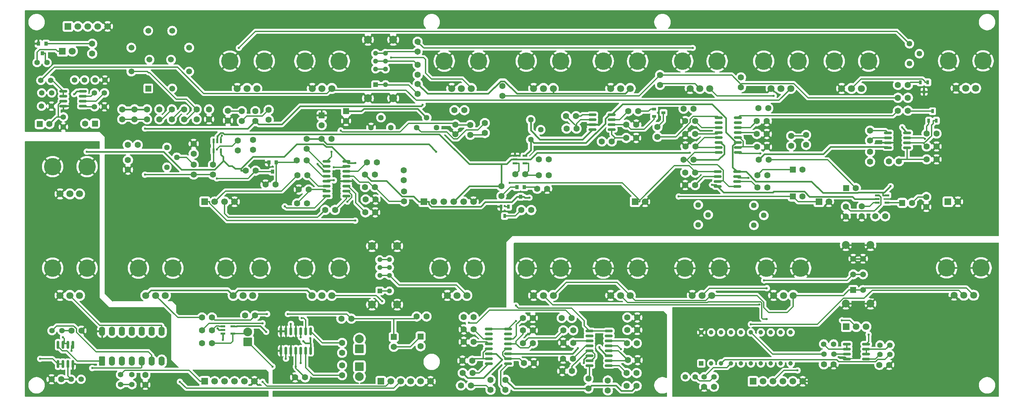
<source format=gtl>
%TF.GenerationSoftware,KiCad,Pcbnew,9.0.3*%
%TF.CreationDate,2025-12-20T20:15:00+09:00*%
%TF.ProjectId,VCOSeparate,56434f53-6570-4617-9261-74652e6b6963,rev?*%
%TF.SameCoordinates,Original*%
%TF.FileFunction,Copper,L1,Top*%
%TF.FilePolarity,Positive*%
%FSLAX46Y46*%
G04 Gerber Fmt 4.6, Leading zero omitted, Abs format (unit mm)*
G04 Created by KiCad (PCBNEW 9.0.3) date 2025-12-20 20:15:00*
%MOMM*%
%LPD*%
G01*
G04 APERTURE LIST*
G04 Aperture macros list*
%AMRoundRect*
0 Rectangle with rounded corners*
0 $1 Rounding radius*
0 $2 $3 $4 $5 $6 $7 $8 $9 X,Y pos of 4 corners*
0 Add a 4 corners polygon primitive as box body*
4,1,4,$2,$3,$4,$5,$6,$7,$8,$9,$2,$3,0*
0 Add four circle primitives for the rounded corners*
1,1,$1+$1,$2,$3*
1,1,$1+$1,$4,$5*
1,1,$1+$1,$6,$7*
1,1,$1+$1,$8,$9*
0 Add four rect primitives between the rounded corners*
20,1,$1+$1,$2,$3,$4,$5,0*
20,1,$1+$1,$4,$5,$6,$7,0*
20,1,$1+$1,$6,$7,$8,$9,0*
20,1,$1+$1,$8,$9,$2,$3,0*%
G04 Aperture macros list end*
%TA.AperFunction,SMDPad,CuDef*%
%ADD10RoundRect,0.150000X-0.825000X-0.150000X0.825000X-0.150000X0.825000X0.150000X-0.825000X0.150000X0*%
%TD*%
%TA.AperFunction,ComponentPad*%
%ADD11R,1.800000X1.800000*%
%TD*%
%TA.AperFunction,ComponentPad*%
%ADD12C,1.800000*%
%TD*%
%TA.AperFunction,ComponentPad*%
%ADD13C,1.600000*%
%TD*%
%TA.AperFunction,ComponentPad*%
%ADD14R,1.500000X1.500000*%
%TD*%
%TA.AperFunction,ComponentPad*%
%ADD15C,1.500000*%
%TD*%
%TA.AperFunction,ComponentPad*%
%ADD16C,1.400000*%
%TD*%
%TA.AperFunction,ComponentPad*%
%ADD17RoundRect,0.250000X0.870000X-0.870000X0.870000X0.870000X-0.870000X0.870000X-0.870000X-0.870000X0*%
%TD*%
%TA.AperFunction,ComponentPad*%
%ADD18C,2.240000*%
%TD*%
%TA.AperFunction,ComponentPad*%
%ADD19R,1.700000X1.700000*%
%TD*%
%TA.AperFunction,ComponentPad*%
%ADD20C,1.700000*%
%TD*%
%TA.AperFunction,ComponentPad*%
%ADD21C,4.455000*%
%TD*%
%TA.AperFunction,SMDPad,CuDef*%
%ADD22R,1.000000X0.800000*%
%TD*%
%TA.AperFunction,ComponentPad*%
%ADD23RoundRect,0.250000X-0.550000X0.550000X-0.550000X-0.550000X0.550000X-0.550000X0.550000X0.550000X0*%
%TD*%
%TA.AperFunction,ComponentPad*%
%ADD24R,1.200000X1.200000*%
%TD*%
%TA.AperFunction,ComponentPad*%
%ADD25C,1.286000*%
%TD*%
%TA.AperFunction,ComponentPad*%
%ADD26C,2.025000*%
%TD*%
%TA.AperFunction,SMDPad,CuDef*%
%ADD27R,0.800000X1.000000*%
%TD*%
%TA.AperFunction,ComponentPad*%
%ADD28RoundRect,0.250000X-0.550000X-0.550000X0.550000X-0.550000X0.550000X0.550000X-0.550000X0.550000X0*%
%TD*%
%TA.AperFunction,SMDPad,CuDef*%
%ADD29R,1.200000X0.600000*%
%TD*%
%TA.AperFunction,ComponentPad*%
%ADD30C,1.440000*%
%TD*%
%TA.AperFunction,SMDPad,CuDef*%
%ADD31R,0.600000X1.200000*%
%TD*%
%TA.AperFunction,SMDPad,CuDef*%
%ADD32RoundRect,0.150000X0.150000X-0.825000X0.150000X0.825000X-0.150000X0.825000X-0.150000X-0.825000X0*%
%TD*%
%TA.AperFunction,ComponentPad*%
%ADD33R,1.159000X1.159000*%
%TD*%
%TA.AperFunction,ComponentPad*%
%ADD34C,1.159000*%
%TD*%
%TA.AperFunction,SMDPad,CuDef*%
%ADD35R,0.950000X1.000000*%
%TD*%
%TA.AperFunction,SMDPad,CuDef*%
%ADD36RoundRect,0.150000X-0.850000X-0.150000X0.850000X-0.150000X0.850000X0.150000X-0.850000X0.150000X0*%
%TD*%
%TA.AperFunction,SMDPad,CuDef*%
%ADD37RoundRect,0.150000X-0.150000X0.825000X-0.150000X-0.825000X0.150000X-0.825000X0.150000X0.825000X0*%
%TD*%
%TA.AperFunction,ComponentPad*%
%ADD38RoundRect,0.250000X0.550000X-0.950000X0.550000X0.950000X-0.550000X0.950000X-0.550000X-0.950000X0*%
%TD*%
%TA.AperFunction,ComponentPad*%
%ADD39O,1.600000X2.400000*%
%TD*%
%TA.AperFunction,ComponentPad*%
%ADD40RoundRect,0.250000X0.550000X0.550000X-0.550000X0.550000X-0.550000X-0.550000X0.550000X-0.550000X0*%
%TD*%
%TA.AperFunction,ComponentPad*%
%ADD41RoundRect,0.250000X-0.870000X0.870000X-0.870000X-0.870000X0.870000X-0.870000X0.870000X0.870000X0*%
%TD*%
%TA.AperFunction,ViaPad*%
%ADD42C,0.600000*%
%TD*%
%TA.AperFunction,Conductor*%
%ADD43C,0.300000*%
%TD*%
%TA.AperFunction,Conductor*%
%ADD44C,0.400000*%
%TD*%
G04 APERTURE END LIST*
D10*
%TO.P,IC9,1,VOUTA*%
%TO.N,Net-(IC9-VINA-)*%
X231143000Y-111443000D03*
%TO.P,IC9,2,VINA-*%
X231143000Y-112713000D03*
%TO.P,IC9,3,VINA+*%
%TO.N,Net-(IC9-VINA+)*%
X231143000Y-113983000D03*
%TO.P,IC9,4,VSS*%
%TO.N,EG_GND*%
X231143000Y-115253000D03*
%TO.P,IC9,5,VINB+*%
%TO.N,Net-(IC9-VINB+)*%
X236093000Y-115253000D03*
%TO.P,IC9,6,VINB-*%
%TO.N,Net-(IC9-VINB-)*%
X236093000Y-113983000D03*
%TO.P,IC9,7,VOUTB*%
X236093000Y-112713000D03*
%TO.P,IC9,8,VDD*%
%TO.N,EG_D+5V*%
X236093000Y-111443000D03*
%TD*%
D11*
%TO.P,D4,1,K*%
%TO.N,Net-(D4-K)*%
X30607000Y-36449000D03*
D12*
%TO.P,D4,2,A*%
%TO.N,+12VA*%
X33147000Y-36449000D03*
%TD*%
D13*
%TO.P,R17,1*%
%TO.N,Vfci*%
X49853000Y-60452000D03*
%TO.P,R17,2*%
%TO.N,Net-(C2-Pad2)*%
X47313000Y-60452000D03*
%TD*%
%TO.P,R61,1*%
%TO.N,Net-(U3A--)*%
X177419000Y-118872000D03*
%TO.P,R61,2*%
%TO.N,VCF_OUT*%
X174879000Y-118872000D03*
%TD*%
%TO.P,C9,1*%
%TO.N,GNDA*%
X110657000Y-74422000D03*
%TO.P,C9,2*%
%TO.N,Net-(C9-Pad2)*%
X108157000Y-74422000D03*
%TD*%
D14*
%TO.P,S1,1,A_1*%
%TO.N,S5_A_1*%
X52551000Y-46000000D03*
D15*
%TO.P,S1,2,A_2*%
%TO.N,S5_A_2*%
X48221000Y-41670000D03*
%TO.P,S1,3,A_3*%
%TO.N,S5_A_3*%
X48221000Y-35547000D03*
%TO.P,S1,4,A_4*%
%TO.N,S5_A_4*%
X52551000Y-31218000D03*
%TO.P,S1,5,B_1*%
%TO.N,unconnected-(S1-B_1-Pad5)*%
X58674000Y-31218000D03*
%TO.P,S1,6,B_2*%
%TO.N,unconnected-(S1-B_2-Pad6)*%
X63004000Y-35547000D03*
%TO.P,S1,7,B_3*%
%TO.N,unconnected-(S1-B_3-Pad7)*%
X63004000Y-41670000D03*
%TO.P,S1,8,B_4*%
%TO.N,unconnected-(S1-B_4-Pad8)*%
X58674000Y-46000000D03*
%TO.P,S1,9,COM_A*%
%TO.N,S5_A_COM*%
X52862000Y-38609000D03*
%TO.P,S1,10,COM_B*%
%TO.N,unconnected-(S1-COM_B-Pad10)*%
X58362000Y-38609000D03*
%TD*%
D13*
%TO.P,R88,1*%
%TO.N,Net-(R88-Pad1)*%
X152391000Y-64196000D03*
%TO.P,R88,2*%
%TO.N,Net-(Q4-B)*%
X154931000Y-64196000D03*
%TD*%
D16*
%TO.P,R129,1*%
%TO.N,LFO_D+5V*%
X45466000Y-119303000D03*
%TO.P,R129,2*%
%TO.N,Net-(C31-Pad1)*%
X45466000Y-121843000D03*
%TD*%
%TO.P,R120,1*%
%TO.N,Net-(U10B--)*%
X41352000Y-47117000D03*
%TO.P,R120,2*%
%TO.N,Net-(R120-Pad2)*%
X38812000Y-47117000D03*
%TD*%
%TO.P,R128,1*%
%TO.N,Net-(IC9-VINB+)*%
X239587000Y-114110000D03*
%TO.P,R128,2*%
%TO.N,PWM_outFlt*%
X242127000Y-114110000D03*
%TD*%
%TO.P,R118,1*%
%TO.N,GNDA*%
X41479000Y-43815000D03*
%TO.P,R118,2*%
%TO.N,Net-(U10B--)*%
X38939000Y-43815000D03*
%TD*%
D17*
%TO.P,D1,1,K*%
%TO.N,Net-(D1-K)*%
X78007000Y-110871000D03*
D18*
%TO.P,D1,2,A*%
%TO.N,Net-(D1-A)*%
X78007000Y-108331000D03*
%TD*%
D19*
%TO.P,J11,1,Pin_1*%
%TO.N,Net-(J11-Pin_1)*%
X257000000Y-75000000D03*
D20*
%TO.P,J11,2,Pin_2*%
%TO.N,GNDA*%
X259540000Y-75000000D03*
%TD*%
D16*
%TO.P,R119,1*%
%TO.N,GNDA*%
X30861000Y-55830000D03*
%TO.P,R119,2*%
%TO.N,Net-(U10A-+)*%
X30861000Y-53290000D03*
%TD*%
D12*
%TO.P,VR15,1,CCW*%
%TO.N,EG_GND*%
X170773000Y-99000000D03*
%TO.P,VR15,2,WIPER*%
%TO.N,Decay*%
X173273000Y-99000000D03*
%TO.P,VR15,3,CW*%
%TO.N,EG_D+5V*%
X175773000Y-99000000D03*
D21*
%TO.P,VR15,MH1,MH1*%
%TO.N,EG_GND*%
X168873000Y-92000000D03*
%TO.P,VR15,MH2,MH2*%
X177673000Y-92000000D03*
%TD*%
D13*
%TO.P,R72,1*%
%TO.N,Net-(R70-Pad2)*%
X168529000Y-59563000D03*
%TO.P,R72,2*%
%TO.N,Net-(U1B-+)*%
X171069000Y-59563000D03*
%TD*%
D16*
%TO.P,R114,1*%
%TO.N,Net-(IC7-VINB+)*%
X30480000Y-108012000D03*
%TO.P,R114,2*%
%TO.N,PWM_Triangle*%
X27940000Y-108012000D03*
%TD*%
D22*
%TO.P,Q2,1,B*%
%TO.N,Net-(Q2-B)*%
X181877000Y-51247000D03*
%TO.P,Q2,2,E*%
%TO.N,Net-(Q2-E)*%
X181877000Y-53147000D03*
%TO.P,Q2,3,C*%
%TO.N,Net-(Q2-C)*%
X184277000Y-52197000D03*
%TD*%
D13*
%TO.P,R8,1*%
%TO.N,Net-(R1-Pad1)*%
X45887000Y-53877000D03*
%TO.P,R8,2*%
%TO.N,+5VA*%
X45887000Y-51337000D03*
%TD*%
D16*
%TO.P,R121,1*%
%TO.N,Net-(R120-Pad2)*%
X36272000Y-43815000D03*
%TO.P,R121,2*%
%TO.N,Triangle*%
X33732000Y-43815000D03*
%TD*%
D13*
%TO.P,R13,1*%
%TO.N,CV*%
X75438000Y-61849000D03*
%TO.P,R13,2*%
%TO.N,Vfci*%
X75438000Y-59309000D03*
%TD*%
D16*
%TO.P,R125,1*%
%TO.N,PWM_outAmp*%
X225286000Y-113983000D03*
%TO.P,R125,2*%
%TO.N,Net-(IC9-VINA+)*%
X227826000Y-113983000D03*
%TD*%
D23*
%TO.P,C4,1*%
%TO.N,GNDA*%
X96901000Y-52896900D03*
D13*
%TO.P,C4,2*%
%TO.N,-5VA*%
X96901000Y-55396900D03*
%TD*%
D24*
%TO.P,S2,1,NC_1*%
%TO.N,LFO_Tri*%
X110687000Y-45018000D03*
D25*
%TO.P,S2,2,NC_2*%
%TO.N,Net-(S2-NC_2)*%
X110687000Y-39018000D03*
%TO.P,S2,3,NC_3*%
%TO.N,Net-(S2-NC_3)*%
X110687000Y-37018000D03*
%TO.P,S2,4,NO_1*%
%TO.N,LFO_Tri*%
X113187000Y-45018000D03*
%TO.P,S2,5,NO_2*%
%TO.N,Net-(S2-NC_2)*%
X113187000Y-39018000D03*
%TO.P,S2,6,NO_3*%
%TO.N,Net-(S2-NC_3)*%
X113187000Y-37018000D03*
D26*
%TO.P,S2,7,GND_1*%
%TO.N,GNDA*%
X108712000Y-48528000D03*
%TO.P,S2,8,GND_2*%
X108712000Y-33528000D03*
%TO.P,S2,9,GND_3*%
X115162000Y-48528000D03*
%TO.P,S2,10,GND_4*%
X115162000Y-33528000D03*
D25*
%TO.P,S2,C1,COM_1*%
%TO.N,PWMSource*%
X110687000Y-41018000D03*
%TO.P,S2,C2,COM_2*%
X113187000Y-41018000D03*
%TD*%
D13*
%TO.P,R32,1*%
%TO.N,Vso*%
X66265000Y-107950000D03*
%TO.P,R32,2*%
%TO.N,Net-(IC3-INPUT_+)*%
X68805000Y-107950000D03*
%TD*%
D27*
%TO.P,Q6,1,B*%
%TO.N,Net-(Q6-B)*%
X252095000Y-54229000D03*
%TO.P,Q6,2,E*%
%TO.N,Net-(Q6-E)*%
X253995000Y-54229000D03*
%TO.P,Q6,3,C*%
%TO.N,Net-(Q6-C)*%
X253045000Y-51829000D03*
%TD*%
D13*
%TO.P,R81,1*%
%TO.N,Net-(Q3-E)*%
X246761000Y-45085000D03*
%TO.P,R81,2*%
%TO.N,+12VA*%
X244221000Y-45085000D03*
%TD*%
%TO.P,C28,1*%
%TO.N,Net-(IC9-VINB+)*%
X239480000Y-116777000D03*
%TO.P,C28,2*%
%TO.N,EG_GND*%
X241980000Y-116777000D03*
%TD*%
%TO.P,R1,1*%
%TO.N,Net-(R1-Pad1)*%
X52237000Y-53877000D03*
%TO.P,R1,2*%
%TO.N,+5VA*%
X52237000Y-51337000D03*
%TD*%
%TO.P,R82,1*%
%TO.N,Net-(VR12-WIPER)*%
X143129000Y-45339000D03*
%TO.P,R82,2*%
%TO.N,Net-(IC6-INPUT_-)*%
X143129000Y-47879000D03*
%TD*%
D12*
%TO.P,VR11,1,CCW*%
%TO.N,GNDA*%
X211794000Y-46000000D03*
%TO.P,VR11,2,WIPER*%
%TO.N,Net-(VR11-WIPER)*%
X214294000Y-46000000D03*
%TO.P,VR11,3,CW*%
%TO.N,Sine*%
X216794000Y-46000000D03*
D21*
%TO.P,VR11,MH1,MH1*%
%TO.N,GNDA*%
X209894000Y-39000000D03*
%TO.P,VR11,MH2,MH2*%
X218694000Y-39000000D03*
%TD*%
D19*
%TO.P,J5,1,Pin_1*%
%TO.N,EG_D+5V*%
X207162000Y-121000000D03*
D20*
%TO.P,J5,2,Pin_2*%
%TO.N,unconnected-(J5-Pin_2-Pad2)*%
X209702000Y-121000000D03*
%TO.P,J5,3,Pin_3*%
%TO.N,EG_Gate*%
X212242000Y-121000000D03*
%TO.P,J5,4,Pin_4*%
%TO.N,accFlt*%
X214782000Y-121000000D03*
%TO.P,J5,5,Pin_5*%
%TO.N,accAmp*%
X217322000Y-121000000D03*
%TO.P,J5,6,Pin_6*%
%TO.N,EG_GND*%
X219862000Y-121000000D03*
%TD*%
D16*
%TO.P,R113,1*%
%TO.N,PWM_Sine*%
X35383000Y-120458000D03*
%TO.P,R113,2*%
%TO.N,Net-(IC7-VINA+)*%
X32843000Y-120458000D03*
%TD*%
D13*
%TO.P,R105,1*%
%TO.N,GNDA*%
X230886000Y-78769000D03*
%TO.P,R105,2*%
%TO.N,Net-(IC10-INPUT_+)*%
X230886000Y-76229000D03*
%TD*%
%TO.P,R9,1*%
%TO.N,Net-(VR1-CW)*%
X79923000Y-51816000D03*
%TO.P,R9,2*%
%TO.N,+5VA*%
X79923000Y-54356000D03*
%TD*%
%TO.P,R37,1*%
%TO.N,VP*%
X93091000Y-64389000D03*
%TO.P,R37,2*%
%TO.N,Net-(Q1-B)*%
X90551000Y-64389000D03*
%TD*%
%TO.P,R97,1*%
%TO.N,GNDA*%
X210693000Y-57658000D03*
%TO.P,R97,2*%
%TO.N,Net-(U5A--)*%
X208153000Y-57658000D03*
%TD*%
%TO.P,R89,1*%
%TO.N,GNDA*%
X154535000Y-71689000D03*
%TO.P,R89,2*%
%TO.N,Net-(Q4-B)*%
X151995000Y-71689000D03*
%TD*%
D28*
%TO.P,C18,1*%
%TO.N,VCF_OUT*%
X217337000Y-73660000D03*
D13*
%TO.P,C18,2*%
%TO.N,Net-(C18-Pad2)*%
X219837000Y-73660000D03*
%TD*%
%TO.P,R64,1*%
%TO.N,-12VA*%
X143891000Y-120592000D03*
%TO.P,R64,2*%
%TO.N,LP12db*%
X143891000Y-123132000D03*
%TD*%
D10*
%TO.P,U10,1*%
%TO.N,Net-(U10A--)*%
X30861000Y-46736000D03*
%TO.P,U10,2,-*%
X30861000Y-48006000D03*
%TO.P,U10,3,+*%
%TO.N,Net-(U10A-+)*%
X30861000Y-49276000D03*
%TO.P,U10,4,V-*%
%TO.N,GNDA*%
X30861000Y-50546000D03*
%TO.P,U10,5,+*%
%TO.N,Net-(U10B-+)*%
X35811000Y-50546000D03*
%TO.P,U10,6,-*%
%TO.N,Net-(U10B--)*%
X35811000Y-49276000D03*
%TO.P,U10,7*%
%TO.N,Net-(R120-Pad2)*%
X35811000Y-48006000D03*
%TO.P,U10,8,V+*%
%TO.N,+12VA*%
X35811000Y-46736000D03*
%TD*%
D12*
%TO.P,VR1,1,CCW*%
%TO.N,GNDA*%
X75309000Y-46000000D03*
%TO.P,VR1,2,WIPER*%
%TO.N,Net-(VR1-WIPER)*%
X77809000Y-46000000D03*
%TO.P,VR1,3,CW*%
%TO.N,Net-(VR1-CW)*%
X80309000Y-46000000D03*
D21*
%TO.P,VR1,MH1,MH1*%
%TO.N,GNDA*%
X73409000Y-39000000D03*
%TO.P,VR1,MH2,MH2*%
X82209000Y-39000000D03*
%TD*%
D13*
%TO.P,R67,1*%
%TO.N,GNDA*%
X189836000Y-54356000D03*
%TO.P,R67,2*%
%TO.N,Net-(U5C-+)*%
X192376000Y-54356000D03*
%TD*%
%TO.P,R101,1*%
%TO.N,GNDA*%
X254090000Y-64148000D03*
%TO.P,R101,2*%
%TO.N,Net-(U6B-+)*%
X251550000Y-64148000D03*
%TD*%
%TO.P,R51,1*%
%TO.N,Net-(U2C--)*%
X135030000Y-122047000D03*
%TO.P,R51,2*%
%TO.N,Net-(R51-Pad2)*%
X132490000Y-122047000D03*
%TD*%
D19*
%TO.P,J12,1,Pin_1*%
%TO.N,Sine*%
X32004000Y-30099000D03*
D20*
%TO.P,J12,2,Pin_2*%
%TO.N,Triangle*%
X34544000Y-30099000D03*
%TO.P,J12,3,Pin_3*%
%TO.N,Square*%
X37084000Y-30099000D03*
%TO.P,J12,4,Pin_4*%
%TO.N,unconnected-(J12-Pin_4-Pad4)*%
X39624000Y-30099000D03*
%TO.P,J12,5,Pin_5*%
%TO.N,GNDA*%
X42164000Y-30099000D03*
%TD*%
D13*
%TO.P,R26,1*%
%TO.N,Net-(IC2-Pad14)*%
X108458000Y-64897000D03*
%TO.P,R26,2*%
%TO.N,Net-(R26-Pad2)*%
X110998000Y-64897000D03*
%TD*%
%TO.P,R21,1*%
%TO.N,Vfci*%
X93120000Y-75438000D03*
%TO.P,R21,2*%
%TO.N,Net-(IC2-Pad7)*%
X90580000Y-75438000D03*
%TD*%
D12*
%TO.P,VR7,1,CCW*%
%TO.N,+5VA*%
X94446000Y-99000000D03*
%TO.P,VR7,2,WIPER*%
%TO.N,Net-(VR7-WIPER)*%
X96946000Y-99000000D03*
%TO.P,VR7,3,CW*%
%TO.N,Vtri*%
X99446000Y-99000000D03*
D21*
%TO.P,VR7,MH1,MH1*%
%TO.N,GNDA*%
X92546000Y-92000000D03*
%TO.P,VR7,MH2,MH2*%
X101346000Y-92000000D03*
%TD*%
D13*
%TO.P,R19,1*%
%TO.N,EnvFlt*%
X121412000Y-34036000D03*
%TO.P,R19,2*%
%TO.N,Net-(S2-NC_3)*%
X121412000Y-36576000D03*
%TD*%
%TO.P,R95,1*%
%TO.N,Net-(U5A-+)*%
X208534000Y-51054000D03*
%TO.P,R95,2*%
%TO.N,Net-(R93-Pad1)*%
X211074000Y-51054000D03*
%TD*%
%TO.P,R73,1*%
%TO.N,GNDA*%
X189836000Y-70739000D03*
%TO.P,R73,2*%
%TO.N,Net-(U8A--)*%
X192376000Y-70739000D03*
%TD*%
%TO.P,R41,1*%
%TO.N,Net-(VR5-WIPER)*%
X66294000Y-104648000D03*
%TO.P,R41,2*%
%TO.N,Net-(C11-Pad1)*%
X68834000Y-104648000D03*
%TD*%
%TO.P,C8,1*%
%TO.N,GNDA*%
X131104000Y-57745000D03*
%TO.P,C8,2*%
%TO.N,Vpwm*%
X131104000Y-55245000D03*
%TD*%
D16*
%TO.P,R126,1*%
%TO.N,Net-(IC9-VINA-)*%
X225236000Y-111443000D03*
%TO.P,R126,2*%
%TO.N,VCAEnv*%
X227776000Y-111443000D03*
%TD*%
D13*
%TO.P,R45,1*%
%TO.N,Net-(C12-Pad2)*%
X133223000Y-104521000D03*
%TO.P,R45,2*%
%TO.N,Net-(U2C-+)*%
X135763000Y-104521000D03*
%TD*%
%TO.P,R2,1*%
%TO.N,Net-(R1-Pad1)*%
X49062000Y-53877000D03*
%TO.P,R2,2*%
%TO.N,+5VA*%
X49062000Y-51337000D03*
%TD*%
D12*
%TO.P,VR10,1,CCW*%
%TO.N,GNDA*%
X191088000Y-46000000D03*
%TO.P,VR10,2,WIPER*%
%TO.N,Net-(VR10-WIPER)*%
X193588000Y-46000000D03*
%TO.P,VR10,3,CW*%
%TO.N,EnvFlt*%
X196088000Y-46000000D03*
D21*
%TO.P,VR10,MH1,MH1*%
%TO.N,GNDA*%
X189188000Y-39000000D03*
%TO.P,VR10,MH2,MH2*%
X197988000Y-39000000D03*
%TD*%
D16*
%TO.P,R130,1*%
%TO.N,Net-(IC5-VPP{slash}~{MCLR}{slash}RA3)*%
X48387000Y-119303000D03*
%TO.P,R130,2*%
%TO.N,Net-(C31-Pad1)*%
X48387000Y-121843000D03*
%TD*%
D29*
%TO.P,IC10,1,INPUT_+*%
%TO.N,Net-(IC10-INPUT_+)*%
X238907000Y-73345000D03*
%TO.P,IC10,2,VEE*%
%TO.N,-12VA*%
X238907000Y-74295000D03*
%TO.P,IC10,3,INPUT_-*%
%TO.N,Net-(IC10-INPUT_-)*%
X238907000Y-75245000D03*
%TO.P,IC10,4,OUTPUT*%
%TO.N,Net-(IC10-OUTPUT)*%
X241407000Y-75245000D03*
%TO.P,IC10,5,VCC*%
%TO.N,+12VA*%
X241407000Y-73345000D03*
%TD*%
D13*
%TO.P,R34,1*%
%TO.N,GNDA*%
X90109400Y-119983400D03*
%TO.P,R34,2*%
%TO.N,Net-(D1-K)*%
X92649400Y-119983400D03*
%TD*%
%TO.P,R20,1*%
%TO.N,LFO_Tri*%
X121452000Y-47371000D03*
%TO.P,R20,2*%
%TO.N,+5VA*%
X121452000Y-44831000D03*
%TD*%
D19*
%TO.P,J2,1,Pin_1*%
%TO.N,LFM_In*%
X67000000Y-75000000D03*
D20*
%TO.P,J2,2,Pin_2*%
%TO.N,HardSyncIn*%
X69540000Y-75000000D03*
%TO.P,J2,3,Pin_3*%
%TO.N,SoftSyncIn*%
X72080000Y-75000000D03*
%TO.P,J2,4,Pin_4*%
%TO.N,GNDA*%
X74620000Y-75000000D03*
%TD*%
D13*
%TO.P,R36,1*%
%TO.N,Net-(IC4A-Q)*%
X102108000Y-111137000D03*
%TO.P,R36,2*%
%TO.N,Sub2oct*%
X102108000Y-113677000D03*
%TD*%
D12*
%TO.P,VR6,1,CCW*%
%TO.N,GNDA*%
X129014000Y-99000000D03*
%TO.P,VR6,2,WIPER*%
%TO.N,Net-(VR6-WIPER)*%
X131514000Y-99000000D03*
%TO.P,VR6,3,CW*%
%TO.N,SubVP*%
X134014000Y-99000000D03*
D21*
%TO.P,VR6,MH1,MH1*%
%TO.N,GNDA*%
X127114000Y-92000000D03*
%TO.P,VR6,MH2,MH2*%
X135914000Y-92000000D03*
%TD*%
D13*
%TO.P,C14,1*%
%TO.N,Net-(C14-Pad1)*%
X160889000Y-118364000D03*
%TO.P,C14,2*%
%TO.N,GNDA*%
X158389000Y-118364000D03*
%TD*%
D28*
%TO.P,C17,1*%
%TO.N,VCA_ResoWav*%
X217337000Y-66802000D03*
D13*
%TO.P,C17,2*%
%TO.N,Net-(C17-Pad2)*%
X219837000Y-66802000D03*
%TD*%
D12*
%TO.P,VR18,1,CCW*%
%TO.N,EG_GND*%
X258567000Y-98948000D03*
%TO.P,VR18,2,WIPER*%
%TO.N,AccLv*%
X261067000Y-98948000D03*
%TO.P,VR18,3,CW*%
%TO.N,EG_D+5V*%
X263567000Y-98948000D03*
D21*
%TO.P,VR18,MH1,MH1*%
%TO.N,EG_GND*%
X256667000Y-91948000D03*
%TO.P,VR18,MH2,MH2*%
X265467000Y-91948000D03*
%TD*%
D30*
%TO.P,TM1,1,1*%
%TO.N,+5VA*%
X57317000Y-66167000D03*
%TO.P,TM1,2,2*%
%TO.N,Net-(R15-Pad1)*%
X59857000Y-63627000D03*
%TO.P,TM1,3,3*%
%TO.N,Net-(R10-Pad2)*%
X57317000Y-61087000D03*
%TD*%
D13*
%TO.P,R11,1*%
%TO.N,Net-(VR2-WIPER)*%
X83352000Y-54004000D03*
%TO.P,R11,2*%
%TO.N,Vfci*%
X83352000Y-51464000D03*
%TD*%
D30*
%TO.P,TM5,1,1*%
%TO.N,Net-(R77-Pad1)*%
X207391000Y-81026000D03*
%TO.P,TM5,2,2*%
X209931000Y-78486000D03*
%TO.P,TM5,3,3*%
%TO.N,Net-(U8B--)*%
X207391000Y-75946000D03*
%TD*%
D13*
%TO.P,C6,1*%
%TO.N,GNDA*%
X110577000Y-77724000D03*
%TO.P,C6,2*%
%TO.N,Net-(C6-Pad2)*%
X108077000Y-77724000D03*
%TD*%
%TO.P,C2,1*%
%TO.N,GNDA*%
X47371000Y-66802000D03*
%TO.P,C2,2*%
%TO.N,Net-(C2-Pad2)*%
X47371000Y-64302000D03*
%TD*%
%TO.P,C16,1*%
%TO.N,Net-(C16-Pad1)*%
X148610000Y-116332000D03*
%TO.P,C16,2*%
%TO.N,GNDA*%
X151110000Y-116332000D03*
%TD*%
%TO.P,R46,1*%
%TO.N,LP12db*%
X158652000Y-107950000D03*
%TO.P,R46,2*%
%TO.N,Net-(U3C-+)*%
X161192000Y-107950000D03*
%TD*%
%TO.P,R108,1*%
%TO.N,Net-(IC10-OUTPUT)*%
X240948000Y-78740000D03*
%TO.P,R108,2*%
%TO.N,Net-(IC10-INPUT_-)*%
X238408000Y-78740000D03*
%TD*%
D31*
%TO.P,IC1,1,INPUT_+*%
%TO.N,S5_A_COM*%
X71120000Y-59436000D03*
%TO.P,IC1,2,VEE*%
%TO.N,-12VA*%
X70170000Y-59436000D03*
%TO.P,IC1,3,INPUT_-*%
%TO.N,Net-(IC1-INPUT_-)*%
X69220000Y-59436000D03*
%TO.P,IC1,4,OUTPUT*%
X69220000Y-61936000D03*
%TO.P,IC1,5,VCC*%
%TO.N,+12VA*%
X71120000Y-61936000D03*
%TD*%
D32*
%TO.P,IC7,1,VOUTA*%
%TO.N,Raw_Sine*%
X29464000Y-116583000D03*
%TO.P,IC7,2,VINA-*%
X30734000Y-116583000D03*
%TO.P,IC7,3,VINA+*%
%TO.N,Net-(IC7-VINA+)*%
X32004000Y-116583000D03*
%TO.P,IC7,4,VSS*%
%TO.N,LFO_GND*%
X33274000Y-116583000D03*
%TO.P,IC7,5,VINB+*%
%TO.N,Net-(IC7-VINB+)*%
X33274000Y-111633000D03*
%TO.P,IC7,6,VINB-*%
%TO.N,Raw_Triangle*%
X32004000Y-111633000D03*
%TO.P,IC7,7,VOUTB*%
X30734000Y-111633000D03*
%TO.P,IC7,8,VDD*%
%TO.N,LFO_D+5V*%
X29464000Y-111633000D03*
%TD*%
D13*
%TO.P,R70,1*%
%TO.N,Net-(U1A--)*%
X159385000Y-53086000D03*
%TO.P,R70,2*%
%TO.N,Net-(R70-Pad2)*%
X161925000Y-53086000D03*
%TD*%
%TO.P,R23,1*%
%TO.N,-5VA*%
X96901000Y-58928000D03*
%TO.P,R23,2*%
%TO.N,Net-(IC2-Pad1)*%
X99441000Y-58928000D03*
%TD*%
%TO.P,R110,1*%
%TO.N,Triangle*%
X38227000Y-37084000D03*
%TO.P,R110,2*%
%TO.N,Net-(Q7-B)*%
X38227000Y-34544000D03*
%TD*%
D12*
%TO.P,VR16,1,CCW*%
%TO.N,EG_GND*%
X191638000Y-99000000D03*
%TO.P,VR16,2,WIPER*%
%TO.N,Sustain*%
X194138000Y-99000000D03*
%TO.P,VR16,3,CW*%
%TO.N,EG_D+5V*%
X196638000Y-99000000D03*
D21*
%TO.P,VR16,MH1,MH1*%
%TO.N,EG_GND*%
X189738000Y-92000000D03*
%TO.P,VR16,MH2,MH2*%
X198538000Y-92000000D03*
%TD*%
D19*
%TO.P,J9,1,Pin_1*%
%TO.N,VCF_OUT*%
X224000000Y-75000000D03*
D20*
%TO.P,J9,2,Pin_2*%
%TO.N,GNDA*%
X226540000Y-75000000D03*
%TD*%
D13*
%TO.P,R18,1*%
%TO.N,Net-(S2-NC_2)*%
X121452000Y-39976000D03*
%TO.P,R18,2*%
%TO.N,+12VA*%
X121452000Y-42516000D03*
%TD*%
%TO.P,R100,1*%
%TO.N,GNDA*%
X254090000Y-60846000D03*
%TO.P,R100,2*%
%TO.N,Net-(Q6-E)*%
X251550000Y-60846000D03*
%TD*%
%TO.P,R83,1*%
%TO.N,Net-(VR10-WIPER)*%
X183388000Y-45085000D03*
%TO.P,R83,2*%
%TO.N,Net-(IC6-INPUT_-)*%
X183388000Y-42545000D03*
%TD*%
%TO.P,R5,1*%
%TO.N,S5_A_2*%
X61762000Y-53877000D03*
%TO.P,R5,2*%
%TO.N,S5_A_3*%
X61762000Y-51337000D03*
%TD*%
%TO.P,R106,1*%
%TO.N,GNDA*%
X234950000Y-78740000D03*
%TO.P,R106,2*%
%TO.N,Net-(IC10-INPUT_-)*%
X234950000Y-76200000D03*
%TD*%
%TO.P,R42,1*%
%TO.N,Net-(VR7-WIPER)*%
X101912000Y-104928000D03*
%TO.P,R42,2*%
%TO.N,Net-(C11-Pad1)*%
X104452000Y-104928000D03*
%TD*%
D12*
%TO.P,VR3,1,CCW*%
%TO.N,GNDA*%
X130128000Y-46000000D03*
%TO.P,VR3,2,WIPER*%
%TO.N,Net-(VR3-WIPER)*%
X132628000Y-46000000D03*
%TO.P,VR3,3,CW*%
%TO.N,PWMSource*%
X135128000Y-46000000D03*
D21*
%TO.P,VR3,MH1,MH1*%
%TO.N,GNDA*%
X128228000Y-39000000D03*
%TO.P,VR3,MH2,MH2*%
X137028000Y-39000000D03*
%TD*%
D19*
%TO.P,J4,1,Pin_1*%
%TO.N,VCAEnv*%
X231013000Y-106998000D03*
D20*
%TO.P,J4,2,Pin_2*%
%TO.N,EnvFlt*%
X233553000Y-106998000D03*
%TO.P,J4,3,Pin_3*%
%TO.N,GNDA*%
X236093000Y-106998000D03*
%TD*%
D13*
%TO.P,C31,1*%
%TO.N,Net-(C31-Pad1)*%
X51816000Y-119400000D03*
%TO.P,C31,2*%
%TO.N,LFO_GND*%
X51816000Y-121900000D03*
%TD*%
D24*
%TO.P,S3,1,NC_1*%
%TO.N,Sub1oct*%
X111730000Y-97850000D03*
D25*
%TO.P,S3,2,NC_2*%
%TO.N,Sub2oct*%
X111730000Y-91850000D03*
%TO.P,S3,3,NC_3*%
%TO.N,Sub2octPW*%
X111730000Y-89850000D03*
%TO.P,S3,4,NO_1*%
%TO.N,Sub1oct*%
X114230000Y-97850000D03*
%TO.P,S3,5,NO_2*%
%TO.N,Sub2oct*%
X114230000Y-91850000D03*
%TO.P,S3,6,NO_3*%
%TO.N,Sub2octPW*%
X114230000Y-89850000D03*
D26*
%TO.P,S3,7,GND_1*%
%TO.N,GNDA*%
X109755000Y-101360000D03*
%TO.P,S3,8,GND_2*%
X109755000Y-86360000D03*
%TO.P,S3,9,GND_3*%
X116205000Y-101360000D03*
%TO.P,S3,10,GND_4*%
X116205000Y-86360000D03*
D25*
%TO.P,S3,C1,COM_1*%
%TO.N,SubVP*%
X111730000Y-93850000D03*
%TO.P,S3,C2,COM_2*%
X114230000Y-93850000D03*
%TD*%
D33*
%TO.P,IC8,1,VDD*%
%TO.N,EG_D+5V*%
X193929000Y-116396000D03*
D34*
%TO.P,IC8,2,RA5*%
%TO.N,unconnected-(IC8-RA5-Pad2)*%
X196469000Y-116396000D03*
%TO.P,IC8,3,RA4*%
%TO.N,PWM_outFlt*%
X199009000Y-116396000D03*
%TO.P,IC8,4,~{MCLR}/VPP/RA3*%
%TO.N,Net-(IC8-~{MCLR}{slash}VPP{slash}RA3)*%
X201549000Y-116396000D03*
%TO.P,IC8,5,RC5*%
%TO.N,unconnected-(IC8-RC5-Pad5)*%
X204089000Y-116396000D03*
%TO.P,IC8,6,RC4*%
%TO.N,AccLv*%
X206629000Y-116396000D03*
%TO.P,IC8,7,RC3*%
%TO.N,Attack*%
X209169000Y-116396000D03*
%TO.P,IC8,8,RC6*%
%TO.N,Decay*%
X211709000Y-116396000D03*
%TO.P,IC8,9,RC7*%
%TO.N,Sustain*%
X214249000Y-116396000D03*
%TO.P,IC8,10,RB7*%
%TO.N,Release*%
X216789000Y-116396000D03*
%TO.P,IC8,11,RB6*%
%TO.N,EG_Gate*%
X216789000Y-108458000D03*
%TO.P,IC8,12,RB5*%
%TO.N,accAmp*%
X214249000Y-108458000D03*
%TO.P,IC8,13,RB4*%
%TO.N,accFlt*%
X211709000Y-108458000D03*
%TO.P,IC8,14,RC2*%
%TO.N,AmpWave*%
X209169000Y-108458000D03*
%TO.P,IC8,15,RC1*%
%TO.N,PWM_outAmp*%
X206629000Y-108458000D03*
%TO.P,IC8,16,RC0*%
%TO.N,unconnected-(IC8-RC0-Pad16)*%
X204089000Y-108458000D03*
%TO.P,IC8,17,RA2*%
%TO.N,unconnected-(IC8-RA2-Pad17)*%
X201549000Y-108458000D03*
%TO.P,IC8,18,RA1/ICSPCLK*%
%TO.N,unconnected-(IC8-RA1{slash}ICSPCLK-Pad18)*%
X199009000Y-108458000D03*
%TO.P,IC8,19,RA0/ICSPDAT*%
%TO.N,unconnected-(IC8-RA0{slash}ICSPDAT-Pad19)*%
X196469000Y-108458000D03*
%TO.P,IC8,20,VSS*%
%TO.N,EG_GND*%
X193929000Y-108458000D03*
%TD*%
D13*
%TO.P,R54,1*%
%TO.N,-12VA*%
X165100000Y-122838000D03*
%TO.P,R54,2*%
%TO.N,Net-(R52-Pad2)*%
X165100000Y-120298000D03*
%TD*%
%TO.P,R102,1*%
%TO.N,GNDA*%
X210722000Y-60960000D03*
%TO.P,R102,2*%
%TO.N,Net-(R102-Pad2)*%
X208182000Y-60960000D03*
%TD*%
D16*
%TO.P,R116,1*%
%TO.N,Net-(C25-Pad1)*%
X25273000Y-50546000D03*
%TO.P,R116,2*%
%TO.N,GNDA*%
X27813000Y-50546000D03*
%TD*%
D35*
%TO.P,Q4,1,B*%
%TO.N,Net-(Q4-B)*%
X148677000Y-71299000D03*
%TO.P,Q4,2,E*%
%TO.N,Net-(Q4-E)*%
X146777000Y-71299000D03*
%TO.P,Q4,3,C*%
%TO.N,+12VA*%
X147727000Y-73699000D03*
%TD*%
D13*
%TO.P,R31,1*%
%TO.N,Vpwm*%
X134914000Y-55343000D03*
%TO.P,R31,2*%
%TO.N,Net-(R30-Pad1)*%
X134914000Y-57883000D03*
%TD*%
D27*
%TO.P,Q5,1,B*%
%TO.N,Net-(Q4-E)*%
X144629000Y-76261000D03*
%TO.P,Q5,2,E*%
%TO.N,GNDA*%
X142729000Y-76261000D03*
%TO.P,Q5,3,C*%
%TO.N,Net-(Q5-C)*%
X143679000Y-78661000D03*
%TD*%
D13*
%TO.P,R98,1*%
%TO.N,GNDA*%
X210693000Y-54356000D03*
%TO.P,R98,2*%
%TO.N,Net-(U5A-+)*%
X208153000Y-54356000D03*
%TD*%
%TO.P,R50,1*%
%TO.N,GNDA*%
X158652000Y-111125000D03*
%TO.P,R50,2*%
%TO.N,Net-(U3C-+)*%
X161192000Y-111125000D03*
%TD*%
%TO.P,C13,1*%
%TO.N,Net-(C13-Pad1)*%
X135382000Y-115697000D03*
%TO.P,C13,2*%
%TO.N,GNDA*%
X132882000Y-115697000D03*
%TD*%
%TO.P,R87,1*%
%TO.N,Net-(IC6-OUTPUT)*%
X152391000Y-68260000D03*
%TO.P,R87,2*%
%TO.N,Net-(Q4-B)*%
X154931000Y-68260000D03*
%TD*%
%TO.P,C15,1*%
%TO.N,Net-(C15-Pad1)*%
X175173000Y-115570000D03*
%TO.P,C15,2*%
%TO.N,GNDA*%
X177673000Y-115570000D03*
%TD*%
D12*
%TO.P,VR2,1,CCW*%
%TO.N,GNDA*%
X94486000Y-46000000D03*
%TO.P,VR2,2,WIPER*%
%TO.N,Net-(VR2-WIPER)*%
X96986000Y-46000000D03*
%TO.P,VR2,3,CW*%
%TO.N,Sine*%
X99486000Y-46000000D03*
D21*
%TO.P,VR2,MH1,MH1*%
%TO.N,GNDA*%
X92586000Y-39000000D03*
%TO.P,VR2,MH2,MH2*%
X101386000Y-39000000D03*
%TD*%
D12*
%TO.P,VR4,1,CCW*%
%TO.N,+5VA*%
X74253000Y-99000000D03*
%TO.P,VR4,2,WIPER*%
%TO.N,Net-(VR4-WIPER)*%
X76753000Y-99000000D03*
%TO.P,VR4,3,CW*%
%TO.N,Vso*%
X79253000Y-99000000D03*
D21*
%TO.P,VR4,MH1,MH1*%
%TO.N,GNDA*%
X72353000Y-92000000D03*
%TO.P,VR4,MH2,MH2*%
X81153000Y-92000000D03*
%TD*%
D13*
%TO.P,C10,1*%
%TO.N,LFM_In*%
X117856000Y-66969000D03*
%TO.P,C10,2*%
%TO.N,Net-(C10-Pad2)*%
X117856000Y-69469000D03*
%TD*%
%TO.P,R79,1*%
%TO.N,Net-(R79-Pad1)*%
X175260000Y-51816000D03*
%TO.P,R79,2*%
%TO.N,Net-(Q2-B)*%
X177800000Y-51816000D03*
%TD*%
%TO.P,R60,1*%
%TO.N,GNDA*%
X150876000Y-104775000D03*
%TO.P,R60,2*%
%TO.N,Net-(U2A-+)*%
X148336000Y-104775000D03*
%TD*%
%TO.P,R76,1*%
%TO.N,GNDA*%
X177292000Y-58674000D03*
%TO.P,R76,2*%
%TO.N,Net-(U1B-+)*%
X174752000Y-58674000D03*
%TD*%
D10*
%TO.P,U8,1*%
%TO.N,VCF_ResoWav*%
X198163000Y-67330000D03*
%TO.P,U8,2,-*%
%TO.N,Net-(U8A--)*%
X198163000Y-68600000D03*
%TO.P,U8,3,+*%
%TO.N,Net-(U8A-+)*%
X198163000Y-69870000D03*
%TO.P,U8,4,V-*%
%TO.N,-12VA*%
X198163000Y-71140000D03*
%TO.P,U8,5,+*%
%TO.N,Net-(U8A-+)*%
X203113000Y-71140000D03*
%TO.P,U8,6,-*%
%TO.N,Net-(U8B--)*%
X203113000Y-69870000D03*
%TO.P,U8,7*%
%TO.N,VCA_ResoWav*%
X203113000Y-68600000D03*
%TO.P,U8,8,V+*%
%TO.N,+12VA*%
X203113000Y-67330000D03*
%TD*%
D14*
%TO.P,S4,1,NC_1*%
%TO.N,EG_D+5V*%
X232786000Y-97606000D03*
D15*
%TO.P,S4,2,COM_1*%
%TO.N,AmpWave*%
X232786000Y-93606000D03*
%TO.P,S4,3,NO_1*%
%TO.N,EG_GND*%
X232786000Y-89606000D03*
%TO.P,S4,4,NC_2*%
%TO.N,EG_D+5V*%
X235286000Y-97606000D03*
%TO.P,S4,5,COM_2*%
%TO.N,AmpWave*%
X235286000Y-93606000D03*
%TO.P,S4,6,NO_2*%
%TO.N,EG_GND*%
X235286000Y-89606000D03*
D26*
%TO.P,S4,7,GND_1*%
X230886000Y-101106000D03*
%TO.P,S4,8,GND_2*%
X230886000Y-86106000D03*
%TO.P,S4,9,GND_3*%
X237186000Y-101106000D03*
%TO.P,S4,10,GND_4*%
X237186000Y-86106000D03*
%TD*%
D13*
%TO.P,R57,1*%
%TO.N,GNDA*%
X177575000Y-107823000D03*
%TO.P,R57,2*%
%TO.N,Net-(U3A--)*%
X175035000Y-107823000D03*
%TD*%
D36*
%TO.P,IC2,1,1*%
%TO.N,Net-(IC2-Pad1)*%
X98171000Y-64643000D03*
%TO.P,IC2,2,2*%
%TO.N,Net-(IC2-Pad2)*%
X98171000Y-65913000D03*
%TO.P,IC2,3,3*%
%TO.N,-5VA*%
X98171000Y-67183000D03*
%TO.P,IC2,4,4*%
%TO.N,VP*%
X98171000Y-68453000D03*
%TO.P,IC2,5,5*%
%TO.N,Vpwm*%
X98171000Y-69723000D03*
%TO.P,IC2,6,6*%
%TO.N,Net-(C3-Pad2)*%
X98171000Y-70993000D03*
%TO.P,IC2,7,7*%
%TO.N,Net-(IC2-Pad7)*%
X98171000Y-72263000D03*
%TO.P,IC2,8,8*%
%TO.N,Vso*%
X98171000Y-73533000D03*
%TO.P,IC2,9,9*%
%TO.N,Net-(C5-Pad2)*%
X103171000Y-73533000D03*
%TO.P,IC2,10,10*%
%TO.N,Vtri*%
X103171000Y-72263000D03*
%TO.P,IC2,11,11*%
%TO.N,Net-(C6-Pad2)*%
X103171000Y-70993000D03*
%TO.P,IC2,12,12*%
%TO.N,GNDA*%
X103171000Y-69723000D03*
%TO.P,IC2,13,13*%
%TO.N,Net-(IC2-Pad13)*%
X103171000Y-68453000D03*
%TO.P,IC2,14,14*%
%TO.N,Net-(IC2-Pad14)*%
X103171000Y-67183000D03*
%TO.P,IC2,15,15*%
%TO.N,Vfci*%
X103171000Y-65913000D03*
%TO.P,IC2,16,16*%
%TO.N,+12VA*%
X103171000Y-64643000D03*
%TD*%
D10*
%TO.P,U5,1*%
%TO.N,ResoCnt*%
X198377000Y-53467000D03*
%TO.P,U5,2,DIODE_BIAS*%
%TO.N,unconnected-(U5C-DIODE_BIAS-Pad2)*%
X198377000Y-54737000D03*
%TO.P,U5,3,+*%
%TO.N,Net-(U5C-+)*%
X198377000Y-56007000D03*
%TO.P,U5,4,-*%
%TO.N,Net-(U5C--)*%
X198377000Y-57277000D03*
%TO.P,U5,5*%
%TO.N,Net-(R69-Pad2)*%
X198377000Y-58547000D03*
%TO.P,U5,6,V-*%
%TO.N,-12VA*%
X198377000Y-59817000D03*
%TO.P,U5,7*%
%TO.N,Net-(R69-Pad2)*%
X198377000Y-61087000D03*
%TO.P,U5,8*%
%TO.N,Net-(U8A-+)*%
X198377000Y-62357000D03*
%TO.P,U5,9*%
%TO.N,Net-(C19-Pad2)*%
X203327000Y-62357000D03*
%TO.P,U5,10*%
%TO.N,Net-(R102-Pad2)*%
X203327000Y-61087000D03*
%TO.P,U5,11,V+*%
%TO.N,+12VA*%
X203327000Y-59817000D03*
%TO.P,U5,12*%
%TO.N,Net-(R102-Pad2)*%
X203327000Y-58547000D03*
%TO.P,U5,13,-*%
%TO.N,Net-(U5A--)*%
X203327000Y-57277000D03*
%TO.P,U5,14,+*%
%TO.N,Net-(U5A-+)*%
X203327000Y-56007000D03*
%TO.P,U5,15,DIODE_BIAS*%
%TO.N,unconnected-(U5A-DIODE_BIAS-Pad15)*%
X203327000Y-54737000D03*
%TO.P,U5,16*%
%TO.N,VCACnt*%
X203327000Y-53467000D03*
%TD*%
D13*
%TO.P,R65,1*%
%TO.N,Net-(U5C-+)*%
X191926000Y-51181000D03*
%TO.P,R65,2*%
%TO.N,VCF_OUT*%
X189386000Y-51181000D03*
%TD*%
D19*
%TO.P,J1,1,Pin_1*%
%TO.N,VCOWave*%
X112000000Y-121000000D03*
D20*
%TO.P,J1,2,Pin_2*%
%TO.N,Vso*%
X114540000Y-121000000D03*
%TO.P,J1,3,Pin_3*%
%TO.N,VPseparate*%
X117080000Y-121000000D03*
%TO.P,J1,4,Pin_4*%
%TO.N,SubVP*%
X119620000Y-121000000D03*
%TO.P,J1,5,Pin_5*%
%TO.N,Vtri*%
X122160000Y-121000000D03*
%TO.P,J1,6,Pin_6*%
%TO.N,GNDA*%
X124700000Y-121000000D03*
%TD*%
D19*
%TO.P,J8,1,Pin_1*%
%TO.N,VCF_ResoWav*%
X177000000Y-75000000D03*
D20*
%TO.P,J8,2,Pin_2*%
%TO.N,GNDA*%
X179540000Y-75000000D03*
%TD*%
D13*
%TO.P,R58,1*%
%TO.N,GNDA*%
X150876000Y-107950000D03*
%TO.P,R58,2*%
%TO.N,Net-(U2A--)*%
X148336000Y-107950000D03*
%TD*%
D28*
%TO.P,C25,1*%
%TO.N,Net-(C25-Pad1)*%
X24805000Y-55118000D03*
D13*
%TO.P,C25,2*%
%TO.N,Net-(U10A-+)*%
X27305000Y-55118000D03*
%TD*%
D37*
%TO.P,IC4,1,Q*%
%TO.N,Net-(IC4A-Q)*%
X94107000Y-108204000D03*
%TO.P,IC4,2,~{Q}*%
%TO.N,Net-(IC4A-D)*%
X92837000Y-108204000D03*
%TO.P,IC4,3,C*%
%TO.N,Net-(IC4A-C)*%
X91567000Y-108204000D03*
%TO.P,IC4,4,R*%
%TO.N,GNDA*%
X90297000Y-108204000D03*
%TO.P,IC4,5,D*%
%TO.N,Net-(IC4A-D)*%
X89027000Y-108204000D03*
%TO.P,IC4,6,S*%
%TO.N,GNDA*%
X87757000Y-108204000D03*
%TO.P,IC4,7,VSS*%
X86487000Y-108204000D03*
%TO.P,IC4,8,S*%
X86487000Y-113154000D03*
%TO.P,IC4,9,D*%
%TO.N,Net-(IC4B-D)*%
X87757000Y-113154000D03*
%TO.P,IC4,10,R*%
%TO.N,GNDA*%
X89027000Y-113154000D03*
%TO.P,IC4,11,C*%
%TO.N,Net-(D1-K)*%
X90297000Y-113154000D03*
%TO.P,IC4,12,~{Q}*%
%TO.N,Net-(IC4B-D)*%
X91567000Y-113154000D03*
%TO.P,IC4,13,Q*%
%TO.N,Net-(IC4A-C)*%
X92837000Y-113154000D03*
%TO.P,IC4,14,VDD*%
%TO.N,+12VA*%
X94107000Y-113154000D03*
%TD*%
D13*
%TO.P,R104,1*%
%TO.N,Net-(R104-Pad1)*%
X254061000Y-57544000D03*
%TO.P,R104,2*%
%TO.N,Net-(Q6-B)*%
X251521000Y-57544000D03*
%TD*%
%TO.P,R90,1*%
%TO.N,-12VA*%
X142851000Y-71025000D03*
%TO.P,R90,2*%
%TO.N,Net-(Q4-E)*%
X142851000Y-73565000D03*
%TD*%
D16*
%TO.P,R122,1*%
%TO.N,Net-(U10A--)*%
X27636000Y-43942000D03*
%TO.P,R122,2*%
%TO.N,Sine*%
X25096000Y-43942000D03*
%TD*%
D13*
%TO.P,R25,1*%
%TO.N,Net-(VR3-WIPER)*%
X133390000Y-51562000D03*
%TO.P,R25,2*%
%TO.N,Vpwm*%
X130850000Y-51562000D03*
%TD*%
%TO.P,R80,1*%
%TO.N,Net-(Q2-C)*%
X182753000Y-55851000D03*
%TO.P,R80,2*%
%TO.N,ResoCnt*%
X182753000Y-58391000D03*
%TD*%
%TO.P,R43,1*%
%TO.N,Net-(VR6-WIPER)*%
X123698000Y-104394000D03*
%TO.P,R43,2*%
%TO.N,Net-(C11-Pad1)*%
X121158000Y-104394000D03*
%TD*%
%TO.P,R44,1*%
%TO.N,VCF_ResoWav*%
X140081000Y-120621000D03*
%TO.P,R44,2*%
%TO.N,Net-(U2C--)*%
X140081000Y-123161000D03*
%TD*%
%TO.P,R39,1*%
%TO.N,VPseparate*%
X80010000Y-67056000D03*
%TO.P,R39,2*%
%TO.N,+12VA*%
X77470000Y-67056000D03*
%TD*%
%TO.P,R47,1*%
%TO.N,GNDA*%
X133223000Y-110871000D03*
%TO.P,R47,2*%
%TO.N,Net-(U2C--)*%
X135763000Y-110871000D03*
%TD*%
%TO.P,R93,1*%
%TO.N,Net-(R93-Pad1)*%
X220726000Y-57912000D03*
%TO.P,R93,2*%
%TO.N,Net-(C17-Pad2)*%
X220726000Y-60452000D03*
%TD*%
%TO.P,C23,1*%
%TO.N,Net-(IC7-VINB+)*%
X32963000Y-108012000D03*
%TO.P,C23,2*%
%TO.N,LFO_GND*%
X35463000Y-108012000D03*
%TD*%
%TO.P,R24,1*%
%TO.N,-5VA*%
X93091000Y-58928000D03*
%TO.P,R24,2*%
%TO.N,Net-(IC2-Pad2)*%
X93091000Y-61468000D03*
%TD*%
%TO.P,R38,1*%
%TO.N,GNDA*%
X82521000Y-70612000D03*
%TO.P,R38,2*%
%TO.N,Net-(Q1-B)*%
X85061000Y-70612000D03*
%TD*%
%TO.P,R94,1*%
%TO.N,Net-(R93-Pad1)*%
X216916000Y-58166000D03*
%TO.P,R94,2*%
%TO.N,Net-(C18-Pad2)*%
X216916000Y-60706000D03*
%TD*%
%TO.P,R78,1*%
%TO.N,Net-(R78-Pad1)*%
X189865000Y-67564000D03*
%TO.P,R78,2*%
%TO.N,VCF_ResoWav*%
X192405000Y-67564000D03*
%TD*%
D23*
%TO.P,C7,1*%
%TO.N,+12VA*%
X103124000Y-51816000D03*
D13*
%TO.P,C7,2*%
%TO.N,GNDA*%
X103124000Y-54316000D03*
%TD*%
%TO.P,R56,1*%
%TO.N,Net-(R51-Pad2)*%
X160811000Y-104775000D03*
%TO.P,R56,2*%
%TO.N,Net-(U2A-+)*%
X158271000Y-104775000D03*
%TD*%
%TO.P,R7,1*%
%TO.N,GNDA*%
X68112000Y-53877000D03*
%TO.P,R7,2*%
%TO.N,S5_A_1*%
X68112000Y-51337000D03*
%TD*%
D38*
%TO.P,IC5,1,VDD*%
%TO.N,LFO_D+5V*%
X40767000Y-115824000D03*
D39*
%TO.P,IC5,2,RA5*%
%TO.N,unconnected-(IC5-RA5-Pad2)*%
X43307000Y-115824000D03*
%TO.P,IC5,3,RA4*%
%TO.N,unconnected-(IC5-RA4-Pad3)*%
X45847000Y-115824000D03*
%TO.P,IC5,4,VPP/~{MCLR}/RA3*%
%TO.N,Net-(IC5-VPP{slash}~{MCLR}{slash}RA3)*%
X48387000Y-115824000D03*
%TO.P,IC5,5,RC5*%
%TO.N,PWM_Sine*%
X50927000Y-115824000D03*
%TO.P,IC5,6,RC4*%
%TO.N,PWM_Triangle*%
X53467000Y-115824000D03*
%TO.P,IC5,7,RC3*%
%TO.N,unconnected-(IC5-RC3-Pad7)*%
X56007000Y-115824000D03*
%TO.P,IC5,8,RC2*%
%TO.N,Delay*%
X56007000Y-108204000D03*
%TO.P,IC5,9,RC1*%
%TO.N,Rate*%
X53467000Y-108204000D03*
%TO.P,IC5,10,RC0*%
%TO.N,LFO_Gate*%
X50927000Y-108204000D03*
%TO.P,IC5,11,RA2*%
%TO.N,Square*%
X48387000Y-108204000D03*
%TO.P,IC5,12,RA1/ICSPCLK*%
%TO.N,unconnected-(IC5-RA1{slash}ICSPCLK-Pad12)*%
X45847000Y-108204000D03*
%TO.P,IC5,13,RA0/ICSPDAT*%
%TO.N,unconnected-(IC5-RA0{slash}ICSPDAT-Pad13)*%
X43307000Y-108204000D03*
%TO.P,IC5,14,VSS*%
%TO.N,LFO_GND*%
X40767000Y-108204000D03*
%TD*%
D13*
%TO.P,R28,1*%
%TO.N,Net-(IC2-Pad13)*%
X117983000Y-74930000D03*
%TO.P,R28,2*%
%TO.N,Net-(C10-Pad2)*%
X117983000Y-72390000D03*
%TD*%
D16*
%TO.P,R115,1*%
%TO.N,Raw_Sine*%
X25323000Y-47117000D03*
%TO.P,R115,2*%
%TO.N,Net-(C25-Pad1)*%
X27863000Y-47117000D03*
%TD*%
D29*
%TO.P,IC6,1,INPUT_+*%
%TO.N,GNDA*%
X146344000Y-63246000D03*
%TO.P,IC6,2,VEE*%
%TO.N,-12VA*%
X146344000Y-64196000D03*
%TO.P,IC6,3,INPUT_-*%
%TO.N,Net-(IC6-INPUT_-)*%
X146344000Y-65146000D03*
%TO.P,IC6,4,OUTPUT*%
%TO.N,Net-(IC6-OUTPUT)*%
X148844000Y-65146000D03*
%TO.P,IC6,5,VCC*%
%TO.N,+12VA*%
X148844000Y-63246000D03*
%TD*%
D30*
%TO.P,TM6,1,1*%
%TO.N,Net-(VR9-CW)*%
X247142000Y-39624000D03*
%TO.P,TM6,2,2*%
%TO.N,CV*%
X249682000Y-37084000D03*
%TO.P,TM6,3,3*%
X247142000Y-34544000D03*
%TD*%
D10*
%TO.P,U1,1*%
%TO.N,Net-(R70-Pad2)*%
X166119000Y-52705000D03*
%TO.P,U1,2,-*%
%TO.N,Net-(U1A--)*%
X166119000Y-53975000D03*
%TO.P,U1,3,+*%
%TO.N,GNDA*%
X166119000Y-55245000D03*
%TO.P,U1,4,V-*%
%TO.N,-12VA*%
X166119000Y-56515000D03*
%TO.P,U1,5,+*%
%TO.N,Net-(U1B-+)*%
X171069000Y-56515000D03*
%TO.P,U1,6,-*%
%TO.N,Net-(Q2-E)*%
X171069000Y-55245000D03*
%TO.P,U1,7*%
%TO.N,Net-(R79-Pad1)*%
X171069000Y-53975000D03*
%TO.P,U1,8,V+*%
%TO.N,+12VA*%
X171069000Y-52705000D03*
%TD*%
D13*
%TO.P,R112,1*%
%TO.N,Net-(IC6-INPUT_-)*%
X146407000Y-68006000D03*
%TO.P,R112,2*%
%TO.N,Net-(IC6-OUTPUT)*%
X148947000Y-68006000D03*
%TD*%
%TO.P,R84,1*%
%TO.N,Net-(VR11-WIPER)*%
X204089000Y-43151000D03*
%TO.P,R84,2*%
%TO.N,Net-(IC6-INPUT_-)*%
X204089000Y-45691000D03*
%TD*%
%TO.P,R75,1*%
%TO.N,GNDA*%
X177321000Y-55245000D03*
%TO.P,R75,2*%
%TO.N,Net-(Q2-E)*%
X174781000Y-55245000D03*
%TD*%
D19*
%TO.P,J13,1,Pin_1*%
%TO.N,LFO_D+5V*%
X67000000Y-121000000D03*
D20*
%TO.P,J13,2,Pin_2*%
%TO.N,CV*%
X69540000Y-121000000D03*
%TO.P,J13,3,Pin_3*%
%TO.N,LFO_Gate*%
X72080000Y-121000000D03*
%TO.P,J13,4,Pin_4*%
%TO.N,unconnected-(J13-Pin_4-Pad4)*%
X74620000Y-121000000D03*
%TO.P,J13,5,Pin_5*%
%TO.N,unconnected-(J13-Pin_5-Pad5)*%
X77160000Y-121000000D03*
%TO.P,J13,6,Pin_6*%
%TO.N,LFO_GND*%
X79700000Y-121000000D03*
%TD*%
D10*
%TO.P,U2,1*%
%TO.N,VCFCnt*%
X139576000Y-107569000D03*
%TO.P,U2,2,DIODE_BIAS*%
%TO.N,unconnected-(U2C-DIODE_BIAS-Pad2)*%
X139576000Y-108839000D03*
%TO.P,U2,3,+*%
%TO.N,Net-(U2C-+)*%
X139576000Y-110109000D03*
%TO.P,U2,4,-*%
%TO.N,Net-(U2C--)*%
X139576000Y-111379000D03*
%TO.P,U2,5*%
%TO.N,Net-(C13-Pad1)*%
X139576000Y-112649000D03*
%TO.P,U2,6,V-*%
%TO.N,-12VA*%
X139576000Y-113919000D03*
%TO.P,U2,7*%
%TO.N,Net-(C13-Pad1)*%
X139576000Y-115189000D03*
%TO.P,U2,8*%
%TO.N,Net-(R51-Pad2)*%
X139576000Y-116459000D03*
%TO.P,U2,9*%
%TO.N,LP12db*%
X144526000Y-116459000D03*
%TO.P,U2,10*%
%TO.N,Net-(C16-Pad1)*%
X144526000Y-115189000D03*
%TO.P,U2,11,V+*%
%TO.N,+12VA*%
X144526000Y-113919000D03*
%TO.P,U2,12*%
%TO.N,Net-(C16-Pad1)*%
X144526000Y-112649000D03*
%TO.P,U2,13,-*%
%TO.N,Net-(U2A--)*%
X144526000Y-111379000D03*
%TO.P,U2,14,+*%
%TO.N,Net-(U2A-+)*%
X144526000Y-110109000D03*
%TO.P,U2,15,DIODE_BIAS*%
%TO.N,unconnected-(U2A-DIODE_BIAS-Pad15)*%
X144526000Y-108839000D03*
%TO.P,U2,16*%
%TO.N,VCFCnt*%
X144526000Y-107569000D03*
%TD*%
D12*
%TO.P,VR8,1,CCW*%
%TO.N,GNDA*%
X170773000Y-46000000D03*
%TO.P,VR8,2,WIPER*%
%TO.N,Net-(VR8-WIPER)*%
X173273000Y-46000000D03*
%TO.P,VR8,3,CW*%
%TO.N,+5VA*%
X175773000Y-46000000D03*
D21*
%TO.P,VR8,MH1,MH1*%
%TO.N,GNDA*%
X168873000Y-39000000D03*
%TO.P,VR8,MH2,MH2*%
X177673000Y-39000000D03*
%TD*%
D12*
%TO.P,VR9,1,CCW*%
%TO.N,GNDA*%
X229828000Y-46000000D03*
%TO.P,VR9,2,WIPER*%
%TO.N,Net-(Q3-B)*%
X232328000Y-46000000D03*
%TO.P,VR9,3,CW*%
%TO.N,Net-(VR9-CW)*%
X234828000Y-46000000D03*
D21*
%TO.P,VR9,MH1,MH1*%
%TO.N,GNDA*%
X227928000Y-39000000D03*
%TO.P,VR9,MH2,MH2*%
X236728000Y-39000000D03*
%TD*%
D13*
%TO.P,R40,1*%
%TO.N,Net-(VR4-WIPER)*%
X77343000Y-104119000D03*
%TO.P,R40,2*%
%TO.N,Net-(C11-Pad1)*%
X79883000Y-104119000D03*
%TD*%
%TO.P,R68,1*%
%TO.N,Net-(VR8-WIPER)*%
X159483000Y-56261000D03*
%TO.P,R68,2*%
%TO.N,Net-(U1A--)*%
X162023000Y-56261000D03*
%TD*%
%TO.P,R53,1*%
%TO.N,-12VA*%
X132969000Y-118872000D03*
%TO.P,R53,2*%
%TO.N,Net-(R51-Pad2)*%
X135509000Y-118872000D03*
%TD*%
%TO.P,R22,1*%
%TO.N,GNDA*%
X91030000Y-71882000D03*
%TO.P,R22,2*%
%TO.N,Net-(IC2-Pad7)*%
X93570000Y-71882000D03*
%TD*%
%TO.P,R109,1*%
%TO.N,GNDA*%
X251460000Y-76327000D03*
%TO.P,R109,2*%
%TO.N,Net-(VR13-CW)*%
X251460000Y-73787000D03*
%TD*%
%TO.P,R85,1*%
%TO.N,Net-(Q3-E)*%
X246761000Y-48387000D03*
%TO.P,R85,2*%
%TO.N,Net-(IC6-INPUT_-)*%
X244221000Y-48387000D03*
%TD*%
%TO.P,R59,1*%
%TO.N,GNDA*%
X177575000Y-104648000D03*
%TO.P,R59,2*%
%TO.N,Net-(U3A-+)*%
X175035000Y-104648000D03*
%TD*%
%TO.P,R35,1*%
%TO.N,Net-(IC4A-C)*%
X102108000Y-119406000D03*
%TO.P,R35,2*%
%TO.N,Sub1oct*%
X102108000Y-116866000D03*
%TD*%
%TO.P,R91,1*%
%TO.N,Net-(Q5-C)*%
X147931000Y-77150000D03*
%TO.P,R91,2*%
%TO.N,VCFCnt*%
X150471000Y-77150000D03*
%TD*%
%TO.P,R10,1*%
%TO.N,GNDA*%
X64160000Y-60169000D03*
%TO.P,R10,2*%
%TO.N,Net-(R10-Pad2)*%
X64160000Y-62709000D03*
%TD*%
D12*
%TO.P,VR17,1,CCW*%
%TO.N,EG_GND*%
X212429000Y-99000000D03*
%TO.P,VR17,2,WIPER*%
%TO.N,Release*%
X214929000Y-99000000D03*
%TO.P,VR17,3,CW*%
%TO.N,EG_D+5V*%
X217429000Y-99000000D03*
D21*
%TO.P,VR17,MH1,MH1*%
%TO.N,EG_GND*%
X210529000Y-92000000D03*
%TO.P,VR17,MH2,MH2*%
X219329000Y-92000000D03*
%TD*%
D13*
%TO.P,R63,1*%
%TO.N,-12VA*%
X177419000Y-122174000D03*
%TO.P,R63,2*%
%TO.N,VCF_OUT*%
X174879000Y-122174000D03*
%TD*%
%TO.P,R49,1*%
%TO.N,GNDA*%
X133223000Y-107696000D03*
%TO.P,R49,2*%
%TO.N,Net-(U2C-+)*%
X135763000Y-107696000D03*
%TD*%
%TO.P,R69,1*%
%TO.N,GNDA*%
X189894000Y-60833000D03*
%TO.P,R69,2*%
%TO.N,Net-(R69-Pad2)*%
X192434000Y-60833000D03*
%TD*%
%TO.P,R29,1*%
%TO.N,Net-(IC2-Pad13)*%
X110490000Y-71247000D03*
%TO.P,R29,2*%
%TO.N,Net-(C9-Pad2)*%
X107950000Y-71247000D03*
%TD*%
%TO.P,R92,1*%
%TO.N,VCAEnv*%
X237109000Y-64770000D03*
%TO.P,R92,2*%
%TO.N,Net-(U6A--)*%
X237109000Y-62230000D03*
%TD*%
%TO.P,R30,1*%
%TO.N,Net-(R30-Pad1)*%
X138597000Y-57404000D03*
%TO.P,R30,2*%
%TO.N,Net-(R30-Pad2)*%
X138597000Y-54864000D03*
%TD*%
D16*
%TO.P,R123,1*%
%TO.N,EG_D+5V*%
X189865000Y-119825000D03*
%TO.P,R123,2*%
%TO.N,Net-(C26-Pad1)*%
X192405000Y-119825000D03*
%TD*%
D29*
%TO.P,IC3,1,INPUT_+*%
%TO.N,Net-(IC3-INPUT_+)*%
X71657000Y-106873000D03*
%TO.P,IC3,2,VEE*%
%TO.N,-12VA*%
X71657000Y-107823000D03*
%TO.P,IC3,3,INPUT_-*%
%TO.N,+5VA*%
X71657000Y-108773000D03*
%TO.P,IC3,4,OUTPUT*%
%TO.N,Net-(D1-A)*%
X74157000Y-108773000D03*
%TO.P,IC3,5,VCC*%
%TO.N,+12VA*%
X74157000Y-106873000D03*
%TD*%
D16*
%TO.P,R124,1*%
%TO.N,Net-(IC8-~{MCLR}{slash}VPP{slash}RA3)*%
X194691000Y-119825000D03*
%TO.P,R124,2*%
%TO.N,Net-(C26-Pad1)*%
X197231000Y-119825000D03*
%TD*%
D13*
%TO.P,C3,1*%
%TO.N,HardSyncIn*%
X90718000Y-68199000D03*
%TO.P,C3,2*%
%TO.N,Net-(C3-Pad2)*%
X93218000Y-68199000D03*
%TD*%
D23*
%TO.P,C12,1*%
%TO.N,VCOWave*%
X122174000Y-109514000D03*
D13*
%TO.P,C12,2*%
%TO.N,Net-(C12-Pad2)*%
X122174000Y-112014000D03*
%TD*%
%TO.P,R103,1*%
%TO.N,-12VA*%
X208632000Y-64262000D03*
%TO.P,R103,2*%
%TO.N,Net-(C19-Pad2)*%
X211172000Y-64262000D03*
%TD*%
D16*
%TO.P,R117,1*%
%TO.N,GNDA*%
X41352000Y-50673000D03*
%TO.P,R117,2*%
%TO.N,Net-(U10B-+)*%
X38812000Y-50673000D03*
%TD*%
%TO.P,R127,1*%
%TO.N,EnvFlt*%
X239637000Y-111697000D03*
%TO.P,R127,2*%
%TO.N,Net-(IC9-VINB-)*%
X242177000Y-111697000D03*
%TD*%
D13*
%TO.P,R4,1*%
%TO.N,S5_A_3*%
X58587000Y-53877000D03*
%TO.P,R4,2*%
%TO.N,S5_A_4*%
X58587000Y-51337000D03*
%TD*%
%TO.P,R99,1*%
%TO.N,Net-(R96-Pad2)*%
X241935000Y-64643000D03*
%TO.P,R99,2*%
%TO.N,Net-(U6B-+)*%
X244475000Y-64643000D03*
%TD*%
%TO.P,C5,1*%
%TO.N,SoftSyncIn*%
X97790000Y-77089000D03*
%TO.P,C5,2*%
%TO.N,Net-(C5-Pad2)*%
X100290000Y-77089000D03*
%TD*%
%TO.P,R12,1*%
%TO.N,Net-(VR1-WIPER)*%
X76494000Y-51816000D03*
%TO.P,R12,2*%
%TO.N,Vfci*%
X76494000Y-54356000D03*
%TD*%
D30*
%TO.P,TM2,1,1*%
%TO.N,+12VA*%
X126278000Y-56007000D03*
%TO.P,TM2,2,2*%
X123738000Y-53467000D03*
%TO.P,TM2,3,3*%
%TO.N,Net-(R30-Pad2)*%
X121198000Y-56007000D03*
%TD*%
D13*
%TO.P,R27,1*%
%TO.N,Net-(IC2-Pad13)*%
X110490000Y-68072000D03*
%TO.P,R27,2*%
%TO.N,+12VA*%
X107950000Y-68072000D03*
%TD*%
D12*
%TO.P,VR20,1,CCW*%
%TO.N,LFO_GND*%
X30000000Y-99000000D03*
%TO.P,VR20,2,WIPER*%
%TO.N,Delay*%
X32500000Y-99000000D03*
%TO.P,VR20,3,CW*%
%TO.N,LFO_D+5V*%
X35000000Y-99000000D03*
D21*
%TO.P,VR20,MH1,MH1*%
%TO.N,LFO_GND*%
X28100000Y-92000000D03*
%TO.P,VR20,MH2,MH2*%
X36900000Y-92000000D03*
%TD*%
D13*
%TO.P,R33,1*%
%TO.N,Net-(IC3-INPUT_+)*%
X66294000Y-111252000D03*
%TO.P,R33,2*%
%TO.N,Net-(D1-A)*%
X68834000Y-111252000D03*
%TD*%
D27*
%TO.P,Q3,1,B*%
%TO.N,Net-(Q3-B)*%
X251836000Y-44450000D03*
%TO.P,Q3,2,E*%
%TO.N,Net-(Q3-E)*%
X249936000Y-44450000D03*
%TO.P,Q3,3,C*%
%TO.N,GNDA*%
X250886000Y-46850000D03*
%TD*%
D13*
%TO.P,R16,1*%
%TO.N,Vfci*%
X79375000Y-61722000D03*
%TO.P,R16,2*%
%TO.N,+5VA*%
X79375000Y-59182000D03*
%TD*%
D12*
%TO.P,VR14,1,CCW*%
%TO.N,EG_GND*%
X151088000Y-99000000D03*
%TO.P,VR14,2,WIPER*%
%TO.N,Attack*%
X153588000Y-99000000D03*
%TO.P,VR14,3,CW*%
%TO.N,EG_D+5V*%
X156088000Y-99000000D03*
D21*
%TO.P,VR14,MH1,MH1*%
%TO.N,EG_GND*%
X149188000Y-92000000D03*
%TO.P,VR14,MH2,MH2*%
X157988000Y-92000000D03*
%TD*%
D35*
%TO.P,Q7,1,B*%
%TO.N,Net-(Q7-B)*%
X26400000Y-34535000D03*
%TO.P,Q7,2,E*%
%TO.N,GNDA*%
X24500000Y-34535000D03*
%TO.P,Q7,3,C*%
%TO.N,Net-(Q7-C)*%
X25450000Y-36935000D03*
%TD*%
D30*
%TO.P,TM3,1,1*%
%TO.N,Net-(R26-Pad2)*%
X114594000Y-56007000D03*
%TO.P,TM3,2,2*%
X112054000Y-53467000D03*
%TO.P,TM3,3,3*%
%TO.N,GNDA*%
X109514000Y-56007000D03*
%TD*%
D13*
%TO.P,R3,1*%
%TO.N,S5_A_4*%
X55412000Y-53877000D03*
%TO.P,R3,2*%
%TO.N,Net-(R1-Pad1)*%
X55412000Y-51337000D03*
%TD*%
%TO.P,C27,1*%
%TO.N,Net-(IC9-VINA+)*%
X225276000Y-116650000D03*
%TO.P,C27,2*%
%TO.N,EG_GND*%
X227776000Y-116650000D03*
%TD*%
%TO.P,R107,1*%
%TO.N,Net-(Q6-C)*%
X246761000Y-51689000D03*
%TO.P,R107,2*%
%TO.N,VCACnt*%
X244221000Y-51689000D03*
%TD*%
D40*
%TO.P,C24,1*%
%TO.N,Raw_Triangle*%
X38924100Y-54991000D03*
D13*
%TO.P,C24,2*%
%TO.N,Net-(U10B-+)*%
X36424100Y-54991000D03*
%TD*%
D10*
%TO.P,U3,1*%
%TO.N,VCFCnt*%
X165357000Y-108077000D03*
%TO.P,U3,2,DIODE_BIAS*%
%TO.N,unconnected-(U3C-DIODE_BIAS-Pad2)*%
X165357000Y-109347000D03*
%TO.P,U3,3,+*%
%TO.N,Net-(U3C-+)*%
X165357000Y-110617000D03*
%TO.P,U3,4,-*%
%TO.N,Net-(U3C--)*%
X165357000Y-111887000D03*
%TO.P,U3,5*%
%TO.N,Net-(C14-Pad1)*%
X165357000Y-113157000D03*
%TO.P,U3,6,V-*%
%TO.N,-12VA*%
X165357000Y-114427000D03*
%TO.P,U3,7*%
%TO.N,Net-(C14-Pad1)*%
X165357000Y-115697000D03*
%TO.P,U3,8*%
%TO.N,Net-(R52-Pad2)*%
X165357000Y-116967000D03*
%TO.P,U3,9*%
%TO.N,VCF_OUT*%
X170307000Y-116967000D03*
%TO.P,U3,10*%
%TO.N,Net-(C15-Pad1)*%
X170307000Y-115697000D03*
%TO.P,U3,11,V+*%
%TO.N,+12VA*%
X170307000Y-114427000D03*
%TO.P,U3,12*%
%TO.N,Net-(C15-Pad1)*%
X170307000Y-113157000D03*
%TO.P,U3,13,-*%
%TO.N,Net-(U3A--)*%
X170307000Y-111887000D03*
%TO.P,U3,14,+*%
%TO.N,Net-(U3A-+)*%
X170307000Y-110617000D03*
%TO.P,U3,15,DIODE_BIAS*%
%TO.N,unconnected-(U3A-DIODE_BIAS-Pad15)*%
X170307000Y-109347000D03*
%TO.P,U3,16*%
%TO.N,VCFCnt*%
X170307000Y-108077000D03*
%TD*%
D13*
%TO.P,R77,1*%
%TO.N,Net-(R77-Pad1)*%
X210820000Y-68199000D03*
%TO.P,R77,2*%
%TO.N,VCA_ResoWav*%
X208280000Y-68199000D03*
%TD*%
D16*
%TO.P,R111,1*%
%TO.N,Net-(Q7-C)*%
X26670000Y-39370000D03*
%TO.P,R111,2*%
%TO.N,Net-(D4-K)*%
X24130000Y-39370000D03*
%TD*%
D17*
%TO.P,D3,1,K*%
%TO.N,Sub2octPW*%
X106553000Y-112690000D03*
D18*
%TO.P,D3,2,A*%
%TO.N,Sub2oct*%
X106553000Y-110150000D03*
%TD*%
D13*
%TO.P,R96,1*%
%TO.N,Net-(U6A--)*%
X237109000Y-59338000D03*
%TO.P,R96,2*%
%TO.N,Net-(R96-Pad2)*%
X237109000Y-56798000D03*
%TD*%
D30*
%TO.P,TM7,1,1*%
%TO.N,+12VA*%
X150344000Y-59116000D03*
%TO.P,TM7,2,2*%
%TO.N,Net-(R88-Pad1)*%
X152884000Y-56576000D03*
%TO.P,TM7,3,3*%
%TO.N,-12VA*%
X150344000Y-54036000D03*
%TD*%
D13*
%TO.P,R15,1*%
%TO.N,Net-(R15-Pad1)*%
X64160000Y-65503000D03*
%TO.P,R15,2*%
%TO.N,Vfci*%
X64160000Y-68043000D03*
%TD*%
D28*
%TO.P,C20,1*%
%TO.N,Net-(IC10-OUTPUT)*%
X245301900Y-75311000D03*
D13*
%TO.P,C20,2*%
%TO.N,Net-(VR13-CW)*%
X247801900Y-75311000D03*
%TD*%
%TO.P,R62,1*%
%TO.N,Net-(U2A--)*%
X150905000Y-111252000D03*
%TO.P,R62,2*%
%TO.N,LP12db*%
X148365000Y-111252000D03*
%TD*%
%TO.P,C22,1*%
%TO.N,Net-(IC7-VINA+)*%
X30333000Y-120458000D03*
%TO.P,C22,2*%
%TO.N,LFO_GND*%
X27833000Y-120458000D03*
%TD*%
%TO.P,R74,1*%
%TO.N,GNDA*%
X210820000Y-71374000D03*
%TO.P,R74,2*%
%TO.N,Net-(U8B--)*%
X208280000Y-71374000D03*
%TD*%
%TO.P,R55,1*%
%TO.N,Net-(R52-Pad2)*%
X177448000Y-111252000D03*
%TO.P,R55,2*%
%TO.N,Net-(U3A-+)*%
X174908000Y-111252000D03*
%TD*%
%TO.P,R14,1*%
%TO.N,Net-(IC1-INPUT_-)*%
X69088000Y-65532000D03*
%TO.P,R14,2*%
%TO.N,Vfci*%
X69088000Y-68072000D03*
%TD*%
D10*
%TO.P,U6,1*%
%TO.N,Net-(R96-Pad2)*%
X241643500Y-57342500D03*
%TO.P,U6,2,-*%
%TO.N,Net-(U6A--)*%
X241643500Y-58612500D03*
%TO.P,U6,3,+*%
%TO.N,GNDA*%
X241643500Y-59882500D03*
%TO.P,U6,4,V-*%
%TO.N,-12VA*%
X241643500Y-61152500D03*
%TO.P,U6,5,+*%
%TO.N,Net-(U6B-+)*%
X246593500Y-61152500D03*
%TO.P,U6,6,-*%
%TO.N,Net-(Q6-E)*%
X246593500Y-59882500D03*
%TO.P,U6,7*%
%TO.N,Net-(R104-Pad1)*%
X246593500Y-58612500D03*
%TO.P,U6,8,V+*%
%TO.N,+12VA*%
X246593500Y-57342500D03*
%TD*%
D13*
%TO.P,R48,1*%
%TO.N,GNDA*%
X158623000Y-115189000D03*
%TO.P,R48,2*%
%TO.N,Net-(U3C--)*%
X161163000Y-115189000D03*
%TD*%
%TO.P,R52,1*%
%TO.N,Net-(U3C--)*%
X170053000Y-120777000D03*
%TO.P,R52,2*%
%TO.N,Net-(R52-Pad2)*%
X170053000Y-123317000D03*
%TD*%
D41*
%TO.P,D2,1,K*%
%TO.N,Sub2octPW*%
X106553000Y-117221000D03*
D18*
%TO.P,D2,2,A*%
%TO.N,Sub1oct*%
X106553000Y-119761000D03*
%TD*%
D19*
%TO.P,J7,1,Pin_1*%
%TO.N,+12VA*%
X123000000Y-75000000D03*
D20*
%TO.P,J7,2,Pin_2*%
%TO.N,+5VA*%
X125540000Y-75000000D03*
%TO.P,J7,3,Pin_3*%
%TO.N,-5VA*%
X128080000Y-75000000D03*
%TO.P,J7,4,Pin_4*%
%TO.N,-12VA*%
X130620000Y-75000000D03*
%TO.P,J7,5,Pin_5*%
%TO.N,unconnected-(J7-Pin_5-Pad5)*%
X133160000Y-75000000D03*
%TO.P,J7,6,Pin_6*%
%TO.N,GNDA*%
X135700000Y-75000000D03*
%TD*%
D23*
%TO.P,C11,1*%
%TO.N,Net-(C11-Pad1)*%
X115316000Y-109641000D03*
D13*
%TO.P,C11,2*%
%TO.N,VCOWave*%
X115316000Y-112141000D03*
%TD*%
%TO.P,R6,1*%
%TO.N,S5_A_1*%
X64937000Y-53877000D03*
%TO.P,R6,2*%
%TO.N,S5_A_2*%
X64937000Y-51337000D03*
%TD*%
D12*
%TO.P,VR5,1,CCW*%
%TO.N,+5VA*%
X51938000Y-99000000D03*
%TO.P,VR5,2,WIPER*%
%TO.N,Net-(VR5-WIPER)*%
X54438000Y-99000000D03*
%TO.P,VR5,3,CW*%
%TO.N,VPseparate*%
X56938000Y-99000000D03*
D21*
%TO.P,VR5,MH1,MH1*%
%TO.N,GNDA*%
X50038000Y-92000000D03*
%TO.P,VR5,MH2,MH2*%
X58838000Y-92000000D03*
%TD*%
D30*
%TO.P,TM4,1,1*%
%TO.N,Net-(R78-Pad1)*%
X193167000Y-80899000D03*
%TO.P,TM4,2,2*%
X195707000Y-78359000D03*
%TO.P,TM4,3,3*%
%TO.N,Net-(U8A--)*%
X193167000Y-75819000D03*
%TD*%
D13*
%TO.P,C26,1*%
%TO.N,Net-(C26-Pad1)*%
X197181000Y-122365000D03*
%TO.P,C26,2*%
%TO.N,EG_GND*%
X194681000Y-122365000D03*
%TD*%
D35*
%TO.P,Q1,1,B*%
%TO.N,Net-(Q1-B)*%
X85278000Y-64910000D03*
%TO.P,Q1,2,E*%
%TO.N,GNDA*%
X83378000Y-64910000D03*
%TO.P,Q1,3,C*%
%TO.N,VPseparate*%
X84328000Y-67310000D03*
%TD*%
D12*
%TO.P,VR19,1,CCW*%
%TO.N,LFO_GND*%
X30000000Y-73000000D03*
%TO.P,VR19,2,WIPER*%
%TO.N,Rate*%
X32500000Y-73000000D03*
%TO.P,VR19,3,CW*%
%TO.N,LFO_D+5V*%
X35000000Y-73000000D03*
D21*
%TO.P,VR19,MH1,MH1*%
%TO.N,LFO_GND*%
X28100000Y-66000000D03*
%TO.P,VR19,MH2,MH2*%
X36900000Y-66000000D03*
%TD*%
D12*
%TO.P,VR13,1,CCW*%
%TO.N,GNDA*%
X259075000Y-45948000D03*
%TO.P,VR13,2,WIPER*%
%TO.N,Net-(J11-Pin_1)*%
X261575000Y-45948000D03*
%TO.P,VR13,3,CW*%
%TO.N,Net-(VR13-CW)*%
X264075000Y-45948000D03*
D21*
%TO.P,VR13,MH1,MH1*%
%TO.N,GNDA*%
X257175000Y-38948000D03*
%TO.P,VR13,MH2,MH2*%
X265975000Y-38948000D03*
%TD*%
D12*
%TO.P,VR12,1,CCW*%
%TO.N,GNDA*%
X151088000Y-46000000D03*
%TO.P,VR12,2,WIPER*%
%TO.N,Net-(VR12-WIPER)*%
X153588000Y-46000000D03*
%TO.P,VR12,3,CW*%
%TO.N,+5VA*%
X156088000Y-46000000D03*
D21*
%TO.P,VR12,MH1,MH1*%
%TO.N,GNDA*%
X149188000Y-39000000D03*
%TO.P,VR12,MH2,MH2*%
X157988000Y-39000000D03*
%TD*%
D28*
%TO.P,C19,1*%
%TO.N,Net-(IC10-INPUT_+)*%
X230950900Y-71501000D03*
D13*
%TO.P,C19,2*%
%TO.N,Net-(C19-Pad2)*%
X233450900Y-71501000D03*
%TD*%
%TO.P,R66,1*%
%TO.N,GNDA*%
X189836000Y-57658000D03*
%TO.P,R66,2*%
%TO.N,Net-(U5C--)*%
X192376000Y-57658000D03*
%TD*%
%TO.P,C1,1*%
%TO.N,GNDA*%
X72938000Y-54209000D03*
%TO.P,C1,2*%
%TO.N,Net-(VR1-WIPER)*%
X72938000Y-51709000D03*
%TD*%
%TO.P,R71,1*%
%TO.N,-12VA*%
X191955000Y-64262000D03*
%TO.P,R71,2*%
%TO.N,Net-(U8A-+)*%
X189415000Y-64262000D03*
%TD*%
D42*
%TO.N,GNDA*%
X82042000Y-66167000D03*
X156972000Y-56769000D03*
X83947000Y-112776000D03*
X80899000Y-65151000D03*
%TO.N,Vpwm*%
X101764900Y-56770900D03*
X100012900Y-69526800D03*
%TO.N,+12VA*%
X105458400Y-65089400D03*
X33590900Y-47439800D03*
X93971500Y-109994400D03*
X82697450Y-108310550D03*
X36814300Y-62175300D03*
X150001100Y-73963700D03*
X162395900Y-112534800D03*
X245316300Y-55924700D03*
X92212900Y-110744000D03*
X167857400Y-112276000D03*
X242337700Y-71016600D03*
%TO.N,-5VA*%
X95846500Y-65309600D03*
X126172300Y-62175300D03*
%TO.N,Net-(C11-Pad1)*%
X88265000Y-103757500D03*
X82931000Y-103759000D03*
%TO.N,Vso*%
X81788000Y-106128400D03*
X81766300Y-121117300D03*
X87450500Y-76188100D03*
%TO.N,Vfci*%
X70065000Y-61618900D03*
X100012900Y-66148300D03*
X51707300Y-68069500D03*
%TO.N,VPseparate*%
X60643100Y-121117300D03*
X70073200Y-69031800D03*
%TO.N,+5VA*%
X71628000Y-110363000D03*
X122691400Y-50165000D03*
X51707300Y-56281100D03*
%TO.N,-12VA*%
X190982800Y-62466300D03*
X70294100Y-58295300D03*
X163893100Y-116271800D03*
X196678400Y-70686200D03*
X142997200Y-115434600D03*
X70290400Y-107454700D03*
%TO.N,VCA_ResoWav*%
X205990600Y-68894200D03*
%TO.N,VCF_OUT*%
X188134800Y-73660000D03*
%TO.N,CV*%
X75722600Y-35607400D03*
%TO.N,Net-(C19-Pad2)*%
X209021200Y-62667200D03*
%TO.N,Net-(IC7-VINB+)*%
X32960500Y-113179100D03*
%TO.N,PWMSource*%
X114681000Y-38100000D03*
%TO.N,Raw_Triangle*%
X30765400Y-109684700D03*
%TO.N,S5_A_COM*%
X71358500Y-58075200D03*
%TO.N,Net-(IC4B-D)*%
X87757000Y-115189000D03*
X91567000Y-116332000D03*
%TO.N,Net-(IC4A-D)*%
X91821000Y-104775000D03*
X89027000Y-106299000D03*
%TO.N,Net-(IC4A-C)*%
X91567000Y-109728000D03*
%TO.N,LFM_In*%
X105458100Y-79857900D03*
%TO.N,Vtri*%
X112324300Y-100487600D03*
X103470900Y-74959700D03*
%TO.N,EG_GND*%
X229085000Y-114746500D03*
X194474100Y-117953800D03*
X214884000Y-96520000D03*
X191131500Y-117719700D03*
X242337700Y-118610400D03*
X227444700Y-118546900D03*
X224466100Y-121117300D03*
X237318300Y-99553800D03*
X206594500Y-91646300D03*
X208753500Y-98123800D03*
X165100000Y-98425000D03*
X218508900Y-88499100D03*
%TO.N,EG_D+5V*%
X236715300Y-108994100D03*
%TO.N,EnvFlt*%
X191732900Y-35620100D03*
X229898500Y-105383300D03*
X212463900Y-47864000D03*
%TO.N,Net-(D1-K)*%
X84328000Y-117221000D03*
X90297000Y-117221000D03*
%TO.N,Net-(IC2-Pad1)*%
X99364900Y-62175300D03*
%TO.N,PWM_Sine*%
X38232400Y-117608600D03*
%TO.N,Raw_Sine*%
X24899900Y-115223100D03*
%TO.N,AccLv*%
X206586300Y-106381800D03*
%TO.N,Attack*%
X208747800Y-101318700D03*
%TO.N,Decay*%
X210646200Y-105029000D03*
%TO.N,EG_Gate*%
X218548500Y-118205100D03*
%TO.N,AmpWave*%
X210008000Y-95147200D03*
%TO.N,Sustain*%
X210693000Y-97136500D03*
%TO.N,VCF_ResoWav*%
X144954600Y-70125300D03*
%TO.N,Net-(Q4-E)*%
X143679000Y-76099100D03*
%TO.N,Net-(U3A--)*%
X173400100Y-112725000D03*
%TO.N,Net-(R51-Pad2)*%
X134517200Y-105997300D03*
%TO.N,VCFCnt*%
X146557800Y-105537000D03*
X146558000Y-101600000D03*
%TO.N,Net-(R104-Pad1)*%
X251114500Y-58916800D03*
%TD*%
D43*
%TO.N,Vpwm*%
X130789800Y-54930800D02*
X119138400Y-54930800D01*
X131202000Y-55343000D02*
X131104000Y-55245000D01*
X116947500Y-57121700D02*
X102115700Y-57121700D01*
X134914000Y-55343000D02*
X131202000Y-55343000D01*
X102115700Y-57121700D02*
X101764900Y-56770900D01*
X100012900Y-69526800D02*
X98367200Y-69526800D01*
X98367200Y-69526800D02*
X98171000Y-69723000D01*
X119138400Y-54930800D02*
X116947500Y-57121700D01*
X131104000Y-55245000D02*
X130789800Y-54930800D01*
D44*
%TO.N,+12VA*%
X240405300Y-72643200D02*
X240711100Y-72643200D01*
X167857500Y-112276000D02*
X167857400Y-112276000D01*
X200229000Y-57218500D02*
X200229000Y-53549900D01*
X61061000Y-66802000D02*
X69551200Y-66802000D01*
X77470000Y-67056000D02*
X76261200Y-67056000D01*
X240405300Y-72643200D02*
X234008200Y-72643200D01*
X233903600Y-72747800D02*
X225051200Y-72747800D01*
X203113000Y-67330000D02*
X201935700Y-66152700D01*
X124251700Y-75547700D02*
X124251700Y-75000000D01*
X201935700Y-60708800D02*
X202827500Y-59817000D01*
X76261200Y-67056000D02*
X76261200Y-66544500D01*
X117475100Y-73660000D02*
X113473100Y-69658000D01*
X35811000Y-46736000D02*
X34294700Y-46736000D01*
X97307300Y-60258800D02*
X98007800Y-60959300D01*
X79305700Y-63500000D02*
X87296500Y-63500000D01*
X123000000Y-75000000D02*
X124251700Y-75000000D01*
X94107000Y-111384000D02*
X93971500Y-111248500D01*
X170434000Y-52705000D02*
X169418000Y-53721000D01*
X71693900Y-63511600D02*
X71693900Y-64398400D01*
X200229000Y-53549900D02*
X196654700Y-49975600D01*
X109536000Y-69658000D02*
X107950000Y-68072000D01*
X138689100Y-75109300D02*
X137546700Y-76251700D01*
X71693900Y-64398400D02*
X71824400Y-64528800D01*
X167857500Y-112510900D02*
X167857500Y-112276000D01*
X120408300Y-73660000D02*
X117475100Y-73660000D01*
X73139900Y-65844400D02*
X74026700Y-65844400D01*
X75158700Y-106873000D02*
X74157000Y-106873000D01*
X148868400Y-73963700D02*
X148603700Y-73699000D01*
X201935700Y-66152700D02*
X201935700Y-60708800D01*
X71824400Y-64528800D02*
X73139900Y-65844400D01*
X150344000Y-61746000D02*
X150344000Y-59116000D01*
X87296500Y-63500000D02*
X90537700Y-60258800D01*
X169418000Y-54982600D02*
X164456600Y-59944000D01*
X36814300Y-62175300D02*
X56434300Y-62175300D01*
X107696000Y-51181000D02*
X107061000Y-51816000D01*
X71120000Y-62937700D02*
X71693900Y-63511600D01*
X241407000Y-73345000D02*
X240405300Y-73345000D01*
X93971500Y-111248500D02*
X93971500Y-109994400D01*
X147727000Y-73699000D02*
X146850300Y-73699000D01*
X150001100Y-73963700D02*
X148868400Y-73963700D01*
X207875200Y-69786500D02*
X205418700Y-67330000D01*
X162395900Y-112534800D02*
X161011700Y-113919000D01*
X107061000Y-51816000D02*
X103124000Y-51816000D01*
X121452000Y-51181000D02*
X107696000Y-51181000D01*
X169773600Y-114427000D02*
X167857500Y-112510900D01*
X173798400Y-49975600D02*
X171069000Y-52705000D01*
X234008200Y-72643200D02*
X233903600Y-72747800D01*
X151172000Y-59944000D02*
X150344000Y-59116000D01*
X137546700Y-76251700D02*
X124955700Y-76251700D01*
X148844000Y-63246000D02*
X150344000Y-61746000D01*
X103617400Y-65089400D02*
X103171000Y-64643000D01*
X71120000Y-61936000D02*
X71120000Y-62937700D01*
X98007800Y-60959300D02*
X99487300Y-60959300D01*
X171069000Y-52705000D02*
X170434000Y-52705000D01*
X246593500Y-57342500D02*
X245316300Y-56065300D01*
X170307000Y-114427000D02*
X169773600Y-114427000D01*
X94107000Y-113154000D02*
X94107000Y-111384000D01*
X92717400Y-111248500D02*
X93971500Y-111248500D01*
X124955700Y-76251700D02*
X124251700Y-75547700D01*
X196654700Y-49975600D02*
X173798400Y-49975600D01*
X225051200Y-72747800D02*
X222089900Y-69786500D01*
X99487300Y-60959300D02*
X103171000Y-64643000D01*
X74026700Y-65844400D02*
X74726800Y-66544500D01*
X161011700Y-113919000D02*
X144526000Y-113919000D01*
X147727000Y-73699000D02*
X148603700Y-73699000D01*
X75226500Y-106805200D02*
X75158700Y-106873000D01*
X123738000Y-53467000D02*
X121452000Y-51181000D01*
X169418000Y-53721000D02*
X169418000Y-54982600D01*
X56434300Y-62175300D02*
X61061000Y-66802000D01*
X240405300Y-73345000D02*
X240405300Y-72643200D01*
X202827500Y-59817000D02*
X200229000Y-57218500D01*
X81192100Y-106805200D02*
X75226500Y-106805200D01*
X34294700Y-46736000D02*
X33590900Y-47439800D01*
X164456600Y-59944000D02*
X151172000Y-59944000D01*
X92717400Y-111248500D02*
X92212900Y-110744000D01*
X76261200Y-66544500D02*
X79305700Y-63500000D01*
X145440000Y-75109300D02*
X138689100Y-75109300D01*
X150114000Y-59346000D02*
X150344000Y-59116000D01*
X74726800Y-66544500D02*
X76261200Y-66544500D01*
X245316300Y-56065300D02*
X245316300Y-55924700D01*
X205418700Y-67330000D02*
X203113000Y-67330000D01*
X123000000Y-75000000D02*
X121748300Y-75000000D01*
X240711100Y-72643200D02*
X242337700Y-71016600D01*
X82697450Y-108310550D02*
X81192100Y-106805200D01*
X69551200Y-66802000D02*
X71824400Y-64528800D01*
X113473100Y-69658000D02*
X109536000Y-69658000D01*
X202827500Y-59817000D02*
X203327000Y-59817000D01*
X146850300Y-73699000D02*
X145440000Y-75109300D01*
X90537700Y-60258800D02*
X97307300Y-60258800D01*
X222089900Y-69786500D02*
X207875200Y-69786500D01*
X105458400Y-65089400D02*
X103617400Y-65089400D01*
X121748300Y-75000000D02*
X120408300Y-73660000D01*
%TO.N,-5VA*%
X98171000Y-67183000D02*
X97639600Y-67183000D01*
X126172300Y-62175300D02*
X124264800Y-60267800D01*
X97639600Y-67183000D02*
X95846500Y-65389900D01*
X95846500Y-65389900D02*
X95846500Y-65309600D01*
X124264800Y-60267800D02*
X98240800Y-60267800D01*
X93091000Y-58928000D02*
X96901000Y-58928000D01*
X98240800Y-60267800D02*
X96901000Y-58928000D01*
D43*
%TO.N,Net-(C3-Pad2)*%
X96012000Y-70993000D02*
X98171000Y-70993000D01*
X93218000Y-68199000D02*
X96012000Y-70993000D01*
%TO.N,Net-(C5-Pad2)*%
X103171000Y-73533000D02*
X103171000Y-74208000D01*
X103171000Y-74208000D02*
X100290000Y-77089000D01*
%TO.N,Net-(C6-Pad2)*%
X105617800Y-75264800D02*
X105617800Y-72982900D01*
X108077000Y-77724000D02*
X105617800Y-75264800D01*
X103627900Y-70993000D02*
X103171000Y-70993000D01*
X105617800Y-72982900D02*
X103627900Y-70993000D01*
%TO.N,VCOWave*%
X122174000Y-109514000D02*
X119547000Y-112141000D01*
X119547000Y-112141000D02*
X115316000Y-112141000D01*
%TO.N,Net-(C11-Pad1)*%
X115316000Y-104928000D02*
X120624000Y-104928000D01*
X69479500Y-105293500D02*
X78708500Y-105293500D01*
X80244500Y-103757500D02*
X79883000Y-104119000D01*
X120624000Y-104928000D02*
X121158000Y-104394000D01*
X115316000Y-104928000D02*
X104452000Y-104928000D01*
X68834000Y-104648000D02*
X69479500Y-105293500D01*
X88265000Y-103757500D02*
X103281500Y-103757500D01*
X103281500Y-103757500D02*
X104452000Y-104928000D01*
X80243000Y-103759000D02*
X79883000Y-104119000D01*
X82931000Y-103759000D02*
X80243000Y-103759000D01*
X115316000Y-109641000D02*
X115316000Y-104928000D01*
X78708500Y-105293500D02*
X79883000Y-104119000D01*
%TO.N,Sub2oct*%
X114230000Y-91850000D02*
X111730000Y-91850000D01*
%TO.N,Sub2octPW*%
X114230000Y-89850000D02*
X111730000Y-89850000D01*
%TO.N,Sub1oct*%
X111730000Y-97850000D02*
X114230000Y-97850000D01*
%TO.N,Net-(C13-Pad1)*%
X138216300Y-113585900D02*
X139153200Y-112649000D01*
X138216300Y-115189000D02*
X135890000Y-115189000D01*
X135890000Y-115189000D02*
X135382000Y-115697000D01*
X139153200Y-112649000D02*
X139576000Y-112649000D01*
X139576000Y-115189000D02*
X138216300Y-115189000D01*
X138216300Y-115189000D02*
X138216300Y-113585900D01*
%TO.N,Vso*%
X95114300Y-76589700D02*
X87852100Y-76589700D01*
X82916900Y-122267900D02*
X81766300Y-121117300D01*
X114540000Y-121000000D02*
X113272100Y-122267900D01*
X87852100Y-76589700D02*
X87450500Y-76188100D01*
X98171000Y-73533000D02*
X95114300Y-76589700D01*
X68086600Y-106128400D02*
X66265000Y-107950000D01*
X81788000Y-106128400D02*
X68086600Y-106128400D01*
X113272100Y-122267900D02*
X82916900Y-122267900D01*
%TO.N,VP*%
X97155000Y-68453000D02*
X93091000Y-64389000D01*
X98171000Y-68453000D02*
X97155000Y-68453000D01*
%TO.N,Net-(C14-Pad1)*%
X160889000Y-117167700D02*
X164899700Y-113157000D01*
X165357000Y-113157000D02*
X165852500Y-113157000D01*
X165852500Y-113157000D02*
X166712600Y-114017100D01*
X164899700Y-113157000D02*
X165357000Y-113157000D01*
X165823300Y-115697000D02*
X165357000Y-115697000D01*
X166712600Y-114017100D02*
X166712600Y-114807700D01*
X166712600Y-114807700D02*
X165823300Y-115697000D01*
X160889000Y-118364000D02*
X160889000Y-117167700D01*
%TO.N,Vfci*%
X81730000Y-53086000D02*
X77764000Y-53086000D01*
X100012900Y-66148300D02*
X102935700Y-66148300D01*
X51707300Y-68069500D02*
X64133500Y-68069500D01*
X69088000Y-68072000D02*
X64189000Y-68072000D01*
X70857500Y-60747300D02*
X73999700Y-60747300D01*
X77764000Y-53086000D02*
X76494000Y-54356000D01*
X64133500Y-68069500D02*
X64160000Y-68043000D01*
X73999700Y-60747300D02*
X75438000Y-59309000D01*
X70065000Y-61618900D02*
X70065000Y-61539800D01*
X83352000Y-51464000D02*
X81730000Y-53086000D01*
X64189000Y-68072000D02*
X64160000Y-68043000D01*
X102935700Y-66148300D02*
X103171000Y-65913000D01*
X70065000Y-61539800D02*
X70857500Y-60747300D01*
%TO.N,Net-(C15-Pad1)*%
X170307000Y-115697000D02*
X175046000Y-115697000D01*
X175173000Y-115570000D02*
X172760000Y-113157000D01*
X175046000Y-115697000D02*
X175173000Y-115570000D01*
X172760000Y-113157000D02*
X170307000Y-113157000D01*
%TO.N,Net-(C16-Pad1)*%
X143170400Y-114299700D02*
X144059700Y-115189000D01*
X144059700Y-115189000D02*
X144526000Y-115189000D01*
X147467000Y-115189000D02*
X144526000Y-115189000D01*
X143170400Y-113509100D02*
X143170400Y-114299700D01*
X144030500Y-112649000D02*
X143170400Y-113509100D01*
X148610000Y-116332000D02*
X147467000Y-115189000D01*
X144526000Y-112649000D02*
X144030500Y-112649000D01*
%TO.N,HardSyncIn*%
X72277000Y-72263000D02*
X69540000Y-75000000D01*
X86654000Y-72263000D02*
X72277000Y-72263000D01*
X90718000Y-68199000D02*
X86654000Y-72263000D01*
%TO.N,VPseparate*%
X62298000Y-122772200D02*
X60643100Y-121117300D01*
X84328000Y-67310000D02*
X80264000Y-67310000D01*
X70073200Y-69031800D02*
X78034200Y-69031800D01*
X115307800Y-122772200D02*
X62298000Y-122772200D01*
X78034200Y-69031800D02*
X80010000Y-67056000D01*
X80264000Y-67310000D02*
X80010000Y-67056000D01*
X117080000Y-121000000D02*
X115307800Y-122772200D01*
%TO.N,SubVP*%
X134014000Y-99000000D02*
X131309100Y-96295100D01*
X131309100Y-96295100D02*
X116675100Y-96295100D01*
X111730000Y-93850000D02*
X114230000Y-93850000D01*
X116675100Y-96295100D02*
X114230000Y-93850000D01*
D44*
%TO.N,+5VA*%
X142631300Y-44137300D02*
X143626800Y-44137300D01*
X123935100Y-47314100D02*
X139454500Y-47314100D01*
X77997900Y-56281100D02*
X79923000Y-54356000D01*
X71628000Y-108802000D02*
X71657000Y-108773000D01*
X49062000Y-51337000D02*
X52237000Y-51337000D01*
X122310400Y-50546000D02*
X91358700Y-50546000D01*
X122691400Y-50165000D02*
X122310400Y-50546000D01*
X71628000Y-110363000D02*
X71628000Y-108802000D01*
X86685400Y-55219300D02*
X80786300Y-55219300D01*
X51707300Y-56281100D02*
X77997900Y-56281100D01*
X45887000Y-51337000D02*
X49062000Y-51337000D01*
X143626800Y-44137300D02*
X146794900Y-47305400D01*
X175773000Y-46000000D02*
X174467600Y-47305400D01*
X51938000Y-99000000D02*
X53284900Y-97653100D01*
X94446000Y-99000000D02*
X93144300Y-97698300D01*
X75554700Y-97698300D02*
X74253000Y-99000000D01*
X156088000Y-46000000D02*
X156088000Y-47305400D01*
X53284900Y-97653100D02*
X72906100Y-97653100D01*
X174467600Y-47305400D02*
X156088000Y-47305400D01*
X93144300Y-97698300D02*
X75554700Y-97698300D01*
X139454500Y-47314100D02*
X142631300Y-44137300D01*
X121452000Y-44831000D02*
X123935100Y-47314100D01*
X91358700Y-50546000D02*
X86685400Y-55219300D01*
X80786300Y-55219300D02*
X79923000Y-54356000D01*
X146794900Y-47305400D02*
X156088000Y-47305400D01*
X72906100Y-97653100D02*
X74253000Y-99000000D01*
%TO.N,-12VA*%
X144160600Y-65377700D02*
X145342300Y-64196000D01*
X225098200Y-62823300D02*
X210070700Y-62823300D01*
X238907000Y-74295000D02*
X233153600Y-74295000D01*
X70294100Y-58310200D02*
X70294100Y-58295300D01*
X152019600Y-62466300D02*
X150289900Y-64196000D01*
X142851000Y-65377700D02*
X142851000Y-71025000D01*
X146344000Y-64196000D02*
X145342300Y-64196000D01*
X71657000Y-107823000D02*
X70655300Y-107823000D01*
X71649100Y-57373500D02*
X71068000Y-57373500D01*
X198377000Y-59817000D02*
X198880100Y-59817000D01*
X198880100Y-59817000D02*
X199775900Y-60712800D01*
X142851000Y-65377700D02*
X144160600Y-65377700D01*
X199775900Y-62788700D02*
X198302600Y-64262000D01*
X173509500Y-123423900D02*
X172132600Y-122047000D01*
X166119000Y-56515000D02*
X166116000Y-56515000D01*
X139576000Y-113919000D02*
X141481600Y-113919000D01*
X233153600Y-74295000D02*
X232548800Y-73690200D01*
X220280200Y-72403700D02*
X212456700Y-72403700D01*
X199775900Y-60712800D02*
X199775900Y-62788700D01*
X221566700Y-73690200D02*
X220280200Y-72403700D01*
X71068000Y-57373500D02*
X70294100Y-58147400D01*
X196678400Y-70686200D02*
X197709200Y-70686200D01*
X146137000Y-122838000D02*
X165100000Y-122838000D01*
X70655300Y-107819600D02*
X70290400Y-107454700D01*
X150289900Y-64196000D02*
X146344000Y-64196000D01*
X176169100Y-123423900D02*
X173509500Y-123423900D01*
X166119000Y-56515000D02*
X165252300Y-56515000D01*
X210070700Y-62823300D02*
X208632000Y-64262000D01*
X166116000Y-56515000D02*
X163576000Y-59055000D01*
X134233300Y-120136300D02*
X132969000Y-118872000D01*
X190982800Y-62466300D02*
X152019600Y-62466300D01*
X150344000Y-56745000D02*
X150344000Y-54036000D01*
X164865200Y-114427000D02*
X163893100Y-115399100D01*
X197709200Y-70686200D02*
X198163000Y-71140000D01*
X70655300Y-107823000D02*
X70655300Y-107819600D01*
X172132600Y-122047000D02*
X165891000Y-122047000D01*
X152654000Y-59055000D02*
X150344000Y-56745000D01*
X143891000Y-120592000D02*
X146137000Y-122838000D01*
X71983000Y-57707400D02*
X71649100Y-57373500D01*
X142851000Y-65377700D02*
X134604100Y-65377700D01*
X241643500Y-61152500D02*
X241459200Y-60968200D01*
X232548800Y-73690200D02*
X221566700Y-73690200D01*
X198302600Y-64262000D02*
X191955000Y-64262000D01*
X130620000Y-75000000D02*
X134595000Y-71025000D01*
X177419000Y-122174000D02*
X176169100Y-123423900D01*
X134595000Y-71025000D02*
X142851000Y-71025000D01*
X142997200Y-115434600D02*
X138295500Y-120136300D01*
X70170000Y-59436000D02*
X70170000Y-58434300D01*
X141481600Y-113919000D02*
X142997200Y-115434600D01*
X212236200Y-72624200D02*
X199647200Y-72624200D01*
X199647200Y-72624200D02*
X198163000Y-71140000D01*
X212456700Y-72403700D02*
X212236200Y-72624200D01*
X126933800Y-57707400D02*
X71983000Y-57707400D01*
X226953300Y-60968200D02*
X225098200Y-62823300D01*
X163576000Y-59055000D02*
X152654000Y-59055000D01*
X70170000Y-58434300D02*
X70294100Y-58310200D01*
X165891000Y-122047000D02*
X165100000Y-122838000D01*
X163893100Y-115399100D02*
X163893100Y-116271800D01*
X165357000Y-114427000D02*
X164865200Y-114427000D01*
X138295500Y-120136300D02*
X134233300Y-120136300D01*
X70294100Y-58147400D02*
X70294100Y-58295300D01*
X241459200Y-60968200D02*
X226953300Y-60968200D01*
X134604100Y-65377700D02*
X126933800Y-57707400D01*
D43*
%TO.N,VCA_ResoWav*%
X209677000Y-66802000D02*
X217337000Y-66802000D01*
X203407200Y-68894200D02*
X203113000Y-68600000D01*
X205990600Y-68894200D02*
X203407200Y-68894200D01*
X208280000Y-68199000D02*
X209677000Y-66802000D01*
%TO.N,VCF_OUT*%
X172974000Y-116967000D02*
X174879000Y-118872000D01*
X218677000Y-75000000D02*
X217337000Y-73660000D01*
X170307000Y-116967000D02*
X172974000Y-116967000D01*
X188134800Y-73660000D02*
X217337000Y-73660000D01*
X224000000Y-75000000D02*
X218677000Y-75000000D01*
%TO.N,LFO_Tri*%
X113187000Y-45018000D02*
X110687000Y-45018000D01*
X113254000Y-45085000D02*
X113187000Y-45018000D01*
X121412000Y-47371000D02*
X119126000Y-45085000D01*
X119126000Y-45085000D02*
X113254000Y-45085000D01*
X121452000Y-47371000D02*
X121412000Y-47371000D01*
%TO.N,CV*%
X79961000Y-31369000D02*
X243967000Y-31369000D01*
X75722600Y-35607400D02*
X79961000Y-31369000D01*
X243967000Y-31369000D02*
X247142000Y-34544000D01*
%TO.N,Net-(C19-Pad2)*%
X233450900Y-71501000D02*
X226211900Y-64262000D01*
X226211900Y-64262000D02*
X211172000Y-64262000D01*
X203637200Y-62667200D02*
X203327000Y-62357000D01*
X209021200Y-62667200D02*
X203637200Y-62667200D01*
%TO.N,Net-(IC10-INPUT_+)*%
X239858700Y-73841200D02*
X239858700Y-75730500D01*
X238196800Y-77392400D02*
X232049400Y-77392400D01*
X239362500Y-73345000D02*
X239858700Y-73841200D01*
X232049400Y-77392400D02*
X230886000Y-76229000D01*
X239858700Y-75730500D02*
X238196800Y-77392400D01*
X238907000Y-73345000D02*
X239362500Y-73345000D01*
%TO.N,Net-(VR13-CW)*%
X249325900Y-73787000D02*
X251460000Y-73787000D01*
X247801900Y-75311000D02*
X249325900Y-73787000D01*
%TO.N,Net-(IC10-OUTPUT)*%
X241407000Y-75245000D02*
X245235900Y-75245000D01*
X245235900Y-75245000D02*
X245301900Y-75311000D01*
%TO.N,Net-(IC7-VINA+)*%
X32004000Y-116583000D02*
X32004000Y-119619000D01*
X32843000Y-120458000D02*
X30333000Y-120458000D01*
X32004000Y-119619000D02*
X32843000Y-120458000D01*
%TO.N,Net-(VR10-WIPER)*%
X192325500Y-44737500D02*
X193588000Y-46000000D01*
X183388000Y-45085000D02*
X183735500Y-44737500D01*
X183735500Y-44737500D02*
X192325500Y-44737500D01*
%TO.N,Net-(IC7-VINB+)*%
X30480000Y-108012000D02*
X32963000Y-108012000D01*
X33274000Y-111633000D02*
X32960500Y-111946500D01*
X32960500Y-111946500D02*
X32960500Y-113179100D01*
%TO.N,PWMSource*%
X124968000Y-43561000D02*
X123444000Y-42037000D01*
X110687000Y-41018000D02*
X113187000Y-41018000D01*
X135128000Y-46000000D02*
X135128000Y-45847000D01*
X132842000Y-43561000D02*
X124968000Y-43561000D01*
X123444000Y-38608000D02*
X122936000Y-38100000D01*
X123444000Y-42037000D02*
X123444000Y-38608000D01*
X135128000Y-45847000D02*
X132842000Y-43561000D01*
X122936000Y-38100000D02*
X114681000Y-38100000D01*
%TO.N,Net-(U10B-+)*%
X35938000Y-50673000D02*
X35811000Y-50546000D01*
X38812000Y-50673000D02*
X35938000Y-50673000D01*
%TO.N,Raw_Triangle*%
X30765400Y-109684700D02*
X31088900Y-110008200D01*
X31088900Y-110008200D02*
X31088900Y-111278100D01*
X31649100Y-111278100D02*
X31088900Y-111278100D01*
X31088900Y-111278100D02*
X30734000Y-111633000D01*
X32004000Y-111633000D02*
X31649100Y-111278100D01*
%TO.N,S5_A_COM*%
X71120000Y-59436000D02*
X71120000Y-58484300D01*
X71358500Y-58245800D02*
X71120000Y-58484300D01*
X71358500Y-58075200D02*
X71358500Y-58245800D01*
%TO.N,Net-(IC3-INPUT_+)*%
X69952000Y-106803000D02*
X68805000Y-107950000D01*
X70635300Y-106803000D02*
X69952000Y-106803000D01*
X71657000Y-106873000D02*
X70705300Y-106873000D01*
X70705300Y-106873000D02*
X70635300Y-106803000D01*
%TO.N,Net-(IC4B-D)*%
X91567000Y-113154000D02*
X91567000Y-116332000D01*
X87757000Y-115189000D02*
X87757000Y-113154000D01*
X91567000Y-112684800D02*
X91567000Y-113154000D01*
X87757000Y-113154000D02*
X87757000Y-112716300D01*
%TO.N,Net-(IC4A-Q)*%
X97040000Y-111137000D02*
X94107000Y-108204000D01*
X102108000Y-111137000D02*
X97040000Y-111137000D01*
%TO.N,Net-(IC4A-D)*%
X89027000Y-108204000D02*
X89027000Y-106299000D01*
X92837000Y-108204000D02*
X92837000Y-105283000D01*
X92329000Y-104775000D02*
X91821000Y-104775000D01*
X92837000Y-105283000D02*
X92329000Y-104775000D01*
X92837000Y-108204000D02*
X92837000Y-108701200D01*
X89027000Y-108647600D02*
X89027000Y-108204000D01*
%TO.N,Net-(IC4A-C)*%
X91567000Y-109728000D02*
X91567000Y-108204000D01*
X92837000Y-113154000D02*
X92837000Y-117475000D01*
X92837000Y-117475000D02*
X94768000Y-119406000D01*
X94768000Y-119406000D02*
X102108000Y-119406000D01*
%TO.N,Net-(U10A-+)*%
X30439100Y-49276000D02*
X29524200Y-50190900D01*
X29133000Y-53290000D02*
X29524200Y-53290000D01*
X29524200Y-53290000D02*
X30861000Y-53290000D01*
X29524200Y-50190900D02*
X29524200Y-53290000D01*
X27305000Y-55118000D02*
X29133000Y-53290000D01*
X30861000Y-49276000D02*
X30439100Y-49276000D01*
%TO.N,SoftSyncIn*%
X72080000Y-75000000D02*
X72080000Y-78049000D01*
X95885000Y-78994000D02*
X97790000Y-77089000D01*
X72080000Y-78049000D02*
X73025000Y-78994000D01*
X73025000Y-78994000D02*
X95885000Y-78994000D01*
%TO.N,LFM_In*%
X105458100Y-79857900D02*
X72684100Y-79857900D01*
X67000000Y-75000000D02*
X68201700Y-75000000D01*
X72684100Y-79857900D02*
X68201700Y-75375500D01*
X68201700Y-75375500D02*
X68201700Y-75000000D01*
%TO.N,Vtri*%
X104530000Y-73181600D02*
X104530000Y-73900600D01*
X104530000Y-73900600D02*
X103470900Y-74959700D01*
X112324300Y-100487600D02*
X110836700Y-99000000D01*
X103611400Y-72263000D02*
X104530000Y-73181600D01*
X103171000Y-72263000D02*
X103611400Y-72263000D01*
X110836700Y-99000000D02*
X99446000Y-99000000D01*
D44*
%TO.N,EG_GND*%
X206240800Y-92000000D02*
X206594500Y-91646300D01*
X191131500Y-117719700D02*
X194240000Y-117719700D01*
X227508200Y-118610400D02*
X227444700Y-118546900D01*
X198538000Y-92000000D02*
X206240800Y-92000000D01*
X208753500Y-98123800D02*
X211552800Y-98123800D01*
X168873000Y-92000000D02*
X177673000Y-92000000D01*
X194240000Y-117719700D02*
X194474100Y-117953800D01*
X237318300Y-99553800D02*
X257961200Y-99553800D01*
X257961200Y-99553800D02*
X258567000Y-98948000D01*
X189738000Y-92000000D02*
X198538000Y-92000000D01*
X149188000Y-92000000D02*
X157988000Y-92000000D01*
X224348800Y-121000000D02*
X224466100Y-121117300D01*
X242337700Y-118610400D02*
X227508200Y-118610400D01*
X230886000Y-86106000D02*
X237186000Y-86106000D01*
X256667000Y-91948000D02*
X265467000Y-91948000D01*
X231679100Y-88499100D02*
X232786000Y-89606000D01*
X218508900Y-88499100D02*
X231679100Y-88499100D01*
X229085000Y-114746500D02*
X230636500Y-114746500D01*
X211552800Y-98123800D02*
X212429000Y-99000000D01*
X157988000Y-92000000D02*
X168873000Y-92000000D01*
X232786000Y-89606000D02*
X235286000Y-89606000D01*
X177673000Y-92000000D02*
X189738000Y-92000000D01*
X219862000Y-121000000D02*
X224348800Y-121000000D01*
X237186000Y-101106000D02*
X230886000Y-101106000D01*
X210529000Y-92000000D02*
X219329000Y-92000000D01*
X230636500Y-114746500D02*
X231143000Y-115253000D01*
D43*
%TO.N,Net-(C26-Pad1)*%
X192405000Y-119825000D02*
X193458800Y-120878800D01*
X196177200Y-120878800D02*
X197231000Y-119825000D01*
X193458800Y-120878800D02*
X196177200Y-120878800D01*
%TO.N,S5_A_2*%
X52952500Y-41978400D02*
X59702100Y-48728000D01*
X62397000Y-53877000D02*
X61762000Y-53877000D01*
X59702100Y-48728000D02*
X62328000Y-48728000D01*
X64937000Y-51337000D02*
X62397000Y-53877000D01*
X52288300Y-41670000D02*
X52596700Y-41978400D01*
X62328000Y-48728000D02*
X64937000Y-51337000D01*
X52596700Y-41978400D02*
X52952500Y-41978400D01*
X48221000Y-41670000D02*
X52288300Y-41670000D01*
%TO.N,S5_A_3*%
X58587000Y-53877000D02*
X61127000Y-51337000D01*
X61127000Y-51337000D02*
X61762000Y-51337000D01*
%TO.N,S5_A_4*%
X56047000Y-53877000D02*
X55412000Y-53877000D01*
X58587000Y-51337000D02*
X56047000Y-53877000D01*
%TO.N,Net-(VR1-WIPER)*%
X76494000Y-51816000D02*
X73045000Y-51816000D01*
X73045000Y-51816000D02*
X72938000Y-51709000D01*
%TO.N,Net-(IC9-VINA+)*%
X227826000Y-113983000D02*
X231143000Y-113983000D01*
%TO.N,Net-(IC9-VINB+)*%
X239585000Y-114110000D02*
X238442000Y-115253000D01*
X239587000Y-114110000D02*
X239585000Y-114110000D01*
X238442000Y-115253000D02*
X236093000Y-115253000D01*
%TO.N,EG_D+5V*%
X177073000Y-100300000D02*
X195075600Y-100300000D01*
X235787700Y-97104300D02*
X235286000Y-97606000D01*
X232786000Y-97606000D02*
X231684300Y-97606000D01*
X172404000Y-95631000D02*
X175773000Y-99000000D01*
X263567000Y-98948000D02*
X261723300Y-97104300D01*
X159457000Y-95631000D02*
X172404000Y-95631000D01*
X217429000Y-101849000D02*
X215900000Y-103378000D01*
X236715300Y-110820700D02*
X236715300Y-108994100D01*
X156088000Y-99000000D02*
X159457000Y-95631000D01*
X235286000Y-97606000D02*
X232786000Y-97606000D01*
X217429000Y-99000000D02*
X217429000Y-101849000D01*
X208153000Y-99000000D02*
X196638000Y-99000000D01*
X195075600Y-100300000D02*
X196375600Y-99000000D01*
X261723300Y-97104300D02*
X235787700Y-97104300D01*
X230290300Y-99000000D02*
X231684300Y-97606000D01*
X211201000Y-103378000D02*
X209931000Y-102108000D01*
X196375600Y-99000000D02*
X196638000Y-99000000D01*
X209931000Y-102108000D02*
X209931000Y-100711000D01*
X209931000Y-100711000D02*
X208220000Y-99000000D01*
X208220000Y-99000000D02*
X208153000Y-99000000D01*
X175773000Y-99000000D02*
X177073000Y-100300000D01*
X215900000Y-103378000D02*
X211201000Y-103378000D01*
X236093000Y-111443000D02*
X236715300Y-110820700D01*
X217429000Y-99000000D02*
X230290300Y-99000000D01*
%TO.N,LFO_D+5V*%
X62985300Y-118187000D02*
X65798300Y-121000000D01*
X45466000Y-119303000D02*
X46582000Y-118187000D01*
X29464000Y-112109400D02*
X29464000Y-111633000D01*
X40767000Y-115824000D02*
X34373800Y-115824000D01*
X30559500Y-113204900D02*
X29464000Y-112109400D01*
X46582000Y-118187000D02*
X62985300Y-118187000D01*
X67000000Y-121000000D02*
X65798300Y-121000000D01*
X31754700Y-113204900D02*
X30559500Y-113204900D01*
X34373800Y-115824000D02*
X31754700Y-113204900D01*
%TO.N,Net-(C31-Pad1)*%
X45466000Y-121843000D02*
X48387000Y-121843000D01*
%TO.N,EnvFlt*%
X212463900Y-47864000D02*
X197952000Y-47864000D01*
X231938300Y-105383300D02*
X229898500Y-105383300D01*
X191732900Y-35620000D02*
X191732900Y-35620100D01*
X197952000Y-47864000D02*
X196088000Y-46000000D01*
X121452000Y-34671000D02*
X122047000Y-34671000D01*
X233553000Y-106998000D02*
X231938300Y-105383300D01*
X122047000Y-34671000D02*
X122996000Y-35620000D01*
X122996000Y-35620000D02*
X191732900Y-35620000D01*
%TO.N,Sine*%
X66760900Y-47269600D02*
X98216400Y-47269600D01*
X28522700Y-40515300D02*
X60006600Y-40515300D01*
X118491000Y-46482000D02*
X99968000Y-46482000D01*
X99968000Y-46482000D02*
X99486000Y-46000000D01*
X98216400Y-47269600D02*
X99486000Y-46000000D01*
X216794000Y-46000000D02*
X213760100Y-49033900D01*
X25096000Y-43942000D02*
X28522700Y-40515300D01*
X60006600Y-40515300D02*
X66760900Y-47269600D01*
X121042900Y-49033900D02*
X118491000Y-46482000D01*
X213760100Y-49033900D02*
X121042900Y-49033900D01*
%TO.N,Net-(IC6-OUTPUT)*%
X148844000Y-65146000D02*
X149795700Y-65146000D01*
X149201000Y-68260000D02*
X148947000Y-68006000D01*
X149795700Y-67157300D02*
X148947000Y-68006000D01*
X149795700Y-65146000D02*
X149795700Y-67157300D01*
X152391000Y-68260000D02*
X149201000Y-68260000D01*
%TO.N,Net-(D1-K)*%
X78007000Y-110871000D02*
X84357000Y-117221000D01*
X90297000Y-117221000D02*
X90297000Y-114489200D01*
X90297000Y-117631000D02*
X92649400Y-119983400D01*
X90297000Y-114489200D02*
X90297000Y-117631000D01*
X90297000Y-113154000D02*
X90297000Y-114489200D01*
%TO.N,Net-(Q1-B)*%
X85278000Y-64910000D02*
X85278000Y-70395000D01*
X90030000Y-64910000D02*
X90551000Y-64389000D01*
X85278000Y-70395000D02*
X85061000Y-70612000D01*
X85278000Y-64910000D02*
X90030000Y-64910000D01*
%TO.N,Net-(D1-A)*%
X73660000Y-111252000D02*
X68834000Y-111252000D01*
X74157000Y-108773000D02*
X74157000Y-110755000D01*
X74157000Y-110755000D02*
X73660000Y-111252000D01*
X78007000Y-108331000D02*
X77565000Y-108773000D01*
X77565000Y-108773000D02*
X74157000Y-108773000D01*
%TO.N,Net-(D4-K)*%
X28939600Y-36033300D02*
X24804400Y-36033300D01*
X24804400Y-36033300D02*
X24130000Y-36707700D01*
X24130000Y-36707700D02*
X24130000Y-39370000D01*
X30607000Y-36449000D02*
X29355300Y-36449000D01*
X29355300Y-36449000D02*
X28939600Y-36033300D01*
%TO.N,Net-(IC1-INPUT_-)*%
X69220000Y-59436000D02*
X69220000Y-61936000D01*
X69220000Y-65400000D02*
X69220000Y-61936000D01*
X69088000Y-65532000D02*
X69220000Y-65400000D01*
%TO.N,Net-(IC2-Pad7)*%
X93570000Y-71882000D02*
X97790000Y-71882000D01*
X93570000Y-72448000D02*
X90580000Y-75438000D01*
X93570000Y-71882000D02*
X93570000Y-72448000D01*
X97790000Y-71882000D02*
X98171000Y-72263000D01*
%TO.N,Net-(IC2-Pad1)*%
X98171000Y-64643000D02*
X99364900Y-63449100D01*
X99364900Y-63449100D02*
X99364900Y-62175300D01*
%TO.N,Net-(IC2-Pad14)*%
X103171000Y-67183000D02*
X106172000Y-67183000D01*
X106172000Y-67183000D02*
X108458000Y-64897000D01*
%TO.N,Net-(IC2-Pad13)*%
X105093100Y-68453000D02*
X106599600Y-69959500D01*
X108850000Y-69959500D02*
X110137500Y-71247000D01*
X117983000Y-74930000D02*
X114173000Y-74930000D01*
X106599600Y-69959500D02*
X108850000Y-69959500D01*
X110137500Y-71247000D02*
X110490000Y-71247000D01*
X114173000Y-74930000D02*
X110490000Y-71247000D01*
X103171000Y-68453000D02*
X105093100Y-68453000D01*
%TO.N,Net-(IC2-Pad2)*%
X98171000Y-65913000D02*
X97536000Y-65913000D01*
X97536000Y-65913000D02*
X93091000Y-61468000D01*
%TO.N,PWM_Sine*%
X50927000Y-115824000D02*
X50927000Y-117375700D01*
X50694100Y-117608600D02*
X50927000Y-117375700D01*
X38232400Y-117608600D02*
X50694100Y-117608600D01*
%TO.N,Delay*%
X56007000Y-106652300D02*
X40152300Y-106652300D01*
X56007000Y-108204000D02*
X56007000Y-106652300D01*
X40152300Y-106652300D02*
X32500000Y-99000000D01*
%TO.N,PWM_Triangle*%
X27940000Y-108012000D02*
X29142700Y-106809300D01*
X39215600Y-113403800D02*
X52598500Y-113403800D01*
X29142700Y-106809300D02*
X33482600Y-106809300D01*
X34213000Y-108401200D02*
X39215600Y-113403800D01*
X33482600Y-106809300D02*
X34213000Y-107539700D01*
X52598500Y-113403800D02*
X53467000Y-114272300D01*
X53467000Y-115824000D02*
X53467000Y-114272300D01*
X34213000Y-107539700D02*
X34213000Y-108401200D01*
%TO.N,Raw_Sine*%
X30734000Y-116583000D02*
X29464000Y-116583000D01*
X28104100Y-115223100D02*
X29464000Y-116583000D01*
X24899900Y-115223100D02*
X28104100Y-115223100D01*
%TO.N,AccLv*%
X223615900Y-106381800D02*
X206586300Y-106381800D01*
X259787500Y-97668500D02*
X237621300Y-97668500D01*
X230278200Y-99719500D02*
X223615900Y-106381800D01*
X237621300Y-97668500D02*
X235570300Y-99719500D01*
X235570300Y-99719500D02*
X230278200Y-99719500D01*
X261067000Y-98948000D02*
X259787500Y-97668500D01*
%TO.N,Net-(IC8-~{MCLR}{slash}VPP{slash}RA3)*%
X201549000Y-116396000D02*
X200470600Y-117474400D01*
X200470600Y-117474400D02*
X197041600Y-117474400D01*
X197041600Y-117474400D02*
X194691000Y-119825000D01*
%TO.N,PWM_outAmp*%
X225286000Y-113983000D02*
X212154000Y-113983000D01*
X212154000Y-113983000D02*
X206629000Y-108458000D01*
%TO.N,Attack*%
X155966900Y-101378900D02*
X153588000Y-99000000D01*
X208747800Y-101318700D02*
X208687600Y-101378900D01*
X208687600Y-101378900D02*
X155966900Y-101378900D01*
%TO.N,Decay*%
X210646200Y-105029000D02*
X209677000Y-105029000D01*
X209423000Y-100927500D02*
X209122600Y-100627100D01*
X175115300Y-100842300D02*
X173273000Y-99000000D01*
X209122600Y-100627100D02*
X195708100Y-100627100D01*
X209677000Y-105029000D02*
X209423000Y-104775000D01*
X195708100Y-100627100D02*
X195492900Y-100842300D01*
X209423000Y-104775000D02*
X209423000Y-100927500D01*
X195492900Y-100842300D02*
X175115300Y-100842300D01*
%TO.N,EG_Gate*%
X212242000Y-121000000D02*
X215036900Y-118205100D01*
X215036900Y-118205100D02*
X218548500Y-118205100D01*
%TO.N,AmpWave*%
X210008000Y-95147200D02*
X231244800Y-95147200D01*
X231244800Y-95147200D02*
X232786000Y-93606000D01*
X235286000Y-93606000D02*
X232786000Y-93606000D01*
%TO.N,Sustain*%
X196001500Y-97136500D02*
X194138000Y-99000000D01*
X210693000Y-97136500D02*
X196001500Y-97136500D01*
%TO.N,PWM_outFlt*%
X240843500Y-115393500D02*
X242127000Y-114110000D01*
X239010900Y-115393500D02*
X240843500Y-115393500D01*
X229043200Y-115936200D02*
X238468200Y-115936200D01*
X238468200Y-115936200D02*
X239010900Y-115393500D01*
X228568100Y-115461100D02*
X229043200Y-115936200D01*
X199943900Y-115461100D02*
X228568100Y-115461100D01*
X199009000Y-116396000D02*
X199943900Y-115461100D01*
%TO.N,Net-(IC9-VINB-)*%
X241078300Y-112795700D02*
X236175700Y-112795700D01*
X236175700Y-112795700D02*
X236093000Y-112713000D01*
X236175700Y-112795700D02*
X236175700Y-113900300D01*
X236175700Y-113900300D02*
X236093000Y-113983000D01*
X242177000Y-111697000D02*
X241078300Y-112795700D01*
%TO.N,Net-(IC9-VINA-)*%
X225236000Y-111443000D02*
X226506000Y-112713000D01*
X231143000Y-111443000D02*
X231143000Y-112713000D01*
X226506000Y-112713000D02*
X231143000Y-112713000D01*
%TO.N,VCF_ResoWav*%
X177000000Y-75000000D02*
X178201700Y-75000000D01*
X173702500Y-70125300D02*
X178201700Y-74624500D01*
X187040200Y-65786000D02*
X178201700Y-74624500D01*
X190881000Y-65786000D02*
X187040200Y-65786000D01*
X192405000Y-67564000D02*
X192405000Y-67310000D01*
X144954600Y-70125300D02*
X173702500Y-70125300D01*
X198163000Y-67330000D02*
X192639000Y-67330000D01*
X192639000Y-67330000D02*
X192405000Y-67564000D01*
X178201700Y-75000000D02*
X178201700Y-74624500D01*
X192405000Y-67310000D02*
X190881000Y-65786000D01*
%TO.N,Net-(Q2-E)*%
X181877000Y-53147000D02*
X181877000Y-53898700D01*
X175953000Y-56417000D02*
X174781000Y-55245000D01*
X179358700Y-56417000D02*
X175953000Y-56417000D01*
X181877000Y-53898700D02*
X179358700Y-56417000D01*
X174781000Y-55245000D02*
X171069000Y-55245000D01*
%TO.N,Net-(Q2-B)*%
X181877000Y-51247000D02*
X181025300Y-51247000D01*
X180456300Y-51816000D02*
X181025300Y-51247000D01*
X177800000Y-51816000D02*
X180456300Y-51816000D01*
%TO.N,Net-(Q2-C)*%
X182753000Y-55851000D02*
X184277000Y-54327000D01*
X184277000Y-54327000D02*
X184277000Y-52197000D01*
%TO.N,Net-(Q3-B)*%
X251836000Y-44450000D02*
X251084300Y-44450000D01*
X251084300Y-44168100D02*
X250463900Y-43547700D01*
X251084300Y-44450000D02*
X251084300Y-44168100D01*
X250463900Y-43547700D02*
X234780300Y-43547700D01*
X234780300Y-43547700D02*
X232328000Y-46000000D01*
%TO.N,Net-(Q3-E)*%
X249936000Y-44450000D02*
X247396000Y-44450000D01*
X247396000Y-44450000D02*
X246761000Y-45085000D01*
%TO.N,Net-(Q4-B)*%
X148677000Y-71299000D02*
X151605000Y-71299000D01*
X151605000Y-71299000D02*
X151995000Y-71689000D01*
%TO.N,Net-(Q4-E)*%
X144629000Y-76261000D02*
X143877300Y-76261000D01*
X145117000Y-71299000D02*
X146777000Y-71299000D01*
X143715400Y-76099100D02*
X143877300Y-76261000D01*
X142851000Y-73565000D02*
X145117000Y-71299000D01*
X143679000Y-76099100D02*
X143715400Y-76099100D01*
%TO.N,Net-(Q5-C)*%
X146420000Y-78661000D02*
X147931000Y-77150000D01*
X143679000Y-78661000D02*
X146420000Y-78661000D01*
%TO.N,Net-(Q6-B)*%
X251521000Y-55654700D02*
X251521000Y-57544000D01*
X252095000Y-55080700D02*
X251521000Y-55654700D01*
X252095000Y-54229000D02*
X252095000Y-55080700D01*
%TO.N,Net-(Q6-E)*%
X250750000Y-59882500D02*
X250910200Y-60042700D01*
X250910200Y-60042700D02*
X252845200Y-58107700D01*
X252845200Y-55378800D02*
X253243300Y-54980700D01*
X250910200Y-60042700D02*
X250910200Y-60206200D01*
X253243300Y-54980700D02*
X253243300Y-54229000D01*
X253995000Y-54229000D02*
X253243300Y-54229000D01*
X252845200Y-58107700D02*
X252845200Y-55378800D01*
X250910200Y-60206200D02*
X251550000Y-60846000D01*
X246593500Y-59882500D02*
X250750000Y-59882500D01*
%TO.N,Net-(Q6-C)*%
X246901000Y-51829000D02*
X246761000Y-51689000D01*
X253045000Y-51829000D02*
X246901000Y-51829000D01*
%TO.N,Net-(Q7-B)*%
X38218000Y-34535000D02*
X38227000Y-34544000D01*
X26400000Y-34535000D02*
X38218000Y-34535000D01*
%TO.N,Net-(Q7-C)*%
X26276700Y-38976700D02*
X26670000Y-39370000D01*
X26276700Y-36935000D02*
X26276700Y-38976700D01*
X25450000Y-36935000D02*
X26276700Y-36935000D01*
%TO.N,Net-(R1-Pad1)*%
X52237000Y-53877000D02*
X49062000Y-53877000D01*
X49062000Y-53877000D02*
X45887000Y-53877000D01*
%TO.N,Net-(R15-Pad1)*%
X62284000Y-63627000D02*
X59857000Y-63627000D01*
X64160000Y-65503000D02*
X62284000Y-63627000D01*
%TO.N,Net-(S2-NC_2)*%
X120494000Y-39018000D02*
X113187000Y-39018000D01*
X121452000Y-39976000D02*
X120494000Y-39018000D01*
X113187000Y-39018000D02*
X110687000Y-39018000D01*
%TO.N,Net-(S2-NC_3)*%
X121452000Y-37211000D02*
X120817000Y-36576000D01*
X113187000Y-37018000D02*
X110687000Y-37018000D01*
X120817000Y-36576000D02*
X113629000Y-36576000D01*
X113629000Y-36576000D02*
X113187000Y-37018000D01*
%TO.N,Net-(R30-Pad1)*%
X138118000Y-57883000D02*
X138597000Y-57404000D01*
X134914000Y-57883000D02*
X138118000Y-57883000D01*
%TO.N,Net-(R30-Pad2)*%
X136848000Y-56613000D02*
X138597000Y-54864000D01*
X133864800Y-56613000D02*
X136848000Y-56613000D01*
X122312900Y-57121900D02*
X128852300Y-57121900D01*
X121198000Y-56007000D02*
X122312900Y-57121900D01*
X130627000Y-58896700D02*
X131581100Y-58896700D01*
X131581100Y-58896700D02*
X133864800Y-56613000D01*
X128852300Y-57122000D02*
X130627000Y-58896700D01*
X128852300Y-57121900D02*
X128852300Y-57122000D01*
%TO.N,Net-(VR5-WIPER)*%
X60086000Y-104648000D02*
X66294000Y-104648000D01*
X54438000Y-99000000D02*
X60086000Y-104648000D01*
%TO.N,Net-(U2A--)*%
X149746900Y-112410100D02*
X147626700Y-112410100D01*
X146595600Y-111379000D02*
X146595600Y-110706400D01*
X146595600Y-111379000D02*
X144526000Y-111379000D01*
X148336000Y-108966000D02*
X148336000Y-107950000D01*
X150905000Y-111252000D02*
X149746900Y-112410100D01*
X147626700Y-112410100D02*
X146595600Y-111379000D01*
X146595600Y-110706400D02*
X148336000Y-108966000D01*
%TO.N,Net-(U2A-+)*%
X145844600Y-110109000D02*
X146684400Y-109269200D01*
X146684400Y-109269200D02*
X146684400Y-106426600D01*
X146684400Y-106426600D02*
X148336000Y-104775000D01*
X144526000Y-110109000D02*
X145844600Y-110109000D01*
%TO.N,Net-(U3A-+)*%
X174273000Y-110617000D02*
X174908000Y-111252000D01*
X170307000Y-110617000D02*
X174273000Y-110617000D01*
%TO.N,LP12db*%
X156761500Y-109840500D02*
X158652000Y-107950000D01*
X149776500Y-109840500D02*
X156761500Y-109840500D01*
X142674900Y-118310100D02*
X142674900Y-121915900D01*
X144526000Y-116459000D02*
X142674900Y-118310100D01*
X142674900Y-121915900D02*
X143891000Y-123132000D01*
X148365000Y-111252000D02*
X149776500Y-109840500D01*
%TO.N,Net-(U3A--)*%
X172562100Y-111887000D02*
X170307000Y-111887000D01*
X173400100Y-112725000D02*
X172562100Y-111887000D01*
%TO.N,Net-(R51-Pad2)*%
X160811000Y-104775000D02*
X160811000Y-104296000D01*
X137163000Y-118872000D02*
X135509000Y-118872000D01*
X139576000Y-116459000D02*
X137163000Y-118872000D01*
X136525000Y-106045000D02*
X134564900Y-106045000D01*
X134564900Y-106045000D02*
X134517200Y-105997300D01*
X159258000Y-102743000D02*
X139827000Y-102743000D01*
X139827000Y-102743000D02*
X136525000Y-106045000D01*
X134517200Y-105997200D02*
X134517200Y-105997300D01*
X160811000Y-104296000D02*
X159258000Y-102743000D01*
%TO.N,Net-(R52-Pad2)*%
X165357000Y-120041000D02*
X165100000Y-120298000D01*
X165357000Y-116967000D02*
X165357000Y-120041000D01*
%TO.N,Net-(U3C-+)*%
X161700000Y-110617000D02*
X161192000Y-111125000D01*
X165357000Y-110617000D02*
X161700000Y-110617000D01*
%TO.N,Net-(U2C-+)*%
X138176000Y-110109000D02*
X139576000Y-110109000D01*
X135763000Y-107696000D02*
X138176000Y-110109000D01*
%TO.N,Net-(U3C--)*%
X165357000Y-111887000D02*
X164465000Y-111887000D01*
X164465000Y-111887000D02*
X161163000Y-115189000D01*
%TO.N,Net-(U2C--)*%
X135763000Y-110871000D02*
X139068000Y-110871000D01*
X138967000Y-122047000D02*
X135030000Y-122047000D01*
X140081000Y-123161000D02*
X138967000Y-122047000D01*
X139068000Y-110871000D02*
X139576000Y-111379000D01*
%TO.N,Net-(U5C-+)*%
X198377000Y-56007000D02*
X194027000Y-56007000D01*
X194027000Y-56007000D02*
X192376000Y-54356000D01*
%TO.N,Net-(U5C--)*%
X192376000Y-57658000D02*
X197996000Y-57658000D01*
X197996000Y-57658000D02*
X198377000Y-57277000D01*
%TO.N,Net-(U1A--)*%
X163068000Y-53975000D02*
X162052000Y-54991000D01*
X166119000Y-53975000D02*
X163068000Y-53975000D01*
X162052000Y-56232000D02*
X162023000Y-56261000D01*
X162023000Y-55724000D02*
X159385000Y-53086000D01*
X162052000Y-54991000D02*
X162052000Y-56232000D01*
X166635900Y-53975000D02*
X166119000Y-53975000D01*
X162023000Y-56261000D02*
X162023000Y-55724000D01*
%TO.N,Net-(R69-Pad2)*%
X198377000Y-58547000D02*
X194720000Y-58547000D01*
X198377000Y-61087000D02*
X192688000Y-61087000D01*
X194720000Y-58547000D02*
X192434000Y-60833000D01*
X192688000Y-61087000D02*
X192434000Y-60833000D01*
%TO.N,Net-(R70-Pad2)*%
X166119000Y-52705000D02*
X163547000Y-52705000D01*
X163166000Y-53086000D02*
X161925000Y-53086000D01*
X163547000Y-52705000D02*
X163166000Y-53086000D01*
%TO.N,Net-(U8A-+)*%
X190276000Y-64290800D02*
X191458000Y-65472900D01*
X198163000Y-69870000D02*
X198381200Y-69651800D01*
X190247100Y-64262000D02*
X190276000Y-64290800D01*
X198381200Y-69651800D02*
X199535900Y-69651800D01*
X191458000Y-65472900D02*
X198032200Y-65472900D01*
X192209800Y-62357000D02*
X198377000Y-62357000D01*
X199535900Y-69651800D02*
X201024100Y-71140000D01*
X201024100Y-71140000D02*
X203113000Y-71140000D01*
X198032200Y-65472900D02*
X199535900Y-66976600D01*
X199535900Y-66976600D02*
X199535900Y-69651800D01*
X190276000Y-64290800D02*
X192209800Y-62357000D01*
X189415000Y-64262000D02*
X190247100Y-64262000D01*
%TO.N,Net-(U1B-+)*%
X171958000Y-58674000D02*
X171069000Y-59563000D01*
X174752000Y-58674000D02*
X171958000Y-58674000D01*
X171069000Y-57785000D02*
X171958000Y-58674000D01*
X171069000Y-56515000D02*
X171069000Y-57785000D01*
%TO.N,Net-(U8A--)*%
X192376000Y-70739000D02*
X194515000Y-68600000D01*
X194515000Y-68600000D02*
X198163000Y-68600000D01*
%TO.N,Net-(U8B--)*%
X203113000Y-69870000D02*
X206776000Y-69870000D01*
X206776000Y-69870000D02*
X208280000Y-71374000D01*
%TO.N,Net-(R79-Pad1)*%
X173101000Y-53975000D02*
X171069000Y-53975000D01*
X175260000Y-51816000D02*
X173101000Y-53975000D01*
%TO.N,ResoCnt*%
X198088400Y-53178400D02*
X198377000Y-53467000D01*
X182753000Y-58391000D02*
X187429800Y-58391000D01*
X187429800Y-58391000D02*
X191106000Y-54714800D01*
X191106000Y-54714800D02*
X191106000Y-53945500D01*
X191873100Y-53178400D02*
X198088400Y-53178400D01*
X191106000Y-53945500D02*
X191873100Y-53178400D01*
%TO.N,VCFCnt*%
X146558000Y-101600000D02*
X147193000Y-102235000D01*
X139576000Y-107569000D02*
X144526000Y-107569000D01*
X165357000Y-108077000D02*
X170307000Y-108077000D01*
X146557800Y-105537000D02*
X144526000Y-107568800D01*
X160782000Y-102235000D02*
X164038900Y-105491900D01*
X164038900Y-105491900D02*
X164038900Y-106758900D01*
X144526000Y-107568800D02*
X144526000Y-107569000D01*
X147193000Y-102235000D02*
X160782000Y-102235000D01*
X164038900Y-106758900D02*
X165357000Y-108077000D01*
%TO.N,Net-(U6A--)*%
X237834500Y-58612500D02*
X237109000Y-59338000D01*
X241643500Y-58612500D02*
X237834500Y-58612500D01*
%TO.N,Net-(R93-Pad1)*%
X220472000Y-58166000D02*
X220726000Y-57912000D01*
X216916000Y-58166000D02*
X220472000Y-58166000D01*
%TO.N,Net-(U5A-+)*%
X203327000Y-56007000D02*
X206502000Y-56007000D01*
X206502000Y-56007000D02*
X208153000Y-54356000D01*
%TO.N,Net-(R96-Pad2)*%
X241643500Y-57342500D02*
X241099000Y-56798000D01*
X241099000Y-56798000D02*
X237109000Y-56798000D01*
%TO.N,Net-(U5A--)*%
X203327000Y-57277000D02*
X207772000Y-57277000D01*
X207772000Y-57277000D02*
X208153000Y-57658000D01*
%TO.N,Net-(U6B-+)*%
X246593500Y-64148000D02*
X244970000Y-64148000D01*
X251550000Y-64148000D02*
X246593500Y-64148000D01*
X244970000Y-64148000D02*
X244475000Y-64643000D01*
X246593500Y-61152500D02*
X246593500Y-64148000D01*
%TO.N,Net-(R102-Pad2)*%
X203747400Y-58547000D02*
X204672100Y-59471700D01*
X204672100Y-59471700D02*
X204672100Y-60960000D01*
X203327000Y-58547000D02*
X203747400Y-58547000D01*
X208182000Y-60960000D02*
X204672100Y-60960000D01*
X203454000Y-60960000D02*
X203327000Y-61087000D01*
X204672100Y-60960000D02*
X203454000Y-60960000D01*
%TO.N,Net-(R104-Pad1)*%
X246593500Y-58612500D02*
X250810200Y-58612500D01*
X250810200Y-58612500D02*
X251114500Y-58916800D01*
%TO.N,Net-(IC10-INPUT_-)*%
X237955300Y-75245000D02*
X237000300Y-76200000D01*
X237000300Y-76200000D02*
X234950000Y-76200000D01*
X238907000Y-75245000D02*
X237955300Y-75245000D01*
%TO.N,VCACnt*%
X242913000Y-52997000D02*
X203797000Y-52997000D01*
X203797000Y-52997000D02*
X203327000Y-53467000D01*
X244221000Y-51689000D02*
X242913000Y-52997000D01*
%TO.N,Net-(U10B--)*%
X39193000Y-49276000D02*
X35811000Y-49276000D01*
X41352000Y-47117000D02*
X39193000Y-49276000D01*
%TO.N,Net-(R120-Pad2)*%
X37923000Y-48006000D02*
X35811000Y-48006000D01*
X38812000Y-47117000D02*
X37923000Y-48006000D01*
%TO.N,Net-(U10A--)*%
X30861000Y-48006000D02*
X30861000Y-46736000D01*
X30861000Y-46736000D02*
X28067000Y-43942000D01*
X28067000Y-43942000D02*
X27636000Y-43942000D01*
%TO.N,Net-(IC6-INPUT_-)*%
X146407000Y-68006000D02*
X147295700Y-67117300D01*
X221257700Y-48387000D02*
X217606200Y-44735500D01*
X204089000Y-44896400D02*
X204089000Y-45691000D01*
X244221000Y-48387000D02*
X221257700Y-48387000D01*
X217606200Y-44735500D02*
X204249900Y-44735500D01*
X147295700Y-67117300D02*
X147295700Y-65146000D01*
X146344000Y-65146000D02*
X147295700Y-65146000D01*
X178054000Y-47879000D02*
X183388000Y-42545000D01*
X201737600Y-42545000D02*
X183388000Y-42545000D01*
X143129000Y-47879000D02*
X178054000Y-47879000D01*
X204089000Y-44896400D02*
X201737600Y-42545000D01*
X204249900Y-44735500D02*
X204089000Y-44896400D01*
%TD*%
%TA.AperFunction,Conductor*%
%TO.N,EG_GND*%
G36*
X229388932Y-85519685D02*
G01*
X229434687Y-85572489D01*
X229444631Y-85641647D01*
X229439824Y-85662318D01*
X229410743Y-85751820D01*
X229373500Y-85986964D01*
X229373500Y-86225035D01*
X229410743Y-86460179D01*
X229484309Y-86686596D01*
X229484310Y-86686599D01*
X229592394Y-86898723D01*
X229654391Y-86984053D01*
X229654391Y-86984054D01*
X230265823Y-86372621D01*
X230287823Y-86425732D01*
X230361693Y-86536287D01*
X230455713Y-86630307D01*
X230566268Y-86704177D01*
X230619377Y-86726175D01*
X230007944Y-87337607D01*
X230007945Y-87337608D01*
X230093271Y-87399601D01*
X230093284Y-87399609D01*
X230305400Y-87507689D01*
X230305403Y-87507690D01*
X230531820Y-87581256D01*
X230766965Y-87618500D01*
X231005035Y-87618500D01*
X231240179Y-87581256D01*
X231466596Y-87507690D01*
X231466599Y-87507689D01*
X231678723Y-87399605D01*
X231764053Y-87337607D01*
X231152621Y-86726175D01*
X231205732Y-86704177D01*
X231316287Y-86630307D01*
X231410307Y-86536287D01*
X231484177Y-86425732D01*
X231506175Y-86372622D01*
X232117607Y-86984054D01*
X232117607Y-86984053D01*
X232179605Y-86898723D01*
X232287689Y-86686599D01*
X232287690Y-86686596D01*
X232361256Y-86460179D01*
X232398500Y-86225035D01*
X232398500Y-85986964D01*
X232361256Y-85751820D01*
X232332176Y-85662318D01*
X232330181Y-85592477D01*
X232366262Y-85532644D01*
X232428963Y-85501816D01*
X232450107Y-85500000D01*
X235621893Y-85500000D01*
X235688932Y-85519685D01*
X235734687Y-85572489D01*
X235744631Y-85641647D01*
X235739824Y-85662318D01*
X235710743Y-85751820D01*
X235673500Y-85986964D01*
X235673500Y-86225035D01*
X235710743Y-86460179D01*
X235784309Y-86686596D01*
X235784310Y-86686599D01*
X235892394Y-86898723D01*
X235954391Y-86984053D01*
X235954391Y-86984054D01*
X236565823Y-86372621D01*
X236587823Y-86425732D01*
X236661693Y-86536287D01*
X236755713Y-86630307D01*
X236866268Y-86704177D01*
X236919377Y-86726175D01*
X236307944Y-87337607D01*
X236307945Y-87337608D01*
X236393271Y-87399601D01*
X236393284Y-87399609D01*
X236605400Y-87507689D01*
X236605403Y-87507690D01*
X236831820Y-87581256D01*
X237066965Y-87618500D01*
X237305035Y-87618500D01*
X237540179Y-87581256D01*
X237766596Y-87507690D01*
X237766599Y-87507689D01*
X237978723Y-87399605D01*
X238064053Y-87337607D01*
X237452621Y-86726175D01*
X237505732Y-86704177D01*
X237616287Y-86630307D01*
X237710307Y-86536287D01*
X237784177Y-86425732D01*
X237806175Y-86372622D01*
X238417607Y-86984054D01*
X238417607Y-86984053D01*
X238479605Y-86898723D01*
X238587689Y-86686599D01*
X238587690Y-86686596D01*
X238661256Y-86460179D01*
X238698500Y-86225035D01*
X238698500Y-85986964D01*
X238661256Y-85751820D01*
X238632176Y-85662318D01*
X238630181Y-85592477D01*
X238666262Y-85532644D01*
X238728963Y-85501816D01*
X238750107Y-85500000D01*
X269907500Y-85500000D01*
X269974539Y-85519685D01*
X270020294Y-85572489D01*
X270031500Y-85624000D01*
X270031500Y-124813500D01*
X270011815Y-124880539D01*
X269959011Y-124926294D01*
X269907500Y-124937500D01*
X186634000Y-124937500D01*
X186566961Y-124917815D01*
X186521206Y-124865011D01*
X186510000Y-124813500D01*
X186510000Y-115768635D01*
X192849000Y-115768635D01*
X192849000Y-117023370D01*
X192849001Y-117023376D01*
X192855408Y-117082983D01*
X192905702Y-117217828D01*
X192905706Y-117217835D01*
X192991952Y-117333044D01*
X192991955Y-117333047D01*
X193107164Y-117419293D01*
X193107171Y-117419297D01*
X193242017Y-117469591D01*
X193242016Y-117469591D01*
X193248944Y-117470335D01*
X193301627Y-117476000D01*
X194556372Y-117475999D01*
X194615983Y-117469591D01*
X194750831Y-117419296D01*
X194866046Y-117333046D01*
X194952296Y-117217831D01*
X195002591Y-117082983D01*
X195009000Y-117023373D01*
X195008999Y-115768628D01*
X195002591Y-115709017D01*
X194998304Y-115697524D01*
X194952297Y-115574171D01*
X194952293Y-115574164D01*
X194866047Y-115458955D01*
X194866044Y-115458952D01*
X194750835Y-115372706D01*
X194750828Y-115372702D01*
X194615982Y-115322408D01*
X194615983Y-115322408D01*
X194556383Y-115316001D01*
X194556381Y-115316000D01*
X194556373Y-115316000D01*
X194556364Y-115316000D01*
X193301629Y-115316000D01*
X193301623Y-115316001D01*
X193242016Y-115322408D01*
X193107171Y-115372702D01*
X193107164Y-115372706D01*
X192991955Y-115458952D01*
X192991952Y-115458955D01*
X192905706Y-115574164D01*
X192905702Y-115574171D01*
X192855408Y-115709017D01*
X192849001Y-115768616D01*
X192849001Y-115768623D01*
X192849000Y-115768635D01*
X186510000Y-115768635D01*
X186510000Y-108373036D01*
X192849500Y-108373036D01*
X192849500Y-108542963D01*
X192876080Y-108710784D01*
X192928589Y-108872388D01*
X193005726Y-109023776D01*
X193005732Y-109023785D01*
X193007385Y-109026060D01*
X193007386Y-109026061D01*
X193549500Y-108483947D01*
X193549500Y-108507962D01*
X193575362Y-108604482D01*
X193625324Y-108691019D01*
X193695981Y-108761676D01*
X193782518Y-108811638D01*
X193879038Y-108837500D01*
X193903053Y-108837500D01*
X193360937Y-109379613D01*
X193363213Y-109381266D01*
X193363225Y-109381274D01*
X193514611Y-109458410D01*
X193676215Y-109510919D01*
X193844037Y-109537500D01*
X194013963Y-109537500D01*
X194181784Y-109510919D01*
X194343388Y-109458410D01*
X194494781Y-109381270D01*
X194497060Y-109379613D01*
X193954948Y-108837500D01*
X193978962Y-108837500D01*
X194075482Y-108811638D01*
X194162019Y-108761676D01*
X194232676Y-108691019D01*
X194282638Y-108604482D01*
X194308500Y-108507962D01*
X194308500Y-108483947D01*
X194850613Y-109026060D01*
X194852270Y-109023781D01*
X194929410Y-108872388D01*
X194981919Y-108710784D01*
X195008500Y-108542963D01*
X195008500Y-108373036D01*
X195008494Y-108372996D01*
X195389000Y-108372996D01*
X195389000Y-108543003D01*
X195415593Y-108710902D01*
X195468122Y-108872573D01*
X195468123Y-108872576D01*
X195545164Y-109023776D01*
X195545301Y-109024044D01*
X195645222Y-109161573D01*
X195765427Y-109281778D01*
X195902956Y-109381699D01*
X195977246Y-109419551D01*
X196054423Y-109458876D01*
X196054426Y-109458877D01*
X196100971Y-109474000D01*
X196216099Y-109511407D01*
X196293861Y-109523723D01*
X196383997Y-109538000D01*
X196384002Y-109538000D01*
X196554003Y-109538000D01*
X196635398Y-109525107D01*
X196721901Y-109511407D01*
X196883576Y-109458876D01*
X197035044Y-109381699D01*
X197172573Y-109281778D01*
X197292778Y-109161573D01*
X197392699Y-109024044D01*
X197469876Y-108872576D01*
X197522407Y-108710901D01*
X197539262Y-108604482D01*
X197549000Y-108543003D01*
X197549000Y-108372996D01*
X197929000Y-108372996D01*
X197929000Y-108543003D01*
X197955593Y-108710902D01*
X198008122Y-108872573D01*
X198008123Y-108872576D01*
X198085164Y-109023776D01*
X198085301Y-109024044D01*
X198185222Y-109161573D01*
X198305427Y-109281778D01*
X198442956Y-109381699D01*
X198517246Y-109419551D01*
X198594423Y-109458876D01*
X198594426Y-109458877D01*
X198640971Y-109474000D01*
X198756099Y-109511407D01*
X198833861Y-109523723D01*
X198923997Y-109538000D01*
X198924002Y-109538000D01*
X199094003Y-109538000D01*
X199175398Y-109525107D01*
X199261901Y-109511407D01*
X199423576Y-109458876D01*
X199575044Y-109381699D01*
X199712573Y-109281778D01*
X199832778Y-109161573D01*
X199932699Y-109024044D01*
X200009876Y-108872576D01*
X200062407Y-108710901D01*
X200079262Y-108604482D01*
X200089000Y-108543003D01*
X200089000Y-108372996D01*
X200469000Y-108372996D01*
X200469000Y-108543003D01*
X200495593Y-108710902D01*
X200548122Y-108872573D01*
X200548123Y-108872576D01*
X200625164Y-109023776D01*
X200625301Y-109024044D01*
X200725222Y-109161573D01*
X200845427Y-109281778D01*
X200982956Y-109381699D01*
X201057246Y-109419551D01*
X201134423Y-109458876D01*
X201134426Y-109458877D01*
X201180971Y-109474000D01*
X201296099Y-109511407D01*
X201373861Y-109523723D01*
X201463997Y-109538000D01*
X201464002Y-109538000D01*
X201634003Y-109538000D01*
X201715398Y-109525107D01*
X201801901Y-109511407D01*
X201963576Y-109458876D01*
X202115044Y-109381699D01*
X202252573Y-109281778D01*
X202372778Y-109161573D01*
X202472699Y-109024044D01*
X202549876Y-108872576D01*
X202602407Y-108710901D01*
X202619262Y-108604482D01*
X202629000Y-108543003D01*
X202629000Y-108372996D01*
X203009000Y-108372996D01*
X203009000Y-108543003D01*
X203035593Y-108710902D01*
X203088122Y-108872573D01*
X203088123Y-108872576D01*
X203165164Y-109023776D01*
X203165301Y-109024044D01*
X203265222Y-109161573D01*
X203385427Y-109281778D01*
X203522956Y-109381699D01*
X203597246Y-109419551D01*
X203674423Y-109458876D01*
X203674426Y-109458877D01*
X203720971Y-109474000D01*
X203836099Y-109511407D01*
X203913861Y-109523723D01*
X204003997Y-109538000D01*
X204004002Y-109538000D01*
X204174003Y-109538000D01*
X204255398Y-109525107D01*
X204341901Y-109511407D01*
X204503576Y-109458876D01*
X204655044Y-109381699D01*
X204792573Y-109281778D01*
X204912778Y-109161573D01*
X205012699Y-109024044D01*
X205089876Y-108872576D01*
X205142407Y-108710901D01*
X205159262Y-108604482D01*
X205169000Y-108543003D01*
X205169000Y-108372996D01*
X205153529Y-108275321D01*
X205142407Y-108205099D01*
X205089876Y-108043424D01*
X205089876Y-108043423D01*
X205014696Y-107895876D01*
X205012699Y-107891956D01*
X204912778Y-107754427D01*
X204792573Y-107634222D01*
X204655044Y-107534301D01*
X204637055Y-107525135D01*
X204503576Y-107457123D01*
X204503573Y-107457122D01*
X204341902Y-107404593D01*
X204174003Y-107378000D01*
X204173998Y-107378000D01*
X204004002Y-107378000D01*
X204003997Y-107378000D01*
X203836097Y-107404593D01*
X203674426Y-107457122D01*
X203674423Y-107457123D01*
X203522955Y-107534301D01*
X203444489Y-107591310D01*
X203385427Y-107634222D01*
X203385425Y-107634224D01*
X203385424Y-107634224D01*
X203265224Y-107754424D01*
X203265224Y-107754425D01*
X203265222Y-107754427D01*
X203243232Y-107784694D01*
X203165301Y-107891955D01*
X203088123Y-108043423D01*
X203088122Y-108043426D01*
X203035593Y-108205097D01*
X203009000Y-108372996D01*
X202629000Y-108372996D01*
X202613529Y-108275321D01*
X202602407Y-108205099D01*
X202549876Y-108043424D01*
X202549876Y-108043423D01*
X202474696Y-107895876D01*
X202472699Y-107891956D01*
X202372778Y-107754427D01*
X202252573Y-107634222D01*
X202115044Y-107534301D01*
X202097055Y-107525135D01*
X201963576Y-107457123D01*
X201963573Y-107457122D01*
X201801902Y-107404593D01*
X201634003Y-107378000D01*
X201633998Y-107378000D01*
X201464002Y-107378000D01*
X201463997Y-107378000D01*
X201296097Y-107404593D01*
X201134426Y-107457122D01*
X201134423Y-107457123D01*
X200982955Y-107534301D01*
X200904489Y-107591310D01*
X200845427Y-107634222D01*
X200845425Y-107634224D01*
X200845424Y-107634224D01*
X200725224Y-107754424D01*
X200725224Y-107754425D01*
X200725222Y-107754427D01*
X200703232Y-107784694D01*
X200625301Y-107891955D01*
X200548123Y-108043423D01*
X200548122Y-108043426D01*
X200495593Y-108205097D01*
X200469000Y-108372996D01*
X200089000Y-108372996D01*
X200073529Y-108275321D01*
X200062407Y-108205099D01*
X200009876Y-108043424D01*
X200009876Y-108043423D01*
X199934696Y-107895876D01*
X199932699Y-107891956D01*
X199832778Y-107754427D01*
X199712573Y-107634222D01*
X199575044Y-107534301D01*
X199557055Y-107525135D01*
X199423576Y-107457123D01*
X199423573Y-107457122D01*
X199261902Y-107404593D01*
X199094003Y-107378000D01*
X199093998Y-107378000D01*
X198924002Y-107378000D01*
X198923997Y-107378000D01*
X198756097Y-107404593D01*
X198594426Y-107457122D01*
X198594423Y-107457123D01*
X198442955Y-107534301D01*
X198364489Y-107591310D01*
X198305427Y-107634222D01*
X198305425Y-107634224D01*
X198305424Y-107634224D01*
X198185224Y-107754424D01*
X198185224Y-107754425D01*
X198185222Y-107754427D01*
X198163232Y-107784694D01*
X198085301Y-107891955D01*
X198008123Y-108043423D01*
X198008122Y-108043426D01*
X197955593Y-108205097D01*
X197929000Y-108372996D01*
X197549000Y-108372996D01*
X197533529Y-108275321D01*
X197522407Y-108205099D01*
X197469876Y-108043424D01*
X197469876Y-108043423D01*
X197394696Y-107895876D01*
X197392699Y-107891956D01*
X197292778Y-107754427D01*
X197172573Y-107634222D01*
X197035044Y-107534301D01*
X197017055Y-107525135D01*
X196883576Y-107457123D01*
X196883573Y-107457122D01*
X196721902Y-107404593D01*
X196554003Y-107378000D01*
X196553998Y-107378000D01*
X196384002Y-107378000D01*
X196383997Y-107378000D01*
X196216097Y-107404593D01*
X196054426Y-107457122D01*
X196054423Y-107457123D01*
X195902955Y-107534301D01*
X195824489Y-107591310D01*
X195765427Y-107634222D01*
X195765425Y-107634224D01*
X195765424Y-107634224D01*
X195645224Y-107754424D01*
X195645224Y-107754425D01*
X195645222Y-107754427D01*
X195623232Y-107784694D01*
X195545301Y-107891955D01*
X195468123Y-108043423D01*
X195468122Y-108043426D01*
X195415593Y-108205097D01*
X195389000Y-108372996D01*
X195008494Y-108372996D01*
X194981919Y-108205215D01*
X194929410Y-108043611D01*
X194852274Y-107892225D01*
X194852266Y-107892213D01*
X194850613Y-107889937D01*
X194308500Y-108432051D01*
X194308500Y-108408038D01*
X194282638Y-108311518D01*
X194232676Y-108224981D01*
X194162019Y-108154324D01*
X194075482Y-108104362D01*
X193978962Y-108078500D01*
X193954947Y-108078500D01*
X194497061Y-107536386D01*
X194497060Y-107536385D01*
X194494785Y-107534732D01*
X194494776Y-107534726D01*
X194343388Y-107457589D01*
X194181784Y-107405080D01*
X194013963Y-107378500D01*
X193844037Y-107378500D01*
X193676215Y-107405080D01*
X193514611Y-107457589D01*
X193363218Y-107534729D01*
X193360938Y-107536385D01*
X193903054Y-108078500D01*
X193879038Y-108078500D01*
X193782518Y-108104362D01*
X193695981Y-108154324D01*
X193625324Y-108224981D01*
X193575362Y-108311518D01*
X193549500Y-108408038D01*
X193549500Y-108432053D01*
X193007385Y-107889938D01*
X193005729Y-107892218D01*
X192928589Y-108043611D01*
X192876080Y-108205215D01*
X192849500Y-108373036D01*
X186510000Y-108373036D01*
X186510000Y-102153400D01*
X186529685Y-102086361D01*
X186582489Y-102040606D01*
X186634000Y-102029400D01*
X208347110Y-102029400D01*
X208394560Y-102038838D01*
X208514303Y-102088437D01*
X208587639Y-102103024D01*
X208672691Y-102119943D01*
X208734602Y-102152328D01*
X208769176Y-102213044D01*
X208772500Y-102241560D01*
X208772500Y-104839071D01*
X208780249Y-104878026D01*
X208793870Y-104946500D01*
X208797499Y-104964744D01*
X208841063Y-105069918D01*
X208846535Y-105083127D01*
X208917723Y-105189669D01*
X208917726Y-105189673D01*
X209247672Y-105519619D01*
X209281157Y-105580942D01*
X209276173Y-105650634D01*
X209234301Y-105706567D01*
X209168837Y-105730984D01*
X209159991Y-105731300D01*
X207091235Y-105731300D01*
X207024196Y-105711615D01*
X207022390Y-105710433D01*
X206965479Y-105672406D01*
X206965472Y-105672402D01*
X206819801Y-105612064D01*
X206819789Y-105612061D01*
X206665145Y-105581300D01*
X206665142Y-105581300D01*
X206507458Y-105581300D01*
X206507455Y-105581300D01*
X206352810Y-105612061D01*
X206352798Y-105612064D01*
X206207127Y-105672402D01*
X206207114Y-105672409D01*
X206076011Y-105760010D01*
X206076007Y-105760013D01*
X205964513Y-105871507D01*
X205964510Y-105871511D01*
X205876909Y-106002614D01*
X205876902Y-106002627D01*
X205816564Y-106148298D01*
X205816561Y-106148310D01*
X205785800Y-106302953D01*
X205785800Y-106460646D01*
X205816561Y-106615289D01*
X205816564Y-106615301D01*
X205876902Y-106760972D01*
X205876909Y-106760985D01*
X205964510Y-106892088D01*
X205964513Y-106892092D01*
X206076007Y-107003586D01*
X206076011Y-107003589D01*
X206207114Y-107091190D01*
X206207127Y-107091197D01*
X206352798Y-107151535D01*
X206352803Y-107151537D01*
X206390346Y-107159004D01*
X206452257Y-107191389D01*
X206486831Y-107252105D01*
X206483092Y-107321874D01*
X206442226Y-107378546D01*
X206385557Y-107403095D01*
X206376095Y-107404593D01*
X206214426Y-107457122D01*
X206214423Y-107457123D01*
X206062955Y-107534301D01*
X205984489Y-107591310D01*
X205925427Y-107634222D01*
X205925425Y-107634224D01*
X205925424Y-107634224D01*
X205805224Y-107754424D01*
X205805224Y-107754425D01*
X205805222Y-107754427D01*
X205783232Y-107784694D01*
X205705301Y-107891955D01*
X205628123Y-108043423D01*
X205628122Y-108043426D01*
X205575593Y-108205097D01*
X205549000Y-108372996D01*
X205549000Y-108543003D01*
X205575593Y-108710902D01*
X205628122Y-108872573D01*
X205628123Y-108872576D01*
X205705164Y-109023776D01*
X205705301Y-109024044D01*
X205805222Y-109161573D01*
X205925427Y-109281778D01*
X206062956Y-109381699D01*
X206137246Y-109419551D01*
X206214423Y-109458876D01*
X206214426Y-109458877D01*
X206260971Y-109474000D01*
X206376099Y-109511407D01*
X206453861Y-109523723D01*
X206543997Y-109538000D01*
X206544002Y-109538000D01*
X206713994Y-109538000D01*
X206713998Y-109538000D01*
X206716382Y-109537622D01*
X206717296Y-109537740D01*
X206718851Y-109537618D01*
X206718876Y-109537944D01*
X206785674Y-109546572D01*
X206823467Y-109572413D01*
X211739325Y-114488272D01*
X211739332Y-114488278D01*
X211832902Y-114550799D01*
X211832903Y-114550799D01*
X211837246Y-114553700D01*
X211845873Y-114559465D01*
X211862087Y-114566181D01*
X211876229Y-114572039D01*
X211930632Y-114615880D01*
X211952697Y-114682174D01*
X211935418Y-114749873D01*
X211884281Y-114797484D01*
X211828776Y-114810600D01*
X199879829Y-114810600D01*
X199754161Y-114835597D01*
X199754155Y-114835599D01*
X199635770Y-114884635D01*
X199529231Y-114955822D01*
X199529224Y-114955828D01*
X199203467Y-115281585D01*
X199142144Y-115315070D01*
X199098867Y-115316308D01*
X199098862Y-115316382D01*
X199098176Y-115316328D01*
X199096399Y-115316379D01*
X199094005Y-115316000D01*
X199093998Y-115316000D01*
X198924002Y-115316000D01*
X198923997Y-115316000D01*
X198756097Y-115342593D01*
X198594426Y-115395122D01*
X198594423Y-115395123D01*
X198442955Y-115472301D01*
X198413731Y-115493534D01*
X198305427Y-115572222D01*
X198305425Y-115572224D01*
X198305424Y-115572224D01*
X198185224Y-115692424D01*
X198185224Y-115692425D01*
X198185222Y-115692427D01*
X198173169Y-115709017D01*
X198085301Y-115829955D01*
X198008123Y-115981423D01*
X198008122Y-115981426D01*
X197955593Y-116143097D01*
X197929000Y-116310996D01*
X197929000Y-116481003D01*
X197955592Y-116648901D01*
X197959713Y-116661582D01*
X197960516Y-116689701D01*
X197964520Y-116717547D01*
X197961500Y-116724158D01*
X197961708Y-116731423D01*
X197947181Y-116755512D01*
X197935495Y-116781103D01*
X197929381Y-116785032D01*
X197925628Y-116791256D01*
X197900381Y-116803668D01*
X197876717Y-116818877D01*
X197866446Y-116820353D01*
X197862927Y-116822084D01*
X197841782Y-116823900D01*
X197636218Y-116823900D01*
X197569179Y-116804215D01*
X197523424Y-116751411D01*
X197513480Y-116682253D01*
X197518287Y-116661582D01*
X197522407Y-116648901D01*
X197549000Y-116481003D01*
X197549000Y-116310996D01*
X197528404Y-116180966D01*
X197522407Y-116143099D01*
X197496141Y-116062261D01*
X197469877Y-115981426D01*
X197469876Y-115981423D01*
X197417846Y-115879310D01*
X197392699Y-115829956D01*
X197292778Y-115692427D01*
X197172573Y-115572222D01*
X197035044Y-115472301D01*
X197008849Y-115458954D01*
X196883576Y-115395123D01*
X196883573Y-115395122D01*
X196721902Y-115342593D01*
X196554003Y-115316000D01*
X196553998Y-115316000D01*
X196384002Y-115316000D01*
X196383997Y-115316000D01*
X196216097Y-115342593D01*
X196054426Y-115395122D01*
X196054423Y-115395123D01*
X195902955Y-115472301D01*
X195873731Y-115493534D01*
X195765427Y-115572222D01*
X195765425Y-115572224D01*
X195765424Y-115572224D01*
X195645224Y-115692424D01*
X195645224Y-115692425D01*
X195645222Y-115692427D01*
X195633169Y-115709017D01*
X195545301Y-115829955D01*
X195468123Y-115981423D01*
X195468122Y-115981426D01*
X195415593Y-116143097D01*
X195389000Y-116310996D01*
X195389000Y-116481003D01*
X195415593Y-116648902D01*
X195468122Y-116810573D01*
X195468123Y-116810576D01*
X195503167Y-116879352D01*
X195545301Y-116962044D01*
X195645222Y-117099573D01*
X195765427Y-117219778D01*
X195843111Y-117276219D01*
X195902957Y-117319700D01*
X195936970Y-117337030D01*
X195998247Y-117368252D01*
X196049044Y-117416226D01*
X196065839Y-117484047D01*
X196043302Y-117550182D01*
X196029634Y-117566418D01*
X194990787Y-118605265D01*
X194929464Y-118638750D01*
X194883708Y-118640057D01*
X194785486Y-118624500D01*
X194785481Y-118624500D01*
X194596519Y-118624500D01*
X194596514Y-118624500D01*
X194409881Y-118654059D01*
X194230163Y-118712454D01*
X194061800Y-118798240D01*
X194022373Y-118826886D01*
X193908927Y-118909310D01*
X193908925Y-118909312D01*
X193908924Y-118909312D01*
X193775312Y-119042924D01*
X193775312Y-119042925D01*
X193775310Y-119042927D01*
X193739090Y-119092780D01*
X193664240Y-119195800D01*
X193658485Y-119207096D01*
X193610510Y-119257892D01*
X193542689Y-119274687D01*
X193476554Y-119252149D01*
X193437515Y-119207096D01*
X193431759Y-119195800D01*
X193320690Y-119042927D01*
X193187073Y-118909310D01*
X193034199Y-118798240D01*
X192865836Y-118712454D01*
X192686118Y-118654059D01*
X192499486Y-118624500D01*
X192499481Y-118624500D01*
X192310519Y-118624500D01*
X192310514Y-118624500D01*
X192123881Y-118654059D01*
X191944163Y-118712454D01*
X191775800Y-118798240D01*
X191736373Y-118826886D01*
X191622927Y-118909310D01*
X191622925Y-118909312D01*
X191622924Y-118909312D01*
X191489312Y-119042924D01*
X191489312Y-119042925D01*
X191489310Y-119042927D01*
X191453090Y-119092780D01*
X191378240Y-119195800D01*
X191292454Y-119364163D01*
X191252931Y-119485803D01*
X191213493Y-119543478D01*
X191149134Y-119570676D01*
X191080288Y-119558761D01*
X191028812Y-119511516D01*
X191017069Y-119485803D01*
X190979838Y-119371219D01*
X190977547Y-119364168D01*
X190977545Y-119364165D01*
X190977545Y-119364163D01*
X190920471Y-119252149D01*
X190891760Y-119195801D01*
X190780690Y-119042927D01*
X190647073Y-118909310D01*
X190494199Y-118798240D01*
X190325836Y-118712454D01*
X190146118Y-118654059D01*
X189959486Y-118624500D01*
X189959481Y-118624500D01*
X189770519Y-118624500D01*
X189770514Y-118624500D01*
X189583881Y-118654059D01*
X189404163Y-118712454D01*
X189235800Y-118798240D01*
X189196373Y-118826886D01*
X189082927Y-118909310D01*
X189082925Y-118909312D01*
X189082924Y-118909312D01*
X188949312Y-119042924D01*
X188949312Y-119042925D01*
X188949310Y-119042927D01*
X188913090Y-119092780D01*
X188838240Y-119195800D01*
X188752454Y-119364163D01*
X188694059Y-119543881D01*
X188664500Y-119730513D01*
X188664500Y-119919486D01*
X188694059Y-120106118D01*
X188752454Y-120285836D01*
X188819475Y-120417370D01*
X188838240Y-120454199D01*
X188949310Y-120607073D01*
X189082927Y-120740690D01*
X189235801Y-120851760D01*
X189289954Y-120879352D01*
X189404163Y-120937545D01*
X189404165Y-120937545D01*
X189404168Y-120937547D01*
X189500293Y-120968780D01*
X189583881Y-120995940D01*
X189770514Y-121025500D01*
X189770519Y-121025500D01*
X189959486Y-121025500D01*
X190146118Y-120995940D01*
X190196376Y-120979610D01*
X190325832Y-120937547D01*
X190494199Y-120851760D01*
X190647073Y-120740690D01*
X190780690Y-120607073D01*
X190891760Y-120454199D01*
X190977547Y-120285832D01*
X191017069Y-120164195D01*
X191056507Y-120106521D01*
X191120866Y-120079323D01*
X191189712Y-120091238D01*
X191241188Y-120138482D01*
X191252931Y-120164196D01*
X191292454Y-120285836D01*
X191359475Y-120417370D01*
X191378240Y-120454199D01*
X191489310Y-120607073D01*
X191622927Y-120740690D01*
X191775801Y-120851760D01*
X191829954Y-120879352D01*
X191944163Y-120937545D01*
X191944165Y-120937545D01*
X191944168Y-120937547D01*
X192040293Y-120968780D01*
X192123881Y-120995940D01*
X192310514Y-121025500D01*
X192310519Y-121025500D01*
X192499479Y-121025500D01*
X192499481Y-121025500D01*
X192597711Y-121009941D01*
X192667000Y-121018895D01*
X192704787Y-121044733D01*
X193044124Y-121384071D01*
X193044131Y-121384077D01*
X193150671Y-121455264D01*
X193150670Y-121455264D01*
X193176408Y-121465925D01*
X193269056Y-121504301D01*
X193269060Y-121504301D01*
X193269061Y-121504302D01*
X193394728Y-121529300D01*
X193394731Y-121529300D01*
X193445436Y-121529300D01*
X193512475Y-121548985D01*
X193558230Y-121601789D01*
X193568174Y-121670947D01*
X193555921Y-121709595D01*
X193476244Y-121865968D01*
X193413009Y-122060582D01*
X193381000Y-122262682D01*
X193381000Y-122467317D01*
X193413009Y-122669417D01*
X193476244Y-122864031D01*
X193569141Y-123046350D01*
X193569147Y-123046359D01*
X193601523Y-123090921D01*
X193601524Y-123090922D01*
X194281000Y-122411446D01*
X194281000Y-122417661D01*
X194308259Y-122519394D01*
X194360920Y-122610606D01*
X194435394Y-122685080D01*
X194526606Y-122737741D01*
X194628339Y-122765000D01*
X194634553Y-122765000D01*
X193955076Y-123444474D01*
X193999650Y-123476859D01*
X194181968Y-123569755D01*
X194376582Y-123632990D01*
X194578683Y-123665000D01*
X194783317Y-123665000D01*
X194985417Y-123632990D01*
X195180031Y-123569755D01*
X195362349Y-123476859D01*
X195406921Y-123444474D01*
X194727447Y-122765000D01*
X194733661Y-122765000D01*
X194835394Y-122737741D01*
X194926606Y-122685080D01*
X195001080Y-122610606D01*
X195053741Y-122519394D01*
X195081000Y-122417661D01*
X195081000Y-122411447D01*
X195760474Y-123090921D01*
X195792859Y-123046349D01*
X195820233Y-122992624D01*
X195868207Y-122941827D01*
X195936028Y-122925031D01*
X196002163Y-122947567D01*
X196041203Y-122992621D01*
X196068713Y-123046611D01*
X196189028Y-123212213D01*
X196333786Y-123356971D01*
X196454226Y-123444474D01*
X196499390Y-123477287D01*
X196615607Y-123536503D01*
X196681776Y-123570218D01*
X196681778Y-123570218D01*
X196681781Y-123570220D01*
X196786137Y-123604127D01*
X196876465Y-123633477D01*
X196977557Y-123649488D01*
X197078648Y-123665500D01*
X197078649Y-123665500D01*
X197283351Y-123665500D01*
X197283352Y-123665500D01*
X197485534Y-123633477D01*
X197680219Y-123570220D01*
X197862610Y-123477287D01*
X197955590Y-123409732D01*
X198028213Y-123356971D01*
X198028215Y-123356968D01*
X198028219Y-123356966D01*
X198172966Y-123212219D01*
X198172968Y-123212215D01*
X198172971Y-123212213D01*
X198225732Y-123139590D01*
X198293287Y-123046610D01*
X198386220Y-122864219D01*
X198449477Y-122669534D01*
X198481500Y-122467352D01*
X198481500Y-122262648D01*
X198461678Y-122137500D01*
X198449477Y-122060465D01*
X198390772Y-121879792D01*
X198386220Y-121865781D01*
X198386218Y-121865778D01*
X198386218Y-121865776D01*
X198352503Y-121799607D01*
X198293287Y-121683390D01*
X198284247Y-121670947D01*
X198172971Y-121517786D01*
X198028213Y-121373028D01*
X197862613Y-121252715D01*
X197862612Y-121252714D01*
X197862610Y-121252713D01*
X197799001Y-121220302D01*
X197684507Y-121161964D01*
X197633711Y-121113989D01*
X197616916Y-121046168D01*
X197639454Y-120980033D01*
X197688163Y-120941077D01*
X197687491Y-120939759D01*
X197710929Y-120927816D01*
X197860199Y-120851760D01*
X198013073Y-120740690D01*
X198146690Y-120607073D01*
X198257760Y-120454199D01*
X198343547Y-120285832D01*
X198401940Y-120106118D01*
X198411163Y-120047886D01*
X198431500Y-119919486D01*
X198431500Y-119730513D01*
X198401940Y-119543881D01*
X198345838Y-119371219D01*
X198343547Y-119364168D01*
X198343545Y-119364165D01*
X198343545Y-119364163D01*
X198286471Y-119252149D01*
X198257760Y-119195801D01*
X198146690Y-119042927D01*
X198013073Y-118909310D01*
X197860199Y-118798240D01*
X197691836Y-118712454D01*
X197512118Y-118654059D01*
X197325486Y-118624500D01*
X197325481Y-118624500D01*
X197136519Y-118624500D01*
X197136515Y-118624500D01*
X197127200Y-118625975D01*
X197057907Y-118617018D01*
X197004456Y-118572020D01*
X196983819Y-118505267D01*
X197002546Y-118437954D01*
X197020122Y-118415822D01*
X197274727Y-118161219D01*
X197336050Y-118127734D01*
X197362408Y-118124900D01*
X200534671Y-118124900D01*
X200619215Y-118108082D01*
X200660344Y-118099901D01*
X200778727Y-118050865D01*
X200831869Y-118015357D01*
X200885269Y-117979677D01*
X201354534Y-117510410D01*
X201415854Y-117476928D01*
X201459143Y-117475691D01*
X201459149Y-117475618D01*
X201459832Y-117475671D01*
X201461609Y-117475621D01*
X201464002Y-117476000D01*
X201464005Y-117476000D01*
X201634003Y-117476000D01*
X201715398Y-117463107D01*
X201801901Y-117449407D01*
X201963576Y-117396876D01*
X202115044Y-117319699D01*
X202252573Y-117219778D01*
X202372778Y-117099573D01*
X202472699Y-116962044D01*
X202549876Y-116810576D01*
X202602407Y-116648901D01*
X202618738Y-116545791D01*
X202629000Y-116481003D01*
X202629000Y-116310995D01*
X202620131Y-116254997D01*
X202622526Y-116236458D01*
X202619866Y-116217953D01*
X202626912Y-116202523D01*
X202629086Y-116185704D01*
X202641124Y-116171402D01*
X202648891Y-116154397D01*
X202663159Y-116145227D01*
X202674082Y-116132252D01*
X202691942Y-116126729D01*
X202707669Y-116116623D01*
X202739374Y-116112064D01*
X202740834Y-116111613D01*
X202742604Y-116111600D01*
X202895396Y-116111600D01*
X202962435Y-116131285D01*
X203008190Y-116184089D01*
X203018134Y-116253247D01*
X203017869Y-116254997D01*
X203009000Y-116310995D01*
X203009000Y-116481003D01*
X203035593Y-116648902D01*
X203088122Y-116810573D01*
X203088123Y-116810576D01*
X203123167Y-116879352D01*
X203165301Y-116962044D01*
X203265222Y-117099573D01*
X203385427Y-117219778D01*
X203522956Y-117319699D01*
X203589934Y-117353826D01*
X203674423Y-117396876D01*
X203674426Y-117396877D01*
X203743417Y-117419293D01*
X203836099Y-117449407D01*
X203913861Y-117461723D01*
X204003997Y-117476000D01*
X204004002Y-117476000D01*
X204174003Y-117476000D01*
X204255398Y-117463107D01*
X204341901Y-117449407D01*
X204503576Y-117396876D01*
X204655044Y-117319699D01*
X204792573Y-117219778D01*
X204912778Y-117099573D01*
X205012699Y-116962044D01*
X205089876Y-116810576D01*
X205142407Y-116648901D01*
X205158738Y-116545791D01*
X205169000Y-116481003D01*
X205169000Y-116310995D01*
X205160131Y-116254997D01*
X205162526Y-116236458D01*
X205159866Y-116217953D01*
X205166912Y-116202523D01*
X205169086Y-116185704D01*
X205181124Y-116171402D01*
X205188891Y-116154397D01*
X205203159Y-116145227D01*
X205214082Y-116132252D01*
X205231942Y-116126729D01*
X205247669Y-116116623D01*
X205279374Y-116112064D01*
X205280834Y-116111613D01*
X205282604Y-116111600D01*
X205435396Y-116111600D01*
X205502435Y-116131285D01*
X205548190Y-116184089D01*
X205558134Y-116253247D01*
X205557869Y-116254997D01*
X205549000Y-116310995D01*
X205549000Y-116481003D01*
X205575593Y-116648902D01*
X205628122Y-116810573D01*
X205628123Y-116810576D01*
X205663167Y-116879352D01*
X205705301Y-116962044D01*
X205805222Y-117099573D01*
X205925427Y-117219778D01*
X206062956Y-117319699D01*
X206129934Y-117353826D01*
X206214423Y-117396876D01*
X206214426Y-117396877D01*
X206283417Y-117419293D01*
X206376099Y-117449407D01*
X206453861Y-117461723D01*
X206543997Y-117476000D01*
X206544002Y-117476000D01*
X206714003Y-117476000D01*
X206795398Y-117463107D01*
X206881901Y-117449407D01*
X207043576Y-117396876D01*
X207195044Y-117319699D01*
X207332573Y-117219778D01*
X207452778Y-117099573D01*
X207552699Y-116962044D01*
X207629876Y-116810576D01*
X207682407Y-116648901D01*
X207698738Y-116545791D01*
X207709000Y-116481003D01*
X207709000Y-116310995D01*
X207700131Y-116254997D01*
X207702526Y-116236458D01*
X207699866Y-116217953D01*
X207706912Y-116202523D01*
X207709086Y-116185704D01*
X207721124Y-116171402D01*
X207728891Y-116154397D01*
X207743159Y-116145227D01*
X207754082Y-116132252D01*
X207771942Y-116126729D01*
X207787669Y-116116623D01*
X207819374Y-116112064D01*
X207820834Y-116111613D01*
X207822604Y-116111600D01*
X207975396Y-116111600D01*
X208042435Y-116131285D01*
X208088190Y-116184089D01*
X208098134Y-116253247D01*
X208097869Y-116254997D01*
X208089000Y-116310995D01*
X208089000Y-116481003D01*
X208115593Y-116648902D01*
X208168122Y-116810573D01*
X208168123Y-116810576D01*
X208203167Y-116879352D01*
X208245301Y-116962044D01*
X208345222Y-117099573D01*
X208465427Y-117219778D01*
X208602956Y-117319699D01*
X208669934Y-117353826D01*
X208754423Y-117396876D01*
X208754426Y-117396877D01*
X208823417Y-117419293D01*
X208916099Y-117449407D01*
X208993861Y-117461723D01*
X209083997Y-117476000D01*
X209084002Y-117476000D01*
X209254003Y-117476000D01*
X209335398Y-117463107D01*
X209421901Y-117449407D01*
X209583576Y-117396876D01*
X209735044Y-117319699D01*
X209872573Y-117219778D01*
X209992778Y-117099573D01*
X210092699Y-116962044D01*
X210169876Y-116810576D01*
X210222407Y-116648901D01*
X210238738Y-116545791D01*
X210249000Y-116481003D01*
X210249000Y-116310995D01*
X210240131Y-116254997D01*
X210242526Y-116236458D01*
X210239866Y-116217953D01*
X210246912Y-116202523D01*
X210249086Y-116185704D01*
X210261124Y-116171402D01*
X210268891Y-116154397D01*
X210283159Y-116145227D01*
X210294082Y-116132252D01*
X210311942Y-116126729D01*
X210327669Y-116116623D01*
X210359374Y-116112064D01*
X210360834Y-116111613D01*
X210362604Y-116111600D01*
X210515396Y-116111600D01*
X210582435Y-116131285D01*
X210628190Y-116184089D01*
X210638134Y-116253247D01*
X210637869Y-116254997D01*
X210629000Y-116310995D01*
X210629000Y-116481003D01*
X210655593Y-116648902D01*
X210708122Y-116810573D01*
X210708123Y-116810576D01*
X210743167Y-116879352D01*
X210785301Y-116962044D01*
X210885222Y-117099573D01*
X211005427Y-117219778D01*
X211142956Y-117319699D01*
X211209934Y-117353826D01*
X211294423Y-117396876D01*
X211294426Y-117396877D01*
X211363417Y-117419293D01*
X211456099Y-117449407D01*
X211533861Y-117461723D01*
X211623997Y-117476000D01*
X211624002Y-117476000D01*
X211794003Y-117476000D01*
X211875398Y-117463107D01*
X211961901Y-117449407D01*
X212123576Y-117396876D01*
X212275044Y-117319699D01*
X212412573Y-117219778D01*
X212532778Y-117099573D01*
X212632699Y-116962044D01*
X212709876Y-116810576D01*
X212762407Y-116648901D01*
X212778738Y-116545791D01*
X212789000Y-116481003D01*
X212789000Y-116310995D01*
X212780131Y-116254997D01*
X212782526Y-116236458D01*
X212779866Y-116217953D01*
X212786912Y-116202523D01*
X212789086Y-116185704D01*
X212801124Y-116171402D01*
X212808891Y-116154397D01*
X212823159Y-116145227D01*
X212834082Y-116132252D01*
X212851942Y-116126729D01*
X212867669Y-116116623D01*
X212899374Y-116112064D01*
X212900834Y-116111613D01*
X212902604Y-116111600D01*
X213055396Y-116111600D01*
X213122435Y-116131285D01*
X213168190Y-116184089D01*
X213178134Y-116253247D01*
X213177869Y-116254997D01*
X213169000Y-116310995D01*
X213169000Y-116481003D01*
X213195593Y-116648902D01*
X213248122Y-116810573D01*
X213248123Y-116810576D01*
X213283167Y-116879352D01*
X213325301Y-116962044D01*
X213425222Y-117099573D01*
X213545427Y-117219778D01*
X213682956Y-117319699D01*
X213749934Y-117353826D01*
X213834423Y-117396876D01*
X213834426Y-117396877D01*
X213903417Y-117419293D01*
X213996099Y-117449407D01*
X214073861Y-117461723D01*
X214163997Y-117476000D01*
X214164002Y-117476000D01*
X214334003Y-117476000D01*
X214501901Y-117449407D01*
X214501904Y-117449406D01*
X214663576Y-117396876D01*
X214815044Y-117319699D01*
X214952573Y-117219778D01*
X215072778Y-117099573D01*
X215172699Y-116962044D01*
X215249876Y-116810576D01*
X215302407Y-116648901D01*
X215318738Y-116545791D01*
X215329000Y-116481003D01*
X215329000Y-116310995D01*
X215320131Y-116254997D01*
X215322526Y-116236458D01*
X215319866Y-116217953D01*
X215326912Y-116202523D01*
X215329086Y-116185704D01*
X215341124Y-116171402D01*
X215348891Y-116154397D01*
X215363159Y-116145227D01*
X215374082Y-116132252D01*
X215391942Y-116126729D01*
X215407669Y-116116623D01*
X215439374Y-116112064D01*
X215440834Y-116111613D01*
X215442604Y-116111600D01*
X215595396Y-116111600D01*
X215662435Y-116131285D01*
X215708190Y-116184089D01*
X215718134Y-116253247D01*
X215717869Y-116254997D01*
X215709000Y-116310995D01*
X215709000Y-116481003D01*
X215735593Y-116648902D01*
X215788122Y-116810573D01*
X215788123Y-116810576D01*
X215823167Y-116879352D01*
X215865301Y-116962044D01*
X215965222Y-117099573D01*
X216085427Y-117219778D01*
X216222956Y-117319699D01*
X216223771Y-117320114D01*
X216224027Y-117320356D01*
X216227108Y-117322244D01*
X216226711Y-117322891D01*
X216274568Y-117368087D01*
X216291364Y-117435908D01*
X216268828Y-117502043D01*
X216214114Y-117545496D01*
X216167478Y-117554600D01*
X214972829Y-117554600D01*
X214850949Y-117578844D01*
X214850946Y-117578844D01*
X214847156Y-117579599D01*
X214728773Y-117628635D01*
X214711245Y-117640346D01*
X214711242Y-117640348D01*
X214622227Y-117699825D01*
X212672710Y-119649342D01*
X212611387Y-119682827D01*
X212563245Y-119682315D01*
X212563055Y-119683516D01*
X212444337Y-119664713D01*
X212348287Y-119649500D01*
X212135713Y-119649500D01*
X212087042Y-119657208D01*
X211925760Y-119682753D01*
X211723585Y-119748444D01*
X211534179Y-119844951D01*
X211362213Y-119969890D01*
X211211890Y-120120213D01*
X211086949Y-120292182D01*
X211082484Y-120300946D01*
X211034509Y-120351742D01*
X210966688Y-120368536D01*
X210900553Y-120345998D01*
X210861516Y-120300946D01*
X210857050Y-120292182D01*
X210732109Y-120120213D01*
X210581786Y-119969890D01*
X210409820Y-119844951D01*
X210220414Y-119748444D01*
X210220413Y-119748443D01*
X210220412Y-119748443D01*
X210018243Y-119682754D01*
X210018241Y-119682753D01*
X210018240Y-119682753D01*
X209856957Y-119657208D01*
X209808287Y-119649500D01*
X209595713Y-119649500D01*
X209547042Y-119657208D01*
X209385760Y-119682753D01*
X209183585Y-119748444D01*
X208994179Y-119844951D01*
X208822215Y-119969889D01*
X208708673Y-120083431D01*
X208647350Y-120116915D01*
X208577658Y-120111931D01*
X208521725Y-120070059D01*
X208504810Y-120039082D01*
X208455797Y-119907671D01*
X208455793Y-119907664D01*
X208369547Y-119792455D01*
X208369544Y-119792452D01*
X208254335Y-119706206D01*
X208254328Y-119706202D01*
X208119482Y-119655908D01*
X208119483Y-119655908D01*
X208059883Y-119649501D01*
X208059881Y-119649500D01*
X208059873Y-119649500D01*
X208059864Y-119649500D01*
X206264129Y-119649500D01*
X206264123Y-119649501D01*
X206204516Y-119655908D01*
X206069671Y-119706202D01*
X206069664Y-119706206D01*
X205954455Y-119792452D01*
X205954452Y-119792455D01*
X205868206Y-119907664D01*
X205868202Y-119907671D01*
X205817908Y-120042517D01*
X205811501Y-120102116D01*
X205811500Y-120102135D01*
X205811500Y-121897870D01*
X205811501Y-121897876D01*
X205817908Y-121957483D01*
X205868202Y-122092328D01*
X205868206Y-122092335D01*
X205954452Y-122207544D01*
X205954455Y-122207547D01*
X206069664Y-122293793D01*
X206069671Y-122293797D01*
X206204517Y-122344091D01*
X206204516Y-122344091D01*
X206211444Y-122344835D01*
X206264127Y-122350500D01*
X208059872Y-122350499D01*
X208119483Y-122344091D01*
X208254331Y-122293796D01*
X208369546Y-122207546D01*
X208455796Y-122092331D01*
X208504810Y-121960916D01*
X208546681Y-121904984D01*
X208612145Y-121880566D01*
X208680418Y-121895417D01*
X208708673Y-121916569D01*
X208822213Y-122030109D01*
X208994179Y-122155048D01*
X208994181Y-122155049D01*
X208994184Y-122155051D01*
X209183588Y-122251557D01*
X209385757Y-122317246D01*
X209595713Y-122350500D01*
X209595714Y-122350500D01*
X209808286Y-122350500D01*
X209808287Y-122350500D01*
X210018243Y-122317246D01*
X210220412Y-122251557D01*
X210409816Y-122155051D01*
X210496138Y-122092335D01*
X210581786Y-122030109D01*
X210581788Y-122030106D01*
X210581792Y-122030104D01*
X210732104Y-121879792D01*
X210732106Y-121879788D01*
X210732109Y-121879786D01*
X210857048Y-121707820D01*
X210857047Y-121707820D01*
X210857051Y-121707816D01*
X210861514Y-121699054D01*
X210909488Y-121648259D01*
X210977308Y-121631463D01*
X211043444Y-121653999D01*
X211082486Y-121699056D01*
X211086951Y-121707820D01*
X211211890Y-121879786D01*
X211362213Y-122030109D01*
X211534179Y-122155048D01*
X211534181Y-122155049D01*
X211534184Y-122155051D01*
X211723588Y-122251557D01*
X211925757Y-122317246D01*
X212135713Y-122350500D01*
X212135714Y-122350500D01*
X212348286Y-122350500D01*
X212348287Y-122350500D01*
X212558243Y-122317246D01*
X212760412Y-122251557D01*
X212949816Y-122155051D01*
X213036138Y-122092335D01*
X213121786Y-122030109D01*
X213121788Y-122030106D01*
X213121792Y-122030104D01*
X213272104Y-121879792D01*
X213272106Y-121879788D01*
X213272109Y-121879786D01*
X213397048Y-121707820D01*
X213397047Y-121707820D01*
X213397051Y-121707816D01*
X213401514Y-121699054D01*
X213449488Y-121648259D01*
X213517308Y-121631463D01*
X213583444Y-121653999D01*
X213622486Y-121699056D01*
X213626951Y-121707820D01*
X213751890Y-121879786D01*
X213902213Y-122030109D01*
X214074179Y-122155048D01*
X214074181Y-122155049D01*
X214074184Y-122155051D01*
X214263588Y-122251557D01*
X214465757Y-122317246D01*
X214675713Y-122350500D01*
X214675714Y-122350500D01*
X214888286Y-122350500D01*
X214888287Y-122350500D01*
X215098243Y-122317246D01*
X215300412Y-122251557D01*
X215489816Y-122155051D01*
X215576138Y-122092335D01*
X215661786Y-122030109D01*
X215661788Y-122030106D01*
X215661792Y-122030104D01*
X215812104Y-121879792D01*
X215812106Y-121879788D01*
X215812109Y-121879786D01*
X215937048Y-121707820D01*
X215937047Y-121707820D01*
X215937051Y-121707816D01*
X215941514Y-121699054D01*
X215989488Y-121648259D01*
X216057308Y-121631463D01*
X216123444Y-121653999D01*
X216162486Y-121699056D01*
X216166951Y-121707820D01*
X216291890Y-121879786D01*
X216442213Y-122030109D01*
X216614179Y-122155048D01*
X216614181Y-122155049D01*
X216614184Y-122155051D01*
X216803588Y-122251557D01*
X217005757Y-122317246D01*
X217215713Y-122350500D01*
X217215714Y-122350500D01*
X217428286Y-122350500D01*
X217428287Y-122350500D01*
X217638243Y-122317246D01*
X217840412Y-122251557D01*
X218029816Y-122155051D01*
X218116138Y-122092335D01*
X218201786Y-122030109D01*
X218201788Y-122030106D01*
X218201792Y-122030104D01*
X218352104Y-121879792D01*
X218352106Y-121879788D01*
X218352109Y-121879786D01*
X218437890Y-121761717D01*
X218477051Y-121707816D01*
X218481793Y-121698508D01*
X218529763Y-121647711D01*
X218597583Y-121630911D01*
X218663719Y-121653445D01*
X218702763Y-121698500D01*
X218707373Y-121707547D01*
X218746728Y-121761716D01*
X219379037Y-121129408D01*
X219396075Y-121192993D01*
X219461901Y-121307007D01*
X219554993Y-121400099D01*
X219669007Y-121465925D01*
X219732590Y-121482962D01*
X219100282Y-122115269D01*
X219100282Y-122115270D01*
X219154449Y-122154624D01*
X219343782Y-122251095D01*
X219545870Y-122316757D01*
X219755754Y-122350000D01*
X219968246Y-122350000D01*
X220178127Y-122316757D01*
X220178130Y-122316757D01*
X220380217Y-122251095D01*
X220569554Y-122154622D01*
X220623716Y-122115270D01*
X220623717Y-122115270D01*
X220370779Y-121862332D01*
X264899500Y-121862332D01*
X264899500Y-122137667D01*
X264899501Y-122137684D01*
X264935438Y-122410655D01*
X264935439Y-122410660D01*
X264935440Y-122410666D01*
X264971072Y-122543649D01*
X265006704Y-122676630D01*
X265112075Y-122931017D01*
X265112080Y-122931028D01*
X265178812Y-123046610D01*
X265249751Y-123169479D01*
X265249753Y-123169482D01*
X265249754Y-123169483D01*
X265417370Y-123387926D01*
X265417376Y-123387933D01*
X265612066Y-123582623D01*
X265612073Y-123582629D01*
X265677705Y-123632990D01*
X265830521Y-123750249D01*
X265968595Y-123829966D01*
X266068971Y-123887919D01*
X266068976Y-123887921D01*
X266068979Y-123887923D01*
X266323368Y-123993295D01*
X266589334Y-124064560D01*
X266862326Y-124100500D01*
X266862333Y-124100500D01*
X267137667Y-124100500D01*
X267137674Y-124100500D01*
X267410666Y-124064560D01*
X267676632Y-123993295D01*
X267931021Y-123887923D01*
X268169479Y-123750249D01*
X268387928Y-123582628D01*
X268582628Y-123387928D01*
X268750249Y-123169479D01*
X268887923Y-122931021D01*
X268993295Y-122676632D01*
X269064560Y-122410666D01*
X269100500Y-122137674D01*
X269100500Y-121862326D01*
X269064560Y-121589334D01*
X268993295Y-121323368D01*
X268887923Y-121068979D01*
X268887921Y-121068976D01*
X268887919Y-121068971D01*
X268830073Y-120968780D01*
X268750249Y-120830521D01*
X268582628Y-120612072D01*
X268582623Y-120612066D01*
X268387933Y-120417376D01*
X268387926Y-120417370D01*
X268169483Y-120249754D01*
X268169482Y-120249753D01*
X268169479Y-120249751D01*
X268021294Y-120164196D01*
X267931028Y-120112080D01*
X267931017Y-120112075D01*
X267676630Y-120006704D01*
X267539232Y-119969889D01*
X267410666Y-119935440D01*
X267410660Y-119935439D01*
X267410655Y-119935438D01*
X267137684Y-119899501D01*
X267137679Y-119899500D01*
X267137674Y-119899500D01*
X266862326Y-119899500D01*
X266862320Y-119899500D01*
X266862315Y-119899501D01*
X266589344Y-119935438D01*
X266589337Y-119935439D01*
X266589334Y-119935440D01*
X266533125Y-119950500D01*
X266323369Y-120006704D01*
X266068982Y-120112075D01*
X266068971Y-120112080D01*
X265830516Y-120249754D01*
X265612073Y-120417370D01*
X265612066Y-120417376D01*
X265417376Y-120612066D01*
X265417370Y-120612073D01*
X265249754Y-120830516D01*
X265112080Y-121068971D01*
X265112075Y-121068982D01*
X265006704Y-121323369D01*
X264958514Y-121503220D01*
X264941157Y-121568000D01*
X264935441Y-121589331D01*
X264935438Y-121589344D01*
X264899501Y-121862315D01*
X264899500Y-121862332D01*
X220370779Y-121862332D01*
X219991408Y-121482962D01*
X220054993Y-121465925D01*
X220169007Y-121400099D01*
X220262099Y-121307007D01*
X220327925Y-121192993D01*
X220344962Y-121129408D01*
X220977270Y-121761717D01*
X220977271Y-121761716D01*
X221016622Y-121707554D01*
X221113095Y-121518217D01*
X221178757Y-121316130D01*
X221178757Y-121316127D01*
X221212000Y-121106246D01*
X221212000Y-120893753D01*
X221178757Y-120683872D01*
X221178757Y-120683869D01*
X221113095Y-120481782D01*
X221016624Y-120292449D01*
X220977270Y-120238282D01*
X220977269Y-120238282D01*
X220344962Y-120870590D01*
X220327925Y-120807007D01*
X220262099Y-120692993D01*
X220169007Y-120599901D01*
X220054993Y-120534075D01*
X219991409Y-120517037D01*
X220623716Y-119884728D01*
X220569550Y-119845375D01*
X220380217Y-119748904D01*
X220178129Y-119683242D01*
X219968246Y-119650000D01*
X219755754Y-119650000D01*
X219545872Y-119683242D01*
X219545869Y-119683242D01*
X219343782Y-119748904D01*
X219154439Y-119845380D01*
X219100282Y-119884727D01*
X219100282Y-119884728D01*
X219732591Y-120517037D01*
X219669007Y-120534075D01*
X219554993Y-120599901D01*
X219461901Y-120692993D01*
X219396075Y-120807007D01*
X219379037Y-120870591D01*
X218746728Y-120238282D01*
X218746727Y-120238282D01*
X218707380Y-120292440D01*
X218707376Y-120292446D01*
X218702760Y-120301505D01*
X218654781Y-120352297D01*
X218586959Y-120369087D01*
X218520826Y-120346543D01*
X218481794Y-120301493D01*
X218477051Y-120292184D01*
X218477049Y-120292181D01*
X218477048Y-120292179D01*
X218352109Y-120120213D01*
X218201786Y-119969890D01*
X218029820Y-119844951D01*
X217840414Y-119748444D01*
X217840413Y-119748443D01*
X217840412Y-119748443D01*
X217638243Y-119682754D01*
X217638241Y-119682753D01*
X217638240Y-119682753D01*
X217476957Y-119657208D01*
X217428287Y-119649500D01*
X217215713Y-119649500D01*
X217167042Y-119657208D01*
X217005760Y-119682753D01*
X216803585Y-119748444D01*
X216614179Y-119844951D01*
X216442213Y-119969890D01*
X216291890Y-120120213D01*
X216166949Y-120292182D01*
X216162484Y-120300946D01*
X216114509Y-120351742D01*
X216046688Y-120368536D01*
X215980553Y-120345998D01*
X215941516Y-120300946D01*
X215937050Y-120292182D01*
X215812109Y-120120213D01*
X215661786Y-119969890D01*
X215489820Y-119844951D01*
X215300414Y-119748444D01*
X215300413Y-119748443D01*
X215300412Y-119748443D01*
X215098243Y-119682754D01*
X215098241Y-119682753D01*
X215098240Y-119682753D01*
X214936957Y-119657208D01*
X214888287Y-119649500D01*
X214811807Y-119649500D01*
X214744768Y-119629815D01*
X214699013Y-119577011D01*
X214689069Y-119507853D01*
X214718094Y-119444297D01*
X214724126Y-119437819D01*
X214904054Y-119257892D01*
X215270027Y-118891919D01*
X215331350Y-118858434D01*
X215357708Y-118855600D01*
X218043565Y-118855600D01*
X218110604Y-118875285D01*
X218112409Y-118876466D01*
X218169321Y-118914494D01*
X218169323Y-118914495D01*
X218169327Y-118914497D01*
X218313832Y-118974352D01*
X218315003Y-118974837D01*
X218469653Y-119005599D01*
X218469656Y-119005600D01*
X218469658Y-119005600D01*
X218627344Y-119005600D01*
X218627345Y-119005599D01*
X218781997Y-118974837D01*
X218927679Y-118914494D01*
X219058789Y-118826889D01*
X219170289Y-118715389D01*
X219257894Y-118584279D01*
X219260876Y-118577081D01*
X219278613Y-118534258D01*
X219318237Y-118438597D01*
X219349000Y-118283942D01*
X219349000Y-118126258D01*
X219349000Y-118126255D01*
X219348999Y-118126253D01*
X219334003Y-118050865D01*
X219318237Y-117971603D01*
X219283964Y-117888859D01*
X219257897Y-117825927D01*
X219257890Y-117825914D01*
X219170289Y-117694811D01*
X219170286Y-117694807D01*
X219058792Y-117583313D01*
X219058788Y-117583310D01*
X218927685Y-117495709D01*
X218927672Y-117495702D01*
X218782001Y-117435364D01*
X218781989Y-117435361D01*
X218627345Y-117404600D01*
X218627342Y-117404600D01*
X218469658Y-117404600D01*
X218469655Y-117404600D01*
X218315010Y-117435361D01*
X218314998Y-117435364D01*
X218169327Y-117495702D01*
X218169320Y-117495706D01*
X218147310Y-117510413D01*
X218112455Y-117533702D01*
X218045779Y-117554580D01*
X218043565Y-117554600D01*
X217410522Y-117554600D01*
X217343483Y-117534915D01*
X217297728Y-117482111D01*
X217287784Y-117412953D01*
X217316809Y-117349397D01*
X217351091Y-117322569D01*
X217350892Y-117322244D01*
X217353727Y-117320506D01*
X217354228Y-117320114D01*
X217355044Y-117319699D01*
X217492573Y-117219778D01*
X217612778Y-117099573D01*
X217712699Y-116962044D01*
X217789876Y-116810576D01*
X217842407Y-116648901D01*
X217858738Y-116545791D01*
X217869000Y-116481003D01*
X217869000Y-116310995D01*
X217860131Y-116254997D01*
X217869086Y-116185704D01*
X217914082Y-116132252D01*
X217980834Y-116111613D01*
X217982604Y-116111600D01*
X223912839Y-116111600D01*
X223979878Y-116131285D01*
X224025633Y-116184089D01*
X224035577Y-116253247D01*
X224030770Y-116273919D01*
X224007522Y-116345465D01*
X223975500Y-116547648D01*
X223975500Y-116752351D01*
X224007522Y-116954534D01*
X224070781Y-117149223D01*
X224113248Y-117232567D01*
X224163585Y-117331359D01*
X224163715Y-117331613D01*
X224284028Y-117497213D01*
X224428786Y-117641971D01*
X224549226Y-117729474D01*
X224594390Y-117762287D01*
X224710607Y-117821503D01*
X224776776Y-117855218D01*
X224776778Y-117855218D01*
X224776781Y-117855220D01*
X224853151Y-117880034D01*
X224971465Y-117918477D01*
X225072557Y-117934488D01*
X225173648Y-117950500D01*
X225173649Y-117950500D01*
X225378351Y-117950500D01*
X225378352Y-117950500D01*
X225580534Y-117918477D01*
X225775219Y-117855220D01*
X225957610Y-117762287D01*
X226067580Y-117682390D01*
X226123213Y-117641971D01*
X226123215Y-117641968D01*
X226123219Y-117641966D01*
X226267966Y-117497219D01*
X226267968Y-117497215D01*
X226267971Y-117497213D01*
X226387243Y-117333047D01*
X226388287Y-117331610D01*
X226415795Y-117277621D01*
X226463769Y-117226826D01*
X226531589Y-117210030D01*
X226597725Y-117232567D01*
X226636765Y-117277621D01*
X226664141Y-117331350D01*
X226664147Y-117331359D01*
X226696523Y-117375921D01*
X226696524Y-117375922D01*
X227376000Y-116696446D01*
X227376000Y-116702661D01*
X227403259Y-116804394D01*
X227455920Y-116895606D01*
X227530394Y-116970080D01*
X227621606Y-117022741D01*
X227723339Y-117050000D01*
X227729553Y-117050000D01*
X227050076Y-117729474D01*
X227094650Y-117761859D01*
X227276968Y-117854755D01*
X227471582Y-117917990D01*
X227673683Y-117950000D01*
X227878317Y-117950000D01*
X228080417Y-117917990D01*
X228275031Y-117854755D01*
X228457349Y-117761859D01*
X228501921Y-117729474D01*
X227822447Y-117050000D01*
X227828661Y-117050000D01*
X227930394Y-117022741D01*
X228021606Y-116970080D01*
X228096080Y-116895606D01*
X228148741Y-116804394D01*
X228176000Y-116702661D01*
X228176000Y-116696447D01*
X228855474Y-117375921D01*
X228887859Y-117331349D01*
X228980755Y-117149031D01*
X229043990Y-116954417D01*
X229076000Y-116752317D01*
X229076000Y-116710700D01*
X229095685Y-116643661D01*
X229148489Y-116597906D01*
X229200000Y-116586700D01*
X238055500Y-116586700D01*
X238122539Y-116606385D01*
X238168294Y-116659189D01*
X238179500Y-116710700D01*
X238179500Y-116879351D01*
X238211522Y-117081534D01*
X238274781Y-117276223D01*
X238317248Y-117359567D01*
X238367585Y-117458359D01*
X238367715Y-117458613D01*
X238488028Y-117624213D01*
X238632786Y-117768971D01*
X238751500Y-117855220D01*
X238798390Y-117889287D01*
X238855679Y-117918477D01*
X238980776Y-117982218D01*
X238980778Y-117982218D01*
X238980781Y-117982220D01*
X239082766Y-118015357D01*
X239175465Y-118045477D01*
X239263788Y-118059466D01*
X239377648Y-118077500D01*
X239377649Y-118077500D01*
X239582351Y-118077500D01*
X239582352Y-118077500D01*
X239784534Y-118045477D01*
X239979219Y-117982220D01*
X240161610Y-117889287D01*
X240254590Y-117821732D01*
X240327213Y-117768971D01*
X240327215Y-117768968D01*
X240327219Y-117768966D01*
X240471966Y-117624219D01*
X240471968Y-117624215D01*
X240471971Y-117624213D01*
X240564238Y-117497217D01*
X240592287Y-117458610D01*
X240619795Y-117404621D01*
X240667769Y-117353826D01*
X240735589Y-117337030D01*
X240801725Y-117359567D01*
X240840765Y-117404621D01*
X240868141Y-117458350D01*
X240868147Y-117458359D01*
X240900523Y-117502921D01*
X240900524Y-117502922D01*
X241580000Y-116823446D01*
X241580000Y-116829661D01*
X241607259Y-116931394D01*
X241659920Y-117022606D01*
X241734394Y-117097080D01*
X241825606Y-117149741D01*
X241927339Y-117177000D01*
X241933553Y-117177000D01*
X241254076Y-117856474D01*
X241298650Y-117888859D01*
X241480968Y-117981755D01*
X241675582Y-118044990D01*
X241877683Y-118077000D01*
X242082317Y-118077000D01*
X242284417Y-118044990D01*
X242479031Y-117981755D01*
X242661349Y-117888859D01*
X242705921Y-117856474D01*
X242026447Y-117177000D01*
X242032661Y-117177000D01*
X242134394Y-117149741D01*
X242225606Y-117097080D01*
X242300080Y-117022606D01*
X242352741Y-116931394D01*
X242380000Y-116829661D01*
X242380000Y-116823447D01*
X243059474Y-117502921D01*
X243091859Y-117458349D01*
X243184755Y-117276031D01*
X243247990Y-117081417D01*
X243280000Y-116879317D01*
X243280000Y-116674682D01*
X243247990Y-116472582D01*
X243184755Y-116277968D01*
X243091859Y-116095650D01*
X243059474Y-116051077D01*
X243059474Y-116051076D01*
X242380000Y-116730551D01*
X242380000Y-116724339D01*
X242352741Y-116622606D01*
X242300080Y-116531394D01*
X242225606Y-116456920D01*
X242134394Y-116404259D01*
X242032661Y-116377000D01*
X242026446Y-116377000D01*
X242705922Y-115697524D01*
X242705921Y-115697523D01*
X242661359Y-115665147D01*
X242661350Y-115665141D01*
X242479031Y-115572244D01*
X242344275Y-115528459D01*
X242286600Y-115489021D01*
X242259402Y-115424662D01*
X242271317Y-115355816D01*
X242318561Y-115304340D01*
X242363196Y-115288055D01*
X242372369Y-115286602D01*
X242408118Y-115280940D01*
X242587832Y-115222547D01*
X242756199Y-115136760D01*
X242909073Y-115025690D01*
X243042690Y-114892073D01*
X243153760Y-114739199D01*
X243239547Y-114570832D01*
X243297940Y-114391118D01*
X243302059Y-114365112D01*
X243327500Y-114204486D01*
X243327500Y-114015513D01*
X243297940Y-113828881D01*
X243258979Y-113708973D01*
X243239547Y-113649168D01*
X243239545Y-113649165D01*
X243239545Y-113649163D01*
X243153759Y-113480800D01*
X243150457Y-113476255D01*
X243042690Y-113327927D01*
X242909073Y-113194310D01*
X242756199Y-113083240D01*
X242645278Y-113026723D01*
X242594482Y-112978748D01*
X242577687Y-112910927D01*
X242600224Y-112844792D01*
X242645278Y-112805753D01*
X242649029Y-112803842D01*
X242806199Y-112723760D01*
X242959073Y-112612690D01*
X243092690Y-112479073D01*
X243203760Y-112326199D01*
X243289547Y-112157832D01*
X243347940Y-111978118D01*
X243353486Y-111943102D01*
X243377500Y-111791486D01*
X243377500Y-111602513D01*
X243347940Y-111415881D01*
X243289545Y-111236163D01*
X243203759Y-111067800D01*
X243178189Y-111032606D01*
X243092690Y-110914927D01*
X242959073Y-110781310D01*
X242806199Y-110670240D01*
X242787915Y-110660924D01*
X242637836Y-110584454D01*
X242458118Y-110526059D01*
X242271486Y-110496500D01*
X242271481Y-110496500D01*
X242082519Y-110496500D01*
X242082514Y-110496500D01*
X241895881Y-110526059D01*
X241716163Y-110584454D01*
X241547800Y-110670240D01*
X241460579Y-110733610D01*
X241394927Y-110781310D01*
X241394925Y-110781312D01*
X241394924Y-110781312D01*
X241261312Y-110914924D01*
X241261312Y-110914925D01*
X241261310Y-110914927D01*
X241237669Y-110947466D01*
X241150240Y-111067800D01*
X241064454Y-111236163D01*
X241024931Y-111357803D01*
X240985493Y-111415478D01*
X240921134Y-111442676D01*
X240852288Y-111430761D01*
X240800812Y-111383516D01*
X240789069Y-111357803D01*
X240749545Y-111236163D01*
X240663759Y-111067800D01*
X240638189Y-111032606D01*
X240552690Y-110914927D01*
X240419073Y-110781310D01*
X240266199Y-110670240D01*
X240247915Y-110660924D01*
X240097836Y-110584454D01*
X239918118Y-110526059D01*
X239731486Y-110496500D01*
X239731481Y-110496500D01*
X239542519Y-110496500D01*
X239542514Y-110496500D01*
X239355881Y-110526059D01*
X239176163Y-110584454D01*
X239007800Y-110670240D01*
X238920579Y-110733610D01*
X238854927Y-110781310D01*
X238854925Y-110781312D01*
X238854924Y-110781312D01*
X238721312Y-110914924D01*
X238721312Y-110914925D01*
X238721310Y-110914927D01*
X238697669Y-110947466D01*
X238610240Y-111067800D01*
X238524454Y-111236163D01*
X238466059Y-111415881D01*
X238436500Y-111602513D01*
X238436500Y-111791486D01*
X238466059Y-111978114D01*
X238466059Y-111978116D01*
X238467609Y-111982885D01*
X238469602Y-112052726D01*
X238433520Y-112112558D01*
X238370819Y-112143384D01*
X238349677Y-112145200D01*
X237564568Y-112145200D01*
X237497529Y-112125515D01*
X237451774Y-112072711D01*
X237441830Y-112003553D01*
X237457836Y-111958079D01*
X237489915Y-111903836D01*
X237519744Y-111853398D01*
X237553505Y-111737191D01*
X237565597Y-111695573D01*
X237565598Y-111695567D01*
X237568499Y-111658701D01*
X237568500Y-111658694D01*
X237568500Y-111227306D01*
X237565598Y-111190431D01*
X237565088Y-111188676D01*
X237519745Y-111032606D01*
X237519744Y-111032603D01*
X237519744Y-111032602D01*
X237436081Y-110891135D01*
X237436079Y-110891133D01*
X237436076Y-110891129D01*
X237402119Y-110857172D01*
X237368634Y-110795849D01*
X237365800Y-110769491D01*
X237365800Y-109499035D01*
X237385485Y-109431996D01*
X237386666Y-109430190D01*
X237424694Y-109373279D01*
X237485037Y-109227597D01*
X237515800Y-109072942D01*
X237515800Y-108915258D01*
X237515800Y-108915255D01*
X237515799Y-108915253D01*
X237507309Y-108872573D01*
X237485037Y-108760603D01*
X237475685Y-108738025D01*
X237424697Y-108614927D01*
X237424690Y-108614914D01*
X237337089Y-108483811D01*
X237337086Y-108483807D01*
X237225592Y-108372313D01*
X237225588Y-108372310D01*
X237094485Y-108284709D01*
X237094476Y-108284704D01*
X236996600Y-108244163D01*
X236942197Y-108200322D01*
X236920132Y-108134028D01*
X236937411Y-108066329D01*
X236969213Y-108031433D01*
X236969079Y-108031276D01*
X236970330Y-108030206D01*
X236971179Y-108029276D01*
X236971458Y-108029072D01*
X236972792Y-108028104D01*
X237123104Y-107877792D01*
X237123106Y-107877788D01*
X237123109Y-107877786D01*
X237248048Y-107705820D01*
X237248047Y-107705820D01*
X237248051Y-107705816D01*
X237344557Y-107516412D01*
X237410246Y-107314243D01*
X237443500Y-107104287D01*
X237443500Y-106891713D01*
X237410246Y-106681757D01*
X237344557Y-106479588D01*
X237248051Y-106290184D01*
X237248049Y-106290181D01*
X237248048Y-106290179D01*
X237123109Y-106118213D01*
X236972786Y-105967890D01*
X236800820Y-105842951D01*
X236611414Y-105746444D01*
X236611413Y-105746443D01*
X236611412Y-105746443D01*
X236409243Y-105680754D01*
X236409241Y-105680753D01*
X236409240Y-105680753D01*
X236243489Y-105654501D01*
X236199287Y-105647500D01*
X235986713Y-105647500D01*
X235942511Y-105654501D01*
X235776760Y-105680753D01*
X235574585Y-105746444D01*
X235385179Y-105842951D01*
X235213213Y-105967890D01*
X235062890Y-106118213D01*
X234937949Y-106290182D01*
X234933484Y-106298946D01*
X234885509Y-106349742D01*
X234817688Y-106366536D01*
X234751553Y-106343998D01*
X234712516Y-106298946D01*
X234708050Y-106290182D01*
X234583109Y-106118213D01*
X234432786Y-105967890D01*
X234260820Y-105842951D01*
X234071414Y-105746444D01*
X234071413Y-105746443D01*
X234071412Y-105746443D01*
X233869243Y-105680754D01*
X233869241Y-105680753D01*
X233869240Y-105680753D01*
X233703489Y-105654501D01*
X233659287Y-105647500D01*
X233446713Y-105647500D01*
X233402511Y-105654501D01*
X233231945Y-105681516D01*
X233231686Y-105679882D01*
X233169094Y-105676730D01*
X233122288Y-105647342D01*
X232352974Y-104878027D01*
X232352973Y-104878026D01*
X232352969Y-104878023D01*
X232246427Y-104806835D01*
X232219069Y-104795503D01*
X232128044Y-104757799D01*
X232128038Y-104757797D01*
X232002371Y-104732800D01*
X232002369Y-104732800D01*
X230403435Y-104732800D01*
X230336396Y-104713115D01*
X230334590Y-104711933D01*
X230277679Y-104673906D01*
X230277672Y-104673902D01*
X230132001Y-104613564D01*
X230131989Y-104613561D01*
X229977345Y-104582800D01*
X229977342Y-104582800D01*
X229819658Y-104582800D01*
X229819655Y-104582800D01*
X229665010Y-104613561D01*
X229664998Y-104613564D01*
X229519327Y-104673902D01*
X229519314Y-104673909D01*
X229388211Y-104761510D01*
X229388207Y-104761513D01*
X229276713Y-104873007D01*
X229276710Y-104873011D01*
X229189109Y-105004114D01*
X229189102Y-105004127D01*
X229128764Y-105149798D01*
X229128761Y-105149810D01*
X229098000Y-105304453D01*
X229098000Y-105462146D01*
X229128761Y-105616789D01*
X229128764Y-105616801D01*
X229189102Y-105762472D01*
X229189109Y-105762485D01*
X229276710Y-105893588D01*
X229276713Y-105893592D01*
X229388207Y-106005086D01*
X229388211Y-106005089D01*
X229519317Y-106092692D01*
X229519319Y-106092692D01*
X229519321Y-106092694D01*
X229580918Y-106118208D01*
X229585952Y-106120293D01*
X229640356Y-106164133D01*
X229662421Y-106230427D01*
X229662500Y-106234854D01*
X229662500Y-107895870D01*
X229662501Y-107895876D01*
X229668908Y-107955483D01*
X229719202Y-108090328D01*
X229719206Y-108090335D01*
X229805452Y-108205544D01*
X229805455Y-108205547D01*
X229920664Y-108291793D01*
X229920671Y-108291797D01*
X230055517Y-108342091D01*
X230055516Y-108342091D01*
X230062444Y-108342835D01*
X230115127Y-108348500D01*
X231910872Y-108348499D01*
X231970483Y-108342091D01*
X232105331Y-108291796D01*
X232220546Y-108205546D01*
X232306796Y-108090331D01*
X232355810Y-107958916D01*
X232397681Y-107902984D01*
X232463145Y-107878566D01*
X232531418Y-107893417D01*
X232559673Y-107914569D01*
X232673213Y-108028109D01*
X232845179Y-108153048D01*
X232845181Y-108153049D01*
X232845184Y-108153051D01*
X233034588Y-108249557D01*
X233236757Y-108315246D01*
X233446713Y-108348500D01*
X233446714Y-108348500D01*
X233659286Y-108348500D01*
X233659287Y-108348500D01*
X233869243Y-108315246D01*
X234071412Y-108249557D01*
X234260816Y-108153051D01*
X234347138Y-108090335D01*
X234432786Y-108028109D01*
X234432788Y-108028106D01*
X234432792Y-108028104D01*
X234583104Y-107877792D01*
X234583106Y-107877788D01*
X234583109Y-107877786D01*
X234708048Y-107705820D01*
X234708047Y-107705820D01*
X234708051Y-107705816D01*
X234712514Y-107697054D01*
X234760488Y-107646259D01*
X234828308Y-107629463D01*
X234894444Y-107651999D01*
X234933486Y-107697056D01*
X234937951Y-107705820D01*
X235062890Y-107877786D01*
X235213213Y-108028109D01*
X235385179Y-108153048D01*
X235385181Y-108153049D01*
X235385184Y-108153051D01*
X235574588Y-108249557D01*
X235776757Y-108315246D01*
X235973727Y-108346443D01*
X236036862Y-108376372D01*
X236073793Y-108435684D01*
X236072795Y-108505546D01*
X236057431Y-108537806D01*
X236005912Y-108614909D01*
X236005902Y-108614927D01*
X235945564Y-108760598D01*
X235945561Y-108760610D01*
X235914800Y-108915253D01*
X235914800Y-109072946D01*
X235945561Y-109227589D01*
X235945564Y-109227601D01*
X236005902Y-109373272D01*
X236005906Y-109373279D01*
X236043902Y-109430144D01*
X236064780Y-109496821D01*
X236064800Y-109499035D01*
X236064800Y-110499892D01*
X236056155Y-110529332D01*
X236049632Y-110559319D01*
X236045877Y-110564334D01*
X236045115Y-110566931D01*
X236028481Y-110587573D01*
X236009873Y-110606181D01*
X235948550Y-110639666D01*
X235922192Y-110642500D01*
X235202298Y-110642500D01*
X235165432Y-110645401D01*
X235165426Y-110645402D01*
X235007606Y-110691254D01*
X235007603Y-110691255D01*
X234866137Y-110774917D01*
X234866129Y-110774923D01*
X234749923Y-110891129D01*
X234749917Y-110891137D01*
X234666255Y-111032603D01*
X234666254Y-111032606D01*
X234620402Y-111190426D01*
X234620401Y-111190432D01*
X234617500Y-111227298D01*
X234617500Y-111658701D01*
X234620401Y-111695567D01*
X234620402Y-111695573D01*
X234666254Y-111853393D01*
X234666255Y-111853396D01*
X234749917Y-111994862D01*
X234754702Y-112001031D01*
X234752256Y-112002927D01*
X234778857Y-112051642D01*
X234773873Y-112121334D01*
X234753069Y-112153703D01*
X234754702Y-112154969D01*
X234749917Y-112161137D01*
X234666255Y-112302603D01*
X234666254Y-112302606D01*
X234620402Y-112460426D01*
X234620401Y-112460432D01*
X234617500Y-112497298D01*
X234617500Y-112928701D01*
X234620401Y-112965567D01*
X234620402Y-112965573D01*
X234666254Y-113123393D01*
X234666255Y-113123396D01*
X234749917Y-113264862D01*
X234754702Y-113271031D01*
X234752256Y-113272927D01*
X234778857Y-113321642D01*
X234773873Y-113391334D01*
X234753069Y-113423703D01*
X234754702Y-113424969D01*
X234749917Y-113431137D01*
X234666255Y-113572603D01*
X234666254Y-113572606D01*
X234620402Y-113730426D01*
X234620401Y-113730432D01*
X234617500Y-113767298D01*
X234617500Y-114198701D01*
X234620401Y-114235567D01*
X234620402Y-114235573D01*
X234666254Y-114393393D01*
X234666255Y-114393396D01*
X234749917Y-114534862D01*
X234754702Y-114541031D01*
X234752256Y-114542927D01*
X234778857Y-114591642D01*
X234773873Y-114661334D01*
X234753069Y-114693703D01*
X234754702Y-114694969D01*
X234749917Y-114701137D01*
X234666255Y-114842603D01*
X234666254Y-114842606D01*
X234620402Y-115000426D01*
X234620401Y-115000432D01*
X234617500Y-115037298D01*
X234617500Y-115161700D01*
X234597815Y-115228739D01*
X234545011Y-115274494D01*
X234493500Y-115285700D01*
X229364008Y-115285700D01*
X229296969Y-115266015D01*
X229276327Y-115249381D01*
X228982774Y-114955827D01*
X228982773Y-114955826D01*
X228982767Y-114955822D01*
X228876227Y-114884635D01*
X228876226Y-114884634D01*
X228876224Y-114884633D01*
X228851358Y-114874333D01*
X228833107Y-114859625D01*
X228812378Y-114848683D01*
X228806408Y-114838108D01*
X228796956Y-114830491D01*
X228789554Y-114808252D01*
X228778031Y-114787839D01*
X228778726Y-114775717D01*
X228774892Y-114764197D01*
X228780689Y-114741485D01*
X228782031Y-114718084D01*
X228790998Y-114701095D01*
X228792172Y-114696498D01*
X228798507Y-114686871D01*
X228800159Y-114684598D01*
X228855496Y-114641941D01*
X228900465Y-114633500D01*
X229623104Y-114633500D01*
X229690143Y-114653185D01*
X229735898Y-114705989D01*
X229745842Y-114775147D01*
X229729836Y-114820621D01*
X229716718Y-114842801D01*
X229670899Y-115000513D01*
X229670704Y-115002998D01*
X229670705Y-115003000D01*
X232615295Y-115003000D01*
X232615295Y-115002998D01*
X232615100Y-115000513D01*
X232569281Y-114842801D01*
X232485685Y-114701447D01*
X232480900Y-114695278D01*
X232483366Y-114693364D01*
X232456802Y-114644776D01*
X232461749Y-114575082D01*
X232482856Y-114542232D01*
X232481301Y-114541026D01*
X232486077Y-114534868D01*
X232486081Y-114534865D01*
X232569744Y-114393398D01*
X232611627Y-114249238D01*
X232615597Y-114235573D01*
X232615598Y-114235567D01*
X232618044Y-114204486D01*
X232618500Y-114198694D01*
X232618500Y-113767306D01*
X232615598Y-113730431D01*
X232607717Y-113703306D01*
X232569745Y-113572606D01*
X232569744Y-113572603D01*
X232569744Y-113572602D01*
X232486081Y-113431135D01*
X232486078Y-113431132D01*
X232481298Y-113424969D01*
X232483750Y-113423066D01*
X232457155Y-113374421D01*
X232462104Y-113304726D01*
X232482940Y-113272304D01*
X232481298Y-113271031D01*
X232486075Y-113264870D01*
X232486081Y-113264865D01*
X232569744Y-113123398D01*
X232615598Y-112965569D01*
X232618500Y-112928694D01*
X232618500Y-112497306D01*
X232615598Y-112460431D01*
X232614665Y-112457220D01*
X232569745Y-112302606D01*
X232569744Y-112302603D01*
X232569744Y-112302602D01*
X232486081Y-112161135D01*
X232486078Y-112161132D01*
X232481298Y-112154969D01*
X232483750Y-112153066D01*
X232457155Y-112104421D01*
X232462104Y-112034726D01*
X232482940Y-112002304D01*
X232481298Y-112001031D01*
X232486075Y-111994870D01*
X232486081Y-111994865D01*
X232569744Y-111853398D01*
X232603505Y-111737191D01*
X232615597Y-111695573D01*
X232615598Y-111695567D01*
X232618499Y-111658701D01*
X232618500Y-111658694D01*
X232618500Y-111227306D01*
X232615598Y-111190431D01*
X232615088Y-111188676D01*
X232569745Y-111032606D01*
X232569744Y-111032603D01*
X232569744Y-111032602D01*
X232486081Y-110891135D01*
X232486079Y-110891133D01*
X232486076Y-110891129D01*
X232369870Y-110774923D01*
X232369862Y-110774917D01*
X232228396Y-110691255D01*
X232228393Y-110691254D01*
X232070573Y-110645402D01*
X232070567Y-110645401D01*
X232033701Y-110642500D01*
X232033694Y-110642500D01*
X230252306Y-110642500D01*
X230252298Y-110642500D01*
X230215432Y-110645401D01*
X230215426Y-110645402D01*
X230057606Y-110691254D01*
X230057603Y-110691255D01*
X229916137Y-110774917D01*
X229916129Y-110774923D01*
X229799923Y-110891129D01*
X229799917Y-110891137D01*
X229716255Y-111032603D01*
X229716254Y-111032606D01*
X229670402Y-111190426D01*
X229670401Y-111190432D01*
X229667500Y-111227298D01*
X229667500Y-111658701D01*
X229670401Y-111695567D01*
X229670402Y-111695573D01*
X229716253Y-111853392D01*
X229716255Y-111853396D01*
X229716256Y-111853398D01*
X229729256Y-111875381D01*
X229746439Y-111943102D01*
X229724280Y-112009365D01*
X229669814Y-112053128D01*
X229622524Y-112062500D01*
X229007664Y-112062500D01*
X228940625Y-112042815D01*
X228894870Y-111990011D01*
X228884926Y-111920853D01*
X228889733Y-111900181D01*
X228920137Y-111806610D01*
X228946940Y-111724118D01*
X228951462Y-111695567D01*
X228976500Y-111537486D01*
X228976500Y-111348513D01*
X228946940Y-111161881D01*
X228888545Y-110982163D01*
X228831175Y-110869569D01*
X228802760Y-110813801D01*
X228691690Y-110660927D01*
X228558073Y-110527310D01*
X228405199Y-110416240D01*
X228236836Y-110330454D01*
X228057118Y-110272059D01*
X227870486Y-110242500D01*
X227870481Y-110242500D01*
X227681519Y-110242500D01*
X227681514Y-110242500D01*
X227494881Y-110272059D01*
X227315163Y-110330454D01*
X227146800Y-110416240D01*
X227109432Y-110443390D01*
X226993927Y-110527310D01*
X226993925Y-110527312D01*
X226993924Y-110527312D01*
X226860312Y-110660924D01*
X226860312Y-110660925D01*
X226860310Y-110660927D01*
X226838275Y-110691256D01*
X226749240Y-110813800D01*
X226663454Y-110982163D01*
X226623931Y-111103803D01*
X226584493Y-111161478D01*
X226520134Y-111188676D01*
X226451288Y-111176761D01*
X226399812Y-111129516D01*
X226388069Y-111103803D01*
X226348545Y-110982163D01*
X226291175Y-110869569D01*
X226262760Y-110813801D01*
X226151690Y-110660927D01*
X226018073Y-110527310D01*
X225865199Y-110416240D01*
X225696836Y-110330454D01*
X225517118Y-110272059D01*
X225330486Y-110242500D01*
X225330481Y-110242500D01*
X225141519Y-110242500D01*
X225141514Y-110242500D01*
X224954881Y-110272059D01*
X224775163Y-110330454D01*
X224606800Y-110416240D01*
X224569432Y-110443390D01*
X224453927Y-110527310D01*
X224453925Y-110527312D01*
X224453924Y-110527312D01*
X224320312Y-110660924D01*
X224320312Y-110660925D01*
X224320310Y-110660927D01*
X224298275Y-110691256D01*
X224209240Y-110813800D01*
X224123454Y-110982163D01*
X224065059Y-111161881D01*
X224035500Y-111348513D01*
X224035500Y-111537486D01*
X224065059Y-111724118D01*
X224123454Y-111903836D01*
X224194109Y-112042503D01*
X224209240Y-112072199D01*
X224320310Y-112225073D01*
X224453927Y-112358690D01*
X224606801Y-112469760D01*
X224660877Y-112497313D01*
X224775163Y-112555545D01*
X224775165Y-112555545D01*
X224775168Y-112555547D01*
X224893727Y-112594069D01*
X224921803Y-112603192D01*
X224979478Y-112642630D01*
X225006676Y-112706989D01*
X224994761Y-112775835D01*
X224947517Y-112827311D01*
X224921803Y-112839054D01*
X224825163Y-112870454D01*
X224656800Y-112956240D01*
X224615062Y-112986565D01*
X224503927Y-113067310D01*
X224503925Y-113067312D01*
X224503924Y-113067312D01*
X224370311Y-113200925D01*
X224311853Y-113281386D01*
X224256522Y-113324051D01*
X224211535Y-113332500D01*
X212474808Y-113332500D01*
X212407769Y-113312815D01*
X212387127Y-113296181D01*
X208813163Y-109722217D01*
X208779678Y-109660894D01*
X208784662Y-109591202D01*
X208826534Y-109535269D01*
X208891998Y-109510852D01*
X208920240Y-109512062D01*
X208950739Y-109516893D01*
X209083997Y-109538000D01*
X209084002Y-109538000D01*
X209254003Y-109538000D01*
X209335398Y-109525107D01*
X209421901Y-109511407D01*
X209583576Y-109458876D01*
X209735044Y-109381699D01*
X209872573Y-109281778D01*
X209992778Y-109161573D01*
X210092699Y-109024044D01*
X210169876Y-108872576D01*
X210222407Y-108710901D01*
X210239262Y-108604482D01*
X210249000Y-108543003D01*
X210249000Y-108372996D01*
X210629000Y-108372996D01*
X210629000Y-108543003D01*
X210655593Y-108710902D01*
X210708122Y-108872573D01*
X210708123Y-108872576D01*
X210785164Y-109023776D01*
X210785301Y-109024044D01*
X210885222Y-109161573D01*
X211005427Y-109281778D01*
X211142956Y-109381699D01*
X211217246Y-109419551D01*
X211294423Y-109458876D01*
X211294426Y-109458877D01*
X211340971Y-109474000D01*
X211456099Y-109511407D01*
X211533861Y-109523723D01*
X211623997Y-109538000D01*
X211624002Y-109538000D01*
X211794003Y-109538000D01*
X211875398Y-109525107D01*
X211961901Y-109511407D01*
X212123576Y-109458876D01*
X212275044Y-109381699D01*
X212412573Y-109281778D01*
X212532778Y-109161573D01*
X212632699Y-109024044D01*
X212709876Y-108872576D01*
X212762407Y-108710901D01*
X212779262Y-108604482D01*
X212789000Y-108543003D01*
X212789000Y-108372996D01*
X213169000Y-108372996D01*
X213169000Y-108543003D01*
X213195593Y-108710902D01*
X213248122Y-108872573D01*
X213248123Y-108872576D01*
X213325164Y-109023776D01*
X213325301Y-109024044D01*
X213425222Y-109161573D01*
X213545427Y-109281778D01*
X213682956Y-109381699D01*
X213757246Y-109419551D01*
X213834423Y-109458876D01*
X213834426Y-109458877D01*
X213880971Y-109474000D01*
X213996099Y-109511407D01*
X214073861Y-109523723D01*
X214163997Y-109538000D01*
X214164002Y-109538000D01*
X214334003Y-109538000D01*
X214415398Y-109525107D01*
X214501901Y-109511407D01*
X214663576Y-109458876D01*
X214815044Y-109381699D01*
X214952573Y-109281778D01*
X215072778Y-109161573D01*
X215172699Y-109024044D01*
X215249876Y-108872576D01*
X215302407Y-108710901D01*
X215319262Y-108604482D01*
X215329000Y-108543003D01*
X215329000Y-108372996D01*
X215709000Y-108372996D01*
X215709000Y-108543003D01*
X215735593Y-108710902D01*
X215788122Y-108872573D01*
X215788123Y-108872576D01*
X215865164Y-109023776D01*
X215865301Y-109024044D01*
X215965222Y-109161573D01*
X216085427Y-109281778D01*
X216222956Y-109381699D01*
X216297246Y-109419551D01*
X216374423Y-109458876D01*
X216374426Y-109458877D01*
X216420971Y-109474000D01*
X216536099Y-109511407D01*
X216613861Y-109523723D01*
X216703997Y-109538000D01*
X216704002Y-109538000D01*
X216874003Y-109538000D01*
X216955398Y-109525107D01*
X217041901Y-109511407D01*
X217203576Y-109458876D01*
X217355044Y-109381699D01*
X217492573Y-109281778D01*
X217612778Y-109161573D01*
X217712699Y-109024044D01*
X217789876Y-108872576D01*
X217842407Y-108710901D01*
X217859262Y-108604482D01*
X217869000Y-108543003D01*
X217869000Y-108372996D01*
X217853529Y-108275321D01*
X217842407Y-108205099D01*
X217789876Y-108043424D01*
X217789876Y-108043423D01*
X217714696Y-107895876D01*
X217712699Y-107891956D01*
X217612778Y-107754427D01*
X217492573Y-107634222D01*
X217355044Y-107534301D01*
X217337055Y-107525135D01*
X217203576Y-107457123D01*
X217203573Y-107457122D01*
X217041902Y-107404593D01*
X216874003Y-107378000D01*
X216873998Y-107378000D01*
X216704002Y-107378000D01*
X216703997Y-107378000D01*
X216536097Y-107404593D01*
X216374426Y-107457122D01*
X216374423Y-107457123D01*
X216222955Y-107534301D01*
X216144489Y-107591310D01*
X216085427Y-107634222D01*
X216085425Y-107634224D01*
X216085424Y-107634224D01*
X215965224Y-107754424D01*
X215965224Y-107754425D01*
X215965222Y-107754427D01*
X215943232Y-107784694D01*
X215865301Y-107891955D01*
X215788123Y-108043423D01*
X215788122Y-108043426D01*
X215735593Y-108205097D01*
X215709000Y-108372996D01*
X215329000Y-108372996D01*
X215313529Y-108275321D01*
X215302407Y-108205099D01*
X215249876Y-108043424D01*
X215249876Y-108043423D01*
X215174696Y-107895876D01*
X215172699Y-107891956D01*
X215072778Y-107754427D01*
X214952573Y-107634222D01*
X214815044Y-107534301D01*
X214797055Y-107525135D01*
X214663576Y-107457123D01*
X214663573Y-107457122D01*
X214501902Y-107404593D01*
X214334003Y-107378000D01*
X214333998Y-107378000D01*
X214164002Y-107378000D01*
X214163997Y-107378000D01*
X213996097Y-107404593D01*
X213834426Y-107457122D01*
X213834423Y-107457123D01*
X213682955Y-107534301D01*
X213604489Y-107591310D01*
X213545427Y-107634222D01*
X213545425Y-107634224D01*
X213545424Y-107634224D01*
X213425224Y-107754424D01*
X213425224Y-107754425D01*
X213425222Y-107754427D01*
X213403232Y-107784694D01*
X213325301Y-107891955D01*
X213248123Y-108043423D01*
X213248122Y-108043426D01*
X213195593Y-108205097D01*
X213169000Y-108372996D01*
X212789000Y-108372996D01*
X212773529Y-108275321D01*
X212762407Y-108205099D01*
X212709876Y-108043424D01*
X212709876Y-108043423D01*
X212634696Y-107895876D01*
X212632699Y-107891956D01*
X212532778Y-107754427D01*
X212412573Y-107634222D01*
X212275044Y-107534301D01*
X212257055Y-107525135D01*
X212123576Y-107457123D01*
X212123573Y-107457122D01*
X211961902Y-107404593D01*
X211794003Y-107378000D01*
X211793998Y-107378000D01*
X211624002Y-107378000D01*
X211623997Y-107378000D01*
X211456097Y-107404593D01*
X211294426Y-107457122D01*
X211294423Y-107457123D01*
X211142955Y-107534301D01*
X211064489Y-107591310D01*
X211005427Y-107634222D01*
X211005425Y-107634224D01*
X211005424Y-107634224D01*
X210885224Y-107754424D01*
X210885224Y-107754425D01*
X210885222Y-107754427D01*
X210863232Y-107784694D01*
X210785301Y-107891955D01*
X210708123Y-108043423D01*
X210708122Y-108043426D01*
X210655593Y-108205097D01*
X210629000Y-108372996D01*
X210249000Y-108372996D01*
X210233529Y-108275321D01*
X210222407Y-108205099D01*
X210169876Y-108043424D01*
X210169876Y-108043423D01*
X210094696Y-107895876D01*
X210092699Y-107891956D01*
X209992778Y-107754427D01*
X209872573Y-107634222D01*
X209735044Y-107534301D01*
X209717055Y-107525135D01*
X209583576Y-107457123D01*
X209583573Y-107457122D01*
X209421902Y-107404593D01*
X209254003Y-107378000D01*
X209253998Y-107378000D01*
X209084002Y-107378000D01*
X209083997Y-107378000D01*
X208916097Y-107404593D01*
X208754426Y-107457122D01*
X208754423Y-107457123D01*
X208602955Y-107534301D01*
X208524489Y-107591310D01*
X208465427Y-107634222D01*
X208465425Y-107634224D01*
X208465424Y-107634224D01*
X208345224Y-107754424D01*
X208345224Y-107754425D01*
X208345222Y-107754427D01*
X208323232Y-107784694D01*
X208245301Y-107891955D01*
X208168123Y-108043423D01*
X208168122Y-108043426D01*
X208115593Y-108205097D01*
X208089000Y-108372996D01*
X208089000Y-108543003D01*
X208114936Y-108706757D01*
X208110895Y-108738025D01*
X208108645Y-108769489D01*
X208106450Y-108772420D01*
X208105981Y-108776051D01*
X208085671Y-108800177D01*
X208066773Y-108825422D01*
X208063343Y-108826701D01*
X208060985Y-108829503D01*
X208030852Y-108838819D01*
X208001309Y-108849839D01*
X207997731Y-108849060D01*
X207994234Y-108850142D01*
X207963854Y-108841691D01*
X207933036Y-108834987D01*
X207929063Y-108832013D01*
X207926920Y-108831417D01*
X207904782Y-108813836D01*
X207743413Y-108652467D01*
X207709928Y-108591144D01*
X207708692Y-108547856D01*
X207708618Y-108547851D01*
X207708672Y-108547156D01*
X207708622Y-108545383D01*
X207709000Y-108542998D01*
X207709000Y-108373002D01*
X207709000Y-108372996D01*
X207693529Y-108275321D01*
X207682407Y-108205099D01*
X207629876Y-108043424D01*
X207629876Y-108043423D01*
X207554696Y-107895876D01*
X207552699Y-107891956D01*
X207452778Y-107754427D01*
X207332573Y-107634222D01*
X207195044Y-107534301D01*
X207177055Y-107525135D01*
X207043576Y-107457123D01*
X207043573Y-107457122D01*
X206881902Y-107404592D01*
X206824903Y-107395565D01*
X206761768Y-107365636D01*
X206724837Y-107306324D01*
X206725835Y-107236461D01*
X206764445Y-107178229D01*
X206814262Y-107154286D01*
X206813965Y-107153306D01*
X206819789Y-107151538D01*
X206819797Y-107151537D01*
X206965479Y-107091194D01*
X207022344Y-107053197D01*
X207089021Y-107032320D01*
X207091235Y-107032300D01*
X223679971Y-107032300D01*
X223764515Y-107015482D01*
X223805644Y-107007301D01*
X223924027Y-106958265D01*
X223928806Y-106955071D01*
X223938427Y-106948644D01*
X223999715Y-106907692D01*
X224030569Y-106887077D01*
X229279122Y-101638523D01*
X229340441Y-101605041D01*
X229410133Y-101610025D01*
X229466066Y-101651897D01*
X229481860Y-101682350D01*
X229482450Y-101682106D01*
X229484309Y-101686597D01*
X229592394Y-101898723D01*
X229654391Y-101984053D01*
X229654391Y-101984054D01*
X230265823Y-101372621D01*
X230287823Y-101425732D01*
X230361693Y-101536287D01*
X230455713Y-101630307D01*
X230566268Y-101704177D01*
X230619377Y-101726175D01*
X230007944Y-102337607D01*
X230007945Y-102337608D01*
X230093271Y-102399601D01*
X230093284Y-102399609D01*
X230305400Y-102507689D01*
X230305403Y-102507690D01*
X230531820Y-102581256D01*
X230766965Y-102618500D01*
X231005035Y-102618500D01*
X231240179Y-102581256D01*
X231466596Y-102507690D01*
X231466599Y-102507689D01*
X231678723Y-102399605D01*
X231764053Y-102337607D01*
X231152621Y-101726175D01*
X231205732Y-101704177D01*
X231316287Y-101630307D01*
X231410307Y-101536287D01*
X231484177Y-101425732D01*
X231506175Y-101372622D01*
X232117607Y-101984054D01*
X232117607Y-101984053D01*
X232179605Y-101898723D01*
X232287689Y-101686599D01*
X232287690Y-101686596D01*
X232361256Y-101460179D01*
X232398500Y-101225035D01*
X232398500Y-100986964D01*
X232361256Y-100751820D01*
X232289937Y-100532318D01*
X232287942Y-100462477D01*
X232324023Y-100402644D01*
X232386724Y-100371816D01*
X232407868Y-100370000D01*
X235634369Y-100370000D01*
X235641150Y-100368651D01*
X235710742Y-100374877D01*
X235765920Y-100417739D01*
X235789166Y-100483628D01*
X235783275Y-100528585D01*
X235710743Y-100751818D01*
X235673500Y-100986964D01*
X235673500Y-101225035D01*
X235710743Y-101460179D01*
X235784309Y-101686596D01*
X235784310Y-101686599D01*
X235892394Y-101898723D01*
X235954391Y-101984053D01*
X235954391Y-101984054D01*
X236565823Y-101372621D01*
X236587823Y-101425732D01*
X236661693Y-101536287D01*
X236755713Y-101630307D01*
X236866268Y-101704177D01*
X236919377Y-101726175D01*
X236307944Y-102337607D01*
X236307945Y-102337608D01*
X236393271Y-102399601D01*
X236393284Y-102399609D01*
X236605400Y-102507689D01*
X236605403Y-102507690D01*
X236831820Y-102581256D01*
X237066965Y-102618500D01*
X237305035Y-102618500D01*
X237540179Y-102581256D01*
X237766596Y-102507690D01*
X237766599Y-102507689D01*
X237978723Y-102399605D01*
X238064053Y-102337607D01*
X237452621Y-101726175D01*
X237505732Y-101704177D01*
X237616287Y-101630307D01*
X237710307Y-101536287D01*
X237784177Y-101425732D01*
X237806175Y-101372621D01*
X238417607Y-101984053D01*
X238479605Y-101898723D01*
X238587689Y-101686599D01*
X238587690Y-101686596D01*
X238661256Y-101460179D01*
X238698500Y-101225035D01*
X238698500Y-100986964D01*
X238661256Y-100751820D01*
X238587690Y-100525403D01*
X238587689Y-100525400D01*
X238479609Y-100313284D01*
X238479601Y-100313271D01*
X238417608Y-100227945D01*
X238417607Y-100227944D01*
X237806175Y-100839376D01*
X237784177Y-100786268D01*
X237710307Y-100675713D01*
X237616287Y-100581693D01*
X237505732Y-100507823D01*
X237452621Y-100485824D01*
X237974320Y-99964126D01*
X238064054Y-99874391D01*
X237978723Y-99812394D01*
X237766599Y-99704310D01*
X237766596Y-99704309D01*
X237540179Y-99630743D01*
X237305035Y-99593500D01*
X237066964Y-99593500D01*
X236908356Y-99618620D01*
X236839063Y-99609665D01*
X236785611Y-99564669D01*
X236764972Y-99497917D01*
X236783697Y-99430603D01*
X236801270Y-99408475D01*
X237854427Y-98355319D01*
X237915750Y-98321834D01*
X237942108Y-98319000D01*
X257128656Y-98319000D01*
X257195695Y-98338685D01*
X257241450Y-98391489D01*
X257251394Y-98460647D01*
X257246587Y-98481318D01*
X257201473Y-98620164D01*
X257167000Y-98837818D01*
X257167000Y-99058181D01*
X257201473Y-99275835D01*
X257269567Y-99485410D01*
X257369611Y-99681756D01*
X257415932Y-99745513D01*
X258002387Y-99159058D01*
X258007889Y-99179591D01*
X258086881Y-99316408D01*
X258198592Y-99428119D01*
X258335409Y-99507111D01*
X258355939Y-99512612D01*
X257769485Y-100099065D01*
X257769485Y-100099066D01*
X257833243Y-100145388D01*
X258029589Y-100245432D01*
X258239164Y-100313526D01*
X258456819Y-100348000D01*
X258677181Y-100348000D01*
X258894835Y-100313526D01*
X259104410Y-100245432D01*
X259300760Y-100145386D01*
X259364513Y-100099066D01*
X259364514Y-100099066D01*
X258778059Y-99512612D01*
X258798591Y-99507111D01*
X258935408Y-99428119D01*
X259047119Y-99316408D01*
X259126111Y-99179591D01*
X259131612Y-99159059D01*
X259718066Y-99745514D01*
X259719547Y-99745397D01*
X259771700Y-99705180D01*
X259841314Y-99699200D01*
X259903109Y-99731806D01*
X259917008Y-99747846D01*
X259998752Y-99860359D01*
X260154636Y-100016243D01*
X260154641Y-100016247D01*
X260226214Y-100068247D01*
X260332978Y-100145815D01*
X260434191Y-100197386D01*
X260529393Y-100245895D01*
X260529396Y-100245896D01*
X260634221Y-100279955D01*
X260739049Y-100314015D01*
X260956778Y-100348500D01*
X260956779Y-100348500D01*
X261177221Y-100348500D01*
X261177222Y-100348500D01*
X261394951Y-100314015D01*
X261604606Y-100245895D01*
X261801022Y-100145815D01*
X261979365Y-100016242D01*
X262135242Y-99860365D01*
X262216682Y-99748270D01*
X262272011Y-99705606D01*
X262341624Y-99699627D01*
X262403420Y-99732232D01*
X262417313Y-99748265D01*
X262480295Y-99834953D01*
X262498758Y-99860365D01*
X262654636Y-100016243D01*
X262654641Y-100016247D01*
X262726214Y-100068247D01*
X262832978Y-100145815D01*
X262934191Y-100197386D01*
X263029393Y-100245895D01*
X263029396Y-100245896D01*
X263134221Y-100279955D01*
X263239049Y-100314015D01*
X263456778Y-100348500D01*
X263456779Y-100348500D01*
X263677221Y-100348500D01*
X263677222Y-100348500D01*
X263894951Y-100314015D01*
X264104606Y-100245895D01*
X264301022Y-100145815D01*
X264479365Y-100016242D01*
X264635242Y-99860365D01*
X264764815Y-99682022D01*
X264864895Y-99485606D01*
X264933015Y-99275951D01*
X264967500Y-99058222D01*
X264967500Y-98837778D01*
X264933015Y-98620049D01*
X264887939Y-98481318D01*
X264864896Y-98410396D01*
X264864895Y-98410393D01*
X264824845Y-98331792D01*
X264764815Y-98213978D01*
X264748260Y-98191192D01*
X264635247Y-98035641D01*
X264635243Y-98035636D01*
X264479363Y-97879756D01*
X264479358Y-97879752D01*
X264301025Y-97750187D01*
X264301024Y-97750186D01*
X264301022Y-97750185D01*
X264238096Y-97718122D01*
X264104606Y-97650104D01*
X264104603Y-97650103D01*
X263894952Y-97581985D01*
X263738591Y-97557220D01*
X263677222Y-97547500D01*
X263456778Y-97547500D01*
X263428234Y-97552020D01*
X263239055Y-97581983D01*
X263239046Y-97581986D01*
X263222160Y-97587472D01*
X263152319Y-97589464D01*
X263096166Y-97557220D01*
X262137974Y-96599027D01*
X262137973Y-96599026D01*
X262079618Y-96560035D01*
X262031427Y-96527835D01*
X261990781Y-96510999D01*
X261913044Y-96478799D01*
X261913038Y-96478797D01*
X261787371Y-96453800D01*
X261787369Y-96453800D01*
X235806235Y-96453800D01*
X235767916Y-96447731D01*
X235766028Y-96447117D01*
X235766025Y-96447116D01*
X235699017Y-96425343D01*
X235578826Y-96386290D01*
X235384422Y-96355500D01*
X235384417Y-96355500D01*
X235187583Y-96355500D01*
X235187578Y-96355500D01*
X234993173Y-96386290D01*
X234805970Y-96447117D01*
X234630594Y-96536476D01*
X234544507Y-96599023D01*
X234471354Y-96652172D01*
X234471352Y-96652174D01*
X234471351Y-96652174D01*
X234332174Y-96791351D01*
X234332174Y-96791352D01*
X234332172Y-96791354D01*
X234260815Y-96889567D01*
X234205487Y-96932231D01*
X234135873Y-96938210D01*
X234074078Y-96905604D01*
X234039721Y-96844765D01*
X234036499Y-96816680D01*
X234036499Y-96808129D01*
X234036498Y-96808123D01*
X234036497Y-96808116D01*
X234030091Y-96748517D01*
X233994157Y-96652174D01*
X233979797Y-96613671D01*
X233979793Y-96613664D01*
X233893547Y-96498455D01*
X233893544Y-96498452D01*
X233778335Y-96412206D01*
X233778328Y-96412202D01*
X233643482Y-96361908D01*
X233643483Y-96361908D01*
X233583883Y-96355501D01*
X233583881Y-96355500D01*
X233583873Y-96355500D01*
X233583864Y-96355500D01*
X231988129Y-96355500D01*
X231988123Y-96355501D01*
X231928516Y-96361908D01*
X231793671Y-96412202D01*
X231793664Y-96412206D01*
X231678455Y-96498452D01*
X231678452Y-96498455D01*
X231592206Y-96613664D01*
X231592202Y-96613671D01*
X231541908Y-96748517D01*
X231537303Y-96791354D01*
X231535501Y-96808123D01*
X231535500Y-96808135D01*
X231535500Y-96880685D01*
X231515815Y-96947724D01*
X231463011Y-96993479D01*
X231458953Y-96995246D01*
X231376174Y-97029533D01*
X231269626Y-97100726D01*
X231269625Y-97100727D01*
X230057173Y-98313181D01*
X229995850Y-98346666D01*
X229969492Y-98349500D01*
X218745359Y-98349500D01*
X218678320Y-98329815D01*
X218634874Y-98281795D01*
X218629769Y-98271776D01*
X218626815Y-98265978D01*
X218626813Y-98265975D01*
X218626812Y-98265973D01*
X218497247Y-98087641D01*
X218497243Y-98087636D01*
X218341363Y-97931756D01*
X218341358Y-97931752D01*
X218163025Y-97802187D01*
X218163024Y-97802186D01*
X218163022Y-97802185D01*
X218076872Y-97758289D01*
X217966606Y-97702104D01*
X217966603Y-97702103D01*
X217756952Y-97633985D01*
X217621597Y-97612547D01*
X217539222Y-97599500D01*
X217318778Y-97599500D01*
X217257409Y-97609220D01*
X217101047Y-97633985D01*
X216891396Y-97702103D01*
X216891393Y-97702104D01*
X216694974Y-97802187D01*
X216516641Y-97931752D01*
X216516636Y-97931756D01*
X216360756Y-98087636D01*
X216360752Y-98087641D01*
X216279318Y-98199727D01*
X216223989Y-98242393D01*
X216154375Y-98248372D01*
X216092580Y-98215767D01*
X216078682Y-98199727D01*
X215997247Y-98087641D01*
X215997243Y-98087636D01*
X215841363Y-97931756D01*
X215841358Y-97931752D01*
X215663025Y-97802187D01*
X215663024Y-97802186D01*
X215663022Y-97802185D01*
X215576872Y-97758289D01*
X215466606Y-97702104D01*
X215466603Y-97702103D01*
X215256952Y-97633985D01*
X215121597Y-97612547D01*
X215039222Y-97599500D01*
X214818778Y-97599500D01*
X214757409Y-97609220D01*
X214601047Y-97633985D01*
X214391396Y-97702103D01*
X214391393Y-97702104D01*
X214194974Y-97802187D01*
X214016641Y-97931752D01*
X214016636Y-97931756D01*
X213860756Y-98087636D01*
X213779008Y-98200153D01*
X213723678Y-98242818D01*
X213654064Y-98248797D01*
X213592269Y-98216191D01*
X213580416Y-98202513D01*
X213580065Y-98202485D01*
X212993612Y-98788939D01*
X212988111Y-98768409D01*
X212909119Y-98631592D01*
X212797408Y-98519881D01*
X212660591Y-98440889D01*
X212640057Y-98435387D01*
X213226513Y-97848932D01*
X213162756Y-97802611D01*
X212966410Y-97702567D01*
X212756835Y-97634473D01*
X212539181Y-97600000D01*
X212318819Y-97600000D01*
X212101164Y-97634473D01*
X211891589Y-97702567D01*
X211695233Y-97802616D01*
X211631485Y-97848931D01*
X211631485Y-97848932D01*
X212217940Y-98435387D01*
X212197409Y-98440889D01*
X212060592Y-98519881D01*
X211948881Y-98631592D01*
X211869889Y-98768409D01*
X211864387Y-98788940D01*
X211277932Y-98202485D01*
X211277931Y-98202485D01*
X211231616Y-98266233D01*
X211131567Y-98462589D01*
X211063473Y-98672164D01*
X211029000Y-98889818D01*
X211029000Y-99110181D01*
X211063473Y-99327835D01*
X211131567Y-99537410D01*
X211231611Y-99733756D01*
X211277932Y-99797513D01*
X211864387Y-99211058D01*
X211869889Y-99231591D01*
X211948881Y-99368408D01*
X212060592Y-99480119D01*
X212197409Y-99559111D01*
X212217939Y-99564612D01*
X211631485Y-100151065D01*
X211631485Y-100151066D01*
X211695243Y-100197388D01*
X211891589Y-100297432D01*
X212101164Y-100365526D01*
X212318819Y-100400000D01*
X212539181Y-100400000D01*
X212756835Y-100365526D01*
X212966410Y-100297432D01*
X213162760Y-100197386D01*
X213226513Y-100151066D01*
X213226514Y-100151066D01*
X212640059Y-99564612D01*
X212660591Y-99559111D01*
X212797408Y-99480119D01*
X212909119Y-99368408D01*
X212988111Y-99231591D01*
X212993612Y-99211059D01*
X213580066Y-99797514D01*
X213581547Y-99797397D01*
X213633700Y-99757180D01*
X213703314Y-99751200D01*
X213765109Y-99783806D01*
X213779008Y-99799846D01*
X213860752Y-99912359D01*
X214016636Y-100068243D01*
X214016641Y-100068247D01*
X214130632Y-100151065D01*
X214194978Y-100197815D01*
X214304948Y-100253848D01*
X214391393Y-100297895D01*
X214391396Y-100297896D01*
X214448221Y-100316359D01*
X214601049Y-100366015D01*
X214818778Y-100400500D01*
X214818779Y-100400500D01*
X215039221Y-100400500D01*
X215039222Y-100400500D01*
X215256951Y-100366015D01*
X215466606Y-100297895D01*
X215663022Y-100197815D01*
X215841365Y-100068242D01*
X215997242Y-99912365D01*
X216078682Y-99800270D01*
X216134011Y-99757606D01*
X216203624Y-99751627D01*
X216265420Y-99784232D01*
X216279313Y-99800265D01*
X216341759Y-99886215D01*
X216360758Y-99912365D01*
X216516636Y-100068243D01*
X216516641Y-100068247D01*
X216694973Y-100197812D01*
X216694975Y-100197813D01*
X216694978Y-100197815D01*
X216710795Y-100205874D01*
X216761591Y-100253848D01*
X216778500Y-100316359D01*
X216778500Y-101528192D01*
X216758815Y-101595231D01*
X216742181Y-101615873D01*
X215666873Y-102691181D01*
X215605550Y-102724666D01*
X215579192Y-102727500D01*
X211521807Y-102727500D01*
X211454768Y-102707815D01*
X211434126Y-102691181D01*
X210617819Y-101874873D01*
X210584334Y-101813550D01*
X210581500Y-101787192D01*
X210581500Y-100646928D01*
X210556502Y-100521261D01*
X210556501Y-100521260D01*
X210556501Y-100521256D01*
X210507465Y-100402873D01*
X210507464Y-100402872D01*
X210507460Y-100402864D01*
X210485501Y-100370001D01*
X210485500Y-100369999D01*
X210436277Y-100296331D01*
X210436271Y-100296324D01*
X208634673Y-98494726D01*
X208634669Y-98494723D01*
X208528127Y-98423535D01*
X208521157Y-98420648D01*
X208409744Y-98374499D01*
X208409738Y-98374497D01*
X208284071Y-98349500D01*
X208284069Y-98349500D01*
X208217069Y-98349500D01*
X197954359Y-98349500D01*
X197887320Y-98329815D01*
X197843874Y-98281795D01*
X197838769Y-98271776D01*
X197835815Y-98265978D01*
X197835813Y-98265975D01*
X197835812Y-98265973D01*
X197706247Y-98087641D01*
X197706243Y-98087636D01*
X197617288Y-97998681D01*
X197583803Y-97937358D01*
X197588787Y-97867666D01*
X197630659Y-97811733D01*
X197696123Y-97787316D01*
X197704969Y-97787000D01*
X210188065Y-97787000D01*
X210255104Y-97806685D01*
X210256909Y-97807866D01*
X210313821Y-97845894D01*
X210313823Y-97845895D01*
X210313827Y-97845897D01*
X210459498Y-97906235D01*
X210459503Y-97906237D01*
X210587775Y-97931752D01*
X210614153Y-97936999D01*
X210614156Y-97937000D01*
X210614158Y-97937000D01*
X210771844Y-97937000D01*
X210771845Y-97936999D01*
X210926497Y-97906237D01*
X211072179Y-97845894D01*
X211072185Y-97845890D01*
X211151208Y-97793089D01*
X211174701Y-97777390D01*
X211203289Y-97758289D01*
X211314789Y-97646789D01*
X211402394Y-97515679D01*
X211462737Y-97369997D01*
X211493500Y-97215342D01*
X211493500Y-97057658D01*
X211493500Y-97057655D01*
X211493499Y-97057653D01*
X211487906Y-97029535D01*
X211462737Y-96903003D01*
X211423442Y-96808135D01*
X211402397Y-96757327D01*
X211402390Y-96757314D01*
X211314789Y-96626211D01*
X211314786Y-96626207D01*
X211203292Y-96514713D01*
X211203288Y-96514710D01*
X211072185Y-96427109D01*
X211072172Y-96427102D01*
X210926501Y-96366764D01*
X210926489Y-96366761D01*
X210771845Y-96336000D01*
X210771842Y-96336000D01*
X210614158Y-96336000D01*
X210614155Y-96336000D01*
X210459510Y-96366761D01*
X210459498Y-96366764D01*
X210313827Y-96427102D01*
X210313820Y-96427106D01*
X210284928Y-96446411D01*
X210256955Y-96465102D01*
X210190279Y-96485980D01*
X210188065Y-96486000D01*
X195937429Y-96486000D01*
X195811761Y-96510997D01*
X195811755Y-96510999D01*
X195693374Y-96560034D01*
X195586826Y-96631226D01*
X194608832Y-97609220D01*
X194547509Y-97642705D01*
X194482833Y-97639470D01*
X194465952Y-97633985D01*
X194330597Y-97612547D01*
X194248222Y-97599500D01*
X194027778Y-97599500D01*
X193966409Y-97609220D01*
X193810047Y-97633985D01*
X193600396Y-97702103D01*
X193600393Y-97702104D01*
X193403974Y-97802187D01*
X193225641Y-97931752D01*
X193225636Y-97931756D01*
X193069756Y-98087636D01*
X192988008Y-98200153D01*
X192932678Y-98242818D01*
X192863064Y-98248797D01*
X192801269Y-98216191D01*
X192789416Y-98202513D01*
X192789065Y-98202485D01*
X192202612Y-98788939D01*
X192197111Y-98768409D01*
X192118119Y-98631592D01*
X192006408Y-98519881D01*
X191869591Y-98440889D01*
X191849057Y-98435387D01*
X192435513Y-97848932D01*
X192371756Y-97802611D01*
X192175410Y-97702567D01*
X191965835Y-97634473D01*
X191748181Y-97600000D01*
X191527819Y-97600000D01*
X191310164Y-97634473D01*
X191100589Y-97702567D01*
X190904233Y-97802616D01*
X190840485Y-97848931D01*
X190840485Y-97848932D01*
X191426940Y-98435387D01*
X191406409Y-98440889D01*
X191269592Y-98519881D01*
X191157881Y-98631592D01*
X191078889Y-98768409D01*
X191073387Y-98788940D01*
X190486932Y-98202485D01*
X190486931Y-98202485D01*
X190440616Y-98266233D01*
X190340567Y-98462589D01*
X190272473Y-98672164D01*
X190238000Y-98889818D01*
X190238000Y-99110181D01*
X190272473Y-99327835D01*
X190324248Y-99487182D01*
X190326243Y-99557023D01*
X190290163Y-99616856D01*
X190227462Y-99647684D01*
X190206317Y-99649500D01*
X177393808Y-99649500D01*
X177364367Y-99640855D01*
X177334381Y-99634332D01*
X177329365Y-99630577D01*
X177326769Y-99629815D01*
X177306127Y-99613181D01*
X177163779Y-99470833D01*
X177130294Y-99409510D01*
X177133531Y-99344829D01*
X177139013Y-99327957D01*
X177139012Y-99327957D01*
X177139015Y-99327951D01*
X177173500Y-99110222D01*
X177173500Y-98889778D01*
X177139015Y-98672049D01*
X177092590Y-98529165D01*
X177070896Y-98462396D01*
X177070895Y-98462393D01*
X177026109Y-98374497D01*
X176970815Y-98265978D01*
X176922681Y-98199727D01*
X176841247Y-98087641D01*
X176841243Y-98087636D01*
X176685363Y-97931756D01*
X176685358Y-97931752D01*
X176507025Y-97802187D01*
X176507024Y-97802186D01*
X176507022Y-97802185D01*
X176420872Y-97758289D01*
X176310606Y-97702104D01*
X176310603Y-97702103D01*
X176100952Y-97633985D01*
X175965597Y-97612547D01*
X175883222Y-97599500D01*
X175662778Y-97599500D01*
X175634234Y-97604020D01*
X175445055Y-97633983D01*
X175445046Y-97633986D01*
X175428160Y-97639472D01*
X175358319Y-97641464D01*
X175302166Y-97609220D01*
X172818674Y-95125727D01*
X172818673Y-95125726D01*
X172818669Y-95125723D01*
X172712127Y-95054535D01*
X172593744Y-95005499D01*
X172593738Y-95005497D01*
X172468071Y-94980500D01*
X172468069Y-94980500D01*
X159392931Y-94980500D01*
X159392929Y-94980500D01*
X159267261Y-95005497D01*
X159267255Y-95005499D01*
X159148870Y-95054535D01*
X159042331Y-95125722D01*
X159042324Y-95125728D01*
X156558832Y-97609220D01*
X156497509Y-97642705D01*
X156432833Y-97639470D01*
X156415952Y-97633985D01*
X156280597Y-97612547D01*
X156198222Y-97599500D01*
X155977778Y-97599500D01*
X155916409Y-97609220D01*
X155760047Y-97633985D01*
X155550396Y-97702103D01*
X155550393Y-97702104D01*
X155353974Y-97802187D01*
X155175641Y-97931752D01*
X155175636Y-97931756D01*
X155019756Y-98087636D01*
X155019752Y-98087641D01*
X154938318Y-98199727D01*
X154882989Y-98242393D01*
X154813375Y-98248372D01*
X154751580Y-98215767D01*
X154737682Y-98199727D01*
X154656247Y-98087641D01*
X154656243Y-98087636D01*
X154500363Y-97931756D01*
X154500358Y-97931752D01*
X154322025Y-97802187D01*
X154322024Y-97802186D01*
X154322022Y-97802185D01*
X154235872Y-97758289D01*
X154125606Y-97702104D01*
X154125603Y-97702103D01*
X153915952Y-97633985D01*
X153780597Y-97612547D01*
X153698222Y-97599500D01*
X153477778Y-97599500D01*
X153416409Y-97609220D01*
X153260047Y-97633985D01*
X153050396Y-97702103D01*
X153050393Y-97702104D01*
X152853974Y-97802187D01*
X152675641Y-97931752D01*
X152675636Y-97931756D01*
X152519756Y-98087636D01*
X152438008Y-98200153D01*
X152382678Y-98242818D01*
X152313064Y-98248797D01*
X152251269Y-98216191D01*
X152239416Y-98202513D01*
X152239065Y-98202485D01*
X151652612Y-98788939D01*
X151647111Y-98768409D01*
X151568119Y-98631592D01*
X151456408Y-98519881D01*
X151319591Y-98440889D01*
X151299057Y-98435387D01*
X151885513Y-97848932D01*
X151821756Y-97802611D01*
X151625410Y-97702567D01*
X151415835Y-97634473D01*
X151198181Y-97600000D01*
X150977819Y-97600000D01*
X150760164Y-97634473D01*
X150550589Y-97702567D01*
X150354233Y-97802616D01*
X150290485Y-97848931D01*
X150290485Y-97848932D01*
X150876940Y-98435387D01*
X150856409Y-98440889D01*
X150719592Y-98519881D01*
X150607881Y-98631592D01*
X150528889Y-98768409D01*
X150523387Y-98788940D01*
X149936932Y-98202485D01*
X149936931Y-98202485D01*
X149890616Y-98266233D01*
X149790567Y-98462589D01*
X149722473Y-98672164D01*
X149688000Y-98889818D01*
X149688000Y-99110181D01*
X149722473Y-99327835D01*
X149790567Y-99537410D01*
X149890611Y-99733756D01*
X149936932Y-99797513D01*
X150523387Y-99211058D01*
X150528889Y-99231591D01*
X150607881Y-99368408D01*
X150719592Y-99480119D01*
X150856409Y-99559111D01*
X150876939Y-99564612D01*
X150290485Y-100151065D01*
X150290485Y-100151066D01*
X150354243Y-100197388D01*
X150550589Y-100297432D01*
X150760164Y-100365526D01*
X150977819Y-100400000D01*
X151198181Y-100400000D01*
X151415835Y-100365526D01*
X151625410Y-100297432D01*
X151821760Y-100197386D01*
X151885513Y-100151066D01*
X151885514Y-100151066D01*
X151299059Y-99564612D01*
X151319591Y-99559111D01*
X151456408Y-99480119D01*
X151568119Y-99368408D01*
X151647111Y-99231591D01*
X151652612Y-99211060D01*
X152239066Y-99797514D01*
X152240547Y-99797397D01*
X152292700Y-99757180D01*
X152362314Y-99751200D01*
X152424109Y-99783806D01*
X152438008Y-99799846D01*
X152519752Y-99912359D01*
X152675636Y-100068243D01*
X152675641Y-100068247D01*
X152789632Y-100151065D01*
X152853978Y-100197815D01*
X152963948Y-100253848D01*
X153050393Y-100297895D01*
X153050396Y-100297896D01*
X153107221Y-100316359D01*
X153260049Y-100366015D01*
X153477778Y-100400500D01*
X153477779Y-100400500D01*
X153698221Y-100400500D01*
X153698222Y-100400500D01*
X153915951Y-100366015D01*
X153932829Y-100360531D01*
X154002670Y-100358532D01*
X154058833Y-100390779D01*
X155040873Y-101372819D01*
X155074358Y-101434142D01*
X155069374Y-101503834D01*
X155027502Y-101559767D01*
X154962038Y-101584184D01*
X154953192Y-101584500D01*
X147513808Y-101584500D01*
X147484367Y-101575855D01*
X147454381Y-101569332D01*
X147449365Y-101565577D01*
X147446769Y-101564815D01*
X147426127Y-101548181D01*
X147375015Y-101497069D01*
X147341530Y-101435746D01*
X147341093Y-101433652D01*
X147327737Y-101366503D01*
X147301388Y-101302890D01*
X147267397Y-101220827D01*
X147267390Y-101220814D01*
X147179789Y-101089711D01*
X147179786Y-101089707D01*
X147068292Y-100978213D01*
X147068288Y-100978210D01*
X146937185Y-100890609D01*
X146937172Y-100890602D01*
X146791501Y-100830264D01*
X146791489Y-100830261D01*
X146636845Y-100799500D01*
X146636842Y-100799500D01*
X146479158Y-100799500D01*
X146479155Y-100799500D01*
X146324510Y-100830261D01*
X146324498Y-100830264D01*
X146178827Y-100890602D01*
X146178816Y-100890608D01*
X146152890Y-100907932D01*
X146086213Y-100928809D01*
X146018833Y-100910324D01*
X145972143Y-100858345D01*
X145960000Y-100804829D01*
X145960000Y-91846822D01*
X146460500Y-91846822D01*
X146460500Y-92153177D01*
X146494798Y-92457580D01*
X146494800Y-92457596D01*
X146562967Y-92756258D01*
X146562971Y-92756270D01*
X146664145Y-93045407D01*
X146664154Y-93045429D01*
X146797062Y-93321416D01*
X146960051Y-93580811D01*
X147090302Y-93744143D01*
X147976078Y-92858366D01*
X148055305Y-92967413D01*
X148220587Y-93132695D01*
X148329631Y-93211920D01*
X147443855Y-94097696D01*
X147607188Y-94227948D01*
X147866583Y-94390937D01*
X148142570Y-94523845D01*
X148142592Y-94523854D01*
X148431729Y-94625028D01*
X148431741Y-94625032D01*
X148730403Y-94693199D01*
X148730419Y-94693201D01*
X149034822Y-94727499D01*
X149034824Y-94727500D01*
X149341176Y-94727500D01*
X149341177Y-94727499D01*
X149645580Y-94693201D01*
X149645596Y-94693199D01*
X149944258Y-94625032D01*
X149944270Y-94625028D01*
X150233407Y-94523854D01*
X150233429Y-94523845D01*
X150509416Y-94390937D01*
X150768811Y-94227948D01*
X150932143Y-94097696D01*
X150046367Y-93211920D01*
X150155413Y-93132695D01*
X150320695Y-92967413D01*
X150399920Y-92858367D01*
X151285696Y-93744143D01*
X151415948Y-93580811D01*
X151578937Y-93321416D01*
X151711845Y-93045429D01*
X151711854Y-93045407D01*
X151813028Y-92756270D01*
X151813032Y-92756258D01*
X151881199Y-92457596D01*
X151881201Y-92457580D01*
X151915499Y-92153177D01*
X151915500Y-92153175D01*
X151915500Y-91846824D01*
X151915499Y-91846822D01*
X155260500Y-91846822D01*
X155260500Y-92153177D01*
X155294798Y-92457580D01*
X155294800Y-92457596D01*
X155362967Y-92756258D01*
X155362971Y-92756270D01*
X155464145Y-93045407D01*
X155464154Y-93045429D01*
X155597062Y-93321416D01*
X155760051Y-93580811D01*
X155890302Y-93744143D01*
X156776078Y-92858366D01*
X156855305Y-92967413D01*
X157020587Y-93132695D01*
X157129631Y-93211920D01*
X156243855Y-94097696D01*
X156407188Y-94227948D01*
X156666583Y-94390937D01*
X156942570Y-94523845D01*
X156942592Y-94523854D01*
X157231729Y-94625028D01*
X157231741Y-94625032D01*
X157530403Y-94693199D01*
X157530419Y-94693201D01*
X157834822Y-94727499D01*
X157834824Y-94727500D01*
X158141176Y-94727500D01*
X158141177Y-94727499D01*
X158445580Y-94693201D01*
X158445596Y-94693199D01*
X158744258Y-94625032D01*
X158744270Y-94625028D01*
X159033407Y-94523854D01*
X159033429Y-94523845D01*
X159309416Y-94390937D01*
X159568811Y-94227948D01*
X159732143Y-94097696D01*
X158846367Y-93211920D01*
X158955413Y-93132695D01*
X159120695Y-92967413D01*
X159199920Y-92858367D01*
X160085696Y-93744143D01*
X160215948Y-93580811D01*
X160378937Y-93321416D01*
X160511845Y-93045429D01*
X160511854Y-93045407D01*
X160613028Y-92756270D01*
X160613032Y-92756258D01*
X160681199Y-92457596D01*
X160681201Y-92457580D01*
X160715499Y-92153177D01*
X160715500Y-92153175D01*
X160715500Y-91846824D01*
X160715499Y-91846822D01*
X166145500Y-91846822D01*
X166145500Y-92153177D01*
X166179798Y-92457580D01*
X166179800Y-92457596D01*
X166247967Y-92756258D01*
X166247971Y-92756270D01*
X166349145Y-93045407D01*
X166349154Y-93045429D01*
X166482062Y-93321416D01*
X166645051Y-93580811D01*
X166775302Y-93744143D01*
X167661078Y-92858366D01*
X167740305Y-92967413D01*
X167905587Y-93132695D01*
X168014631Y-93211920D01*
X167128855Y-94097696D01*
X167292188Y-94227948D01*
X167551583Y-94390937D01*
X167827570Y-94523845D01*
X167827592Y-94523854D01*
X168116729Y-94625028D01*
X168116741Y-94625032D01*
X168415403Y-94693199D01*
X168415419Y-94693201D01*
X168719822Y-94727499D01*
X168719824Y-94727500D01*
X169026176Y-94727500D01*
X169026177Y-94727499D01*
X169330580Y-94693201D01*
X169330596Y-94693199D01*
X169629258Y-94625032D01*
X169629270Y-94625028D01*
X169918407Y-94523854D01*
X169918429Y-94523845D01*
X170194416Y-94390937D01*
X170453811Y-94227948D01*
X170617143Y-94097696D01*
X169731367Y-93211920D01*
X169840413Y-93132695D01*
X170005695Y-92967413D01*
X170084920Y-92858367D01*
X170970696Y-93744143D01*
X171100948Y-93580811D01*
X171263937Y-93321416D01*
X171396845Y-93045429D01*
X171396854Y-93045407D01*
X171498028Y-92756270D01*
X171498032Y
... [773954 chars truncated]
</source>
